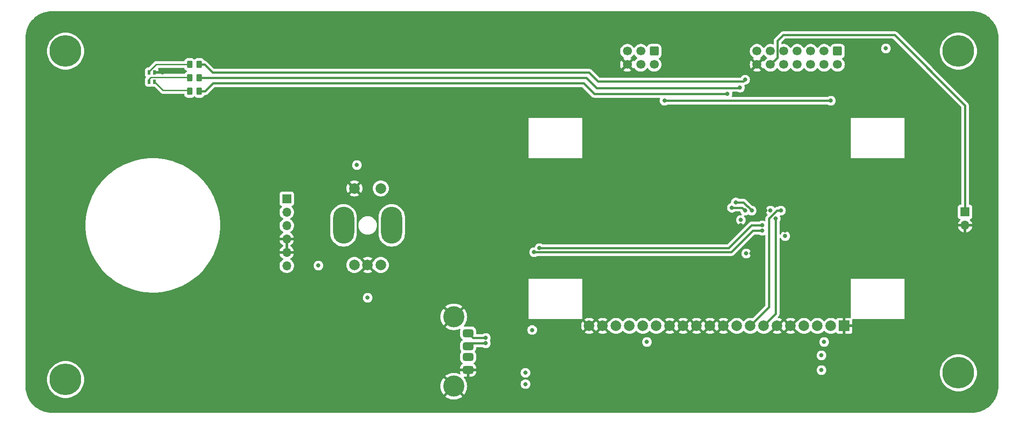
<source format=gbl>
G04 #@! TF.GenerationSoftware,KiCad,Pcbnew,8.0.8*
G04 #@! TF.CreationDate,2025-01-21T16:04:34-08:00*
G04 #@! TF.ProjectId,Control,436f6e74-726f-46c2-9e6b-696361645f70,2.1*
G04 #@! TF.SameCoordinates,Original*
G04 #@! TF.FileFunction,Copper,L4,Bot*
G04 #@! TF.FilePolarity,Positive*
%FSLAX46Y46*%
G04 Gerber Fmt 4.6, Leading zero omitted, Abs format (unit mm)*
G04 Created by KiCad (PCBNEW 8.0.8) date 2025-01-21 16:04:34*
%MOMM*%
%LPD*%
G01*
G04 APERTURE LIST*
G04 Aperture macros list*
%AMRoundRect*
0 Rectangle with rounded corners*
0 $1 Rounding radius*
0 $2 $3 $4 $5 $6 $7 $8 $9 X,Y pos of 4 corners*
0 Add a 4 corners polygon primitive as box body*
4,1,4,$2,$3,$4,$5,$6,$7,$8,$9,$2,$3,0*
0 Add four circle primitives for the rounded corners*
1,1,$1+$1,$2,$3*
1,1,$1+$1,$4,$5*
1,1,$1+$1,$6,$7*
1,1,$1+$1,$8,$9*
0 Add four rect primitives between the rounded corners*
20,1,$1+$1,$2,$3,$4,$5,0*
20,1,$1+$1,$4,$5,$6,$7,0*
20,1,$1+$1,$6,$7,$8,$9,0*
20,1,$1+$1,$8,$9,$2,$3,0*%
G04 Aperture macros list end*
G04 #@! TA.AperFunction,ComponentPad*
%ADD10RoundRect,0.250000X-0.600000X0.600000X-0.600000X-0.600000X0.600000X-0.600000X0.600000X0.600000X0*%
G04 #@! TD*
G04 #@! TA.AperFunction,ComponentPad*
%ADD11C,1.700000*%
G04 #@! TD*
G04 #@! TA.AperFunction,ComponentPad*
%ADD12R,1.700000X1.700000*%
G04 #@! TD*
G04 #@! TA.AperFunction,ComponentPad*
%ADD13O,1.700000X1.700000*%
G04 #@! TD*
G04 #@! TA.AperFunction,ComponentPad*
%ADD14RoundRect,0.375000X-0.625000X0.375000X-0.625000X-0.375000X0.625000X-0.375000X0.625000X0.375000X0*%
G04 #@! TD*
G04 #@! TA.AperFunction,ComponentPad*
%ADD15C,4.000000*%
G04 #@! TD*
G04 #@! TA.AperFunction,ComponentPad*
%ADD16C,0.800000*%
G04 #@! TD*
G04 #@! TA.AperFunction,ComponentPad*
%ADD17C,6.000000*%
G04 #@! TD*
G04 #@! TA.AperFunction,SMDPad,CuDef*
%ADD18RoundRect,0.250000X-0.262500X-0.450000X0.262500X-0.450000X0.262500X0.450000X-0.262500X0.450000X0*%
G04 #@! TD*
G04 #@! TA.AperFunction,ComponentPad*
%ADD19O,4.000000X7.000000*%
G04 #@! TD*
G04 #@! TA.AperFunction,ComponentPad*
%ADD20C,2.000000*%
G04 #@! TD*
G04 #@! TA.AperFunction,ComponentPad*
%ADD21R,2.000000X2.000000*%
G04 #@! TD*
G04 #@! TA.AperFunction,SMDPad,CuDef*
%ADD22R,0.500000X0.850000*%
G04 #@! TD*
G04 #@! TA.AperFunction,ViaPad*
%ADD23C,0.800000*%
G04 #@! TD*
G04 #@! TA.AperFunction,Conductor*
%ADD24C,0.254000*%
G04 #@! TD*
G04 #@! TA.AperFunction,Conductor*
%ADD25C,0.381000*%
G04 #@! TD*
G04 APERTURE END LIST*
D10*
G04 #@! TO.P,MCU1,1,Pin_1*
G04 #@! TO.N,+3V0*
X205740000Y-68580000D03*
D11*
G04 #@! TO.P,MCU1,2,Pin_2*
G04 #@! TO.N,MOSI*
X205740000Y-71120000D03*
G04 #@! TO.P,MCU1,3,Pin_3*
G04 #@! TO.N,MISO*
X203200000Y-68580000D03*
G04 #@! TO.P,MCU1,4,Pin_4*
G04 #@! TO.N,SCK*
X203200000Y-71120000D03*
G04 #@! TO.P,MCU1,5,Pin_5*
G04 #@! TO.N,CS_LASER*
X200660000Y-68580000D03*
G04 #@! TO.P,MCU1,6,Pin_6*
G04 #@! TO.N,RST_LASER*
X200660000Y-71120000D03*
G04 #@! TO.P,MCU1,7,Pin_7*
G04 #@! TO.N,TMP_LASER*
X198120000Y-68580000D03*
G04 #@! TO.P,MCU1,8,Pin_8*
G04 #@! TO.N,CS_TEC_SET*
X198120000Y-71120000D03*
G04 #@! TO.P,MCU1,9,Pin_9*
G04 #@! TO.N,CS_TEC_READ*
X195580000Y-68580000D03*
G04 #@! TO.P,MCU1,10,Pin_10*
G04 #@! TO.N,TEC_ENABLE*
X195580000Y-71120000D03*
G04 #@! TO.P,MCU1,11,Pin_11*
G04 #@! TO.N,CS_CHARGE*
X193040000Y-68580000D03*
G04 #@! TO.P,MCU1,12,Pin_12*
G04 #@! TO.N,INTERLOCK_SW*
X193040000Y-71120000D03*
G04 #@! TO.P,MCU1,13,Pin_13*
G04 #@! TO.N,INTERLOCK_EN*
X190500000Y-68580000D03*
G04 #@! TO.P,MCU1,14,Pin_14*
G04 #@! TO.N,GND*
X190500000Y-71120000D03*
G04 #@! TD*
D12*
G04 #@! TO.P,SW2,1,A*
G04 #@! TO.N,INTERLOCK_SW*
X229870000Y-99060000D03*
D13*
G04 #@! TO.P,SW2,2,B*
G04 #@! TO.N,GND*
X229870000Y-101600000D03*
G04 #@! TD*
D14*
G04 #@! TO.P,USB1,1,VBUS*
G04 #@! TO.N,Net-(U2-VDD)*
X135844000Y-122013000D03*
G04 #@! TO.P,USB1,2,D-*
G04 #@! TO.N,Net-(U2-IO4)*
X135844000Y-124513000D03*
G04 #@! TO.P,USB1,3,D+*
G04 #@! TO.N,Net-(U2-IO3)*
X135844000Y-126513000D03*
G04 #@! TO.P,USB1,4,GND*
G04 #@! TO.N,GND*
X135844000Y-129013000D03*
D15*
G04 #@! TO.P,USB1,5,Shield*
X133134000Y-118943000D03*
X133134000Y-132083000D03*
G04 #@! TD*
D16*
G04 #@! TO.P,H1,1,1*
G04 #@! TO.N,unconnected-(H1-Pad1)_2*
X57440000Y-68580000D03*
G04 #@! TO.N,unconnected-(H1-Pad1)_3*
X58099010Y-66989010D03*
G04 #@! TO.N,unconnected-(H1-Pad1)*
X58099010Y-70170990D03*
G04 #@! TO.N,unconnected-(H1-Pad1)_6*
X59690000Y-66330000D03*
D17*
G04 #@! TO.N,unconnected-(H1-Pad1)_1*
X59690000Y-68580000D03*
D16*
G04 #@! TO.N,unconnected-(H1-Pad1)_7*
X59690000Y-70830000D03*
G04 #@! TO.N,unconnected-(H1-Pad1)_8*
X61280990Y-66989010D03*
G04 #@! TO.N,unconnected-(H1-Pad1)_5*
X61280990Y-70170990D03*
G04 #@! TO.N,unconnected-(H1-Pad1)_4*
X61940000Y-68580000D03*
G04 #@! TD*
G04 #@! TO.P,H2,1,1*
G04 #@! TO.N,unconnected-(H2-Pad1)_1*
X226350000Y-68580000D03*
G04 #@! TO.N,unconnected-(H2-Pad1)_3*
X227009010Y-66989010D03*
G04 #@! TO.N,unconnected-(H2-Pad1)*
X227009010Y-70170990D03*
G04 #@! TO.N,unconnected-(H2-Pad1)_5*
X228600000Y-66330000D03*
D17*
G04 #@! TO.N,unconnected-(H2-Pad1)_4*
X228600000Y-68580000D03*
D16*
G04 #@! TO.N,unconnected-(H2-Pad1)_6*
X228600000Y-70830000D03*
G04 #@! TO.N,unconnected-(H2-Pad1)_7*
X230190990Y-66989010D03*
G04 #@! TO.N,unconnected-(H2-Pad1)_8*
X230190990Y-70170990D03*
G04 #@! TO.N,unconnected-(H2-Pad1)_2*
X230850000Y-68580000D03*
G04 #@! TD*
G04 #@! TO.P,H3,1,1*
G04 #@! TO.N,unconnected-(H3-Pad1)_1*
X57440000Y-130810000D03*
G04 #@! TO.N,unconnected-(H3-Pad1)_4*
X58099010Y-129219010D03*
G04 #@! TO.N,unconnected-(H3-Pad1)_2*
X58099010Y-132400990D03*
G04 #@! TO.N,unconnected-(H3-Pad1)_3*
X59690000Y-128560000D03*
D17*
G04 #@! TO.N,unconnected-(H3-Pad1)_7*
X59690000Y-130810000D03*
D16*
G04 #@! TO.N,unconnected-(H3-Pad1)_6*
X59690000Y-133060000D03*
G04 #@! TO.N,unconnected-(H3-Pad1)_5*
X61280990Y-129219010D03*
G04 #@! TO.N,unconnected-(H3-Pad1)_8*
X61280990Y-132400990D03*
G04 #@! TO.N,unconnected-(H3-Pad1)*
X61940000Y-130810000D03*
G04 #@! TD*
G04 #@! TO.P,H4,1,1*
G04 #@! TO.N,unconnected-(H4-Pad1)_7*
X226350000Y-129540000D03*
G04 #@! TO.N,unconnected-(H4-Pad1)_6*
X227009010Y-127949010D03*
G04 #@! TO.N,unconnected-(H4-Pad1)_1*
X227009010Y-131130990D03*
G04 #@! TO.N,unconnected-(H4-Pad1)_4*
X228600000Y-127290000D03*
D17*
G04 #@! TO.N,unconnected-(H4-Pad1)_8*
X228600000Y-129540000D03*
D16*
G04 #@! TO.N,unconnected-(H4-Pad1)_2*
X228600000Y-131790000D03*
G04 #@! TO.N,unconnected-(H4-Pad1)_3*
X230190990Y-127949010D03*
G04 #@! TO.N,unconnected-(H4-Pad1)_5*
X230190990Y-131130990D03*
G04 #@! TO.N,unconnected-(H4-Pad1)*
X230850000Y-129540000D03*
G04 #@! TD*
D12*
G04 #@! TO.P,SW3,1,Pin_1*
G04 #@! TO.N,Net-(SW3-Pin_1)*
X101532000Y-96554000D03*
D13*
G04 #@! TO.P,SW3,2,Pin_2*
G04 #@! TO.N,Net-(SW3-Pin_2)*
X101532000Y-99094000D03*
G04 #@! TO.P,SW3,3,Pin_3*
G04 #@! TO.N,Net-(SW3-Pin_3)*
X101532000Y-101634000D03*
G04 #@! TO.P,SW3,4,Pin_4*
G04 #@! TO.N,GND*
X101532000Y-104174000D03*
G04 #@! TO.P,SW3,5,Pin_5*
X101532000Y-106714000D03*
G04 #@! TO.P,SW3,6,Pin_6*
G04 #@! TO.N,FIRE*
X101532000Y-109254000D03*
G04 #@! TD*
D10*
G04 #@! TO.P,ISP1,1,Pin_1*
G04 #@! TO.N,UPDI*
X171045000Y-68580000D03*
D11*
G04 #@! TO.P,ISP1,2,Pin_2*
G04 #@! TO.N,+3V0*
X171045000Y-71120000D03*
G04 #@! TO.P,ISP1,3,Pin_3*
G04 #@! TO.N,unconnected-(ISP1-Pin_3-Pad3)*
X168505000Y-68580000D03*
G04 #@! TO.P,ISP1,4,Pin_4*
G04 #@! TO.N,unconnected-(ISP1-Pin_4-Pad4)*
X168505000Y-71120000D03*
G04 #@! TO.P,ISP1,5,Pin_5*
G04 #@! TO.N,unconnected-(ISP1-Pin_5-Pad5)*
X165965000Y-68580000D03*
G04 #@! TO.P,ISP1,6,Pin_6*
G04 #@! TO.N,GND*
X165965000Y-71120000D03*
G04 #@! TD*
D18*
G04 #@! TO.P,R5,1*
G04 #@! TO.N,Net-(D1-BA)*
X83161500Y-71120000D03*
G04 #@! TO.P,R5,2*
G04 #@! TO.N,LED_B*
X84986500Y-71120000D03*
G04 #@! TD*
G04 #@! TO.P,R6,1*
G04 #@! TO.N,Net-(D1-GA)*
X83161500Y-73660000D03*
G04 #@! TO.P,R6,2*
G04 #@! TO.N,LED_G*
X84986500Y-73660000D03*
G04 #@! TD*
G04 #@! TO.P,R7,1*
G04 #@! TO.N,Net-(D1-RA)*
X83161500Y-76200000D03*
G04 #@! TO.P,R7,2*
G04 #@! TO.N,LED_R*
X84986500Y-76200000D03*
G04 #@! TD*
D19*
G04 #@! TO.P,SW1,*
G04 #@! TO.N,*
X121390000Y-101600000D03*
X112290000Y-101600000D03*
D20*
G04 #@! TO.P,SW1,A,A*
G04 #@! TO.N,ENC_A*
X119340000Y-109100000D03*
G04 #@! TO.P,SW1,B,B*
G04 #@! TO.N,ENC_B*
X114340000Y-109100000D03*
G04 #@! TO.P,SW1,C,C*
G04 #@! TO.N,GND*
X116840000Y-109100000D03*
G04 #@! TO.P,SW1,S1,S1*
G04 #@! TO.N,ENC_SEL*
X119340000Y-94600000D03*
G04 #@! TO.P,SW1,S2,S2*
G04 #@! TO.N,GND*
X114340000Y-94600000D03*
G04 #@! TD*
D21*
G04 #@! TO.P,DISP1,1,VSS*
G04 #@! TO.N,GND*
X207010000Y-120650000D03*
D20*
G04 #@! TO.P,DISP1,2,VDD*
G04 #@! TO.N,+3V0*
X204470000Y-120650000D03*
G04 #@! TO.P,DISP1,3,NC*
G04 #@! TO.N,unconnected-(DISP1-NC-Pad3)*
X201930000Y-120650000D03*
G04 #@! TO.P,DISP1,4,D/C*
G04 #@! TO.N,DISP_DC*
X199390000Y-120650000D03*
G04 #@! TO.P,DISP1,5,VSS*
G04 #@! TO.N,GND*
X196850000Y-120650000D03*
G04 #@! TO.P,DISP1,6,VSS*
X194310000Y-120650000D03*
G04 #@! TO.P,DISP1,7,SCLK*
G04 #@! TO.N,SCK*
X191770000Y-120650000D03*
G04 #@! TO.P,DISP1,8,SDIN*
G04 #@! TO.N,MOSI*
X189230000Y-120650000D03*
G04 #@! TO.P,DISP1,9,NC*
G04 #@! TO.N,unconnected-(DISP1-NC-Pad9)*
X186690000Y-120650000D03*
G04 #@! TO.P,DISP1,10,VSS*
G04 #@! TO.N,GND*
X184150000Y-120650000D03*
G04 #@! TO.P,DISP1,11,VSS*
X181610000Y-120650000D03*
G04 #@! TO.P,DISP1,12,VSS*
X179070000Y-120650000D03*
G04 #@! TO.P,DISP1,13,VSS*
X176530000Y-120650000D03*
G04 #@! TO.P,DISP1,14,VSS*
X173990000Y-120650000D03*
G04 #@! TO.P,DISP1,15,NC*
G04 #@! TO.N,unconnected-(DISP1-NC-Pad15)*
X171450000Y-120650000D03*
G04 #@! TO.P,DISP1,16,~{RES}*
G04 #@! TO.N,DISP_RES*
X168910000Y-120650000D03*
G04 #@! TO.P,DISP1,17,~{CS}*
G04 #@! TO.N,DISP_CS*
X166370000Y-120650000D03*
G04 #@! TO.P,DISP1,18,NC*
G04 #@! TO.N,unconnected-(DISP1-NC-Pad18)*
X163830000Y-120650000D03*
G04 #@! TO.P,DISP1,19,BS1*
G04 #@! TO.N,GND*
X161290000Y-120650000D03*
G04 #@! TO.P,DISP1,20,BS0*
X158750000Y-120650000D03*
G04 #@! TD*
D22*
G04 #@! TO.P,D1,1,K*
G04 #@! TO.N,GND*
X76500000Y-72625000D03*
G04 #@! TO.P,D1,2,RA*
G04 #@! TO.N,Net-(D1-RA)*
X76500000Y-74375000D03*
G04 #@! TO.P,D1,3,GA*
G04 #@! TO.N,Net-(D1-GA)*
X75500000Y-74375000D03*
G04 #@! TO.P,D1,4,BA*
G04 #@! TO.N,Net-(D1-BA)*
X75500000Y-72625000D03*
G04 #@! TD*
D23*
G04 #@! TO.N,GND*
X146170546Y-121414467D03*
X139700000Y-117475000D03*
X147955000Y-124369798D03*
X144145000Y-123190000D03*
X144800000Y-129520000D03*
X139700000Y-128905000D03*
X95250000Y-120650000D03*
X222250000Y-95250000D03*
X82550000Y-133350000D03*
X116840000Y-113538000D03*
X171450000Y-133350000D03*
X69850000Y-63500000D03*
X69850000Y-133350000D03*
X209550000Y-133350000D03*
X107532000Y-107182000D03*
X207772000Y-123698000D03*
X82550000Y-82550000D03*
X171450000Y-107950000D03*
X82550000Y-63500000D03*
X158750000Y-63500000D03*
X57150000Y-107950000D03*
X209550000Y-63500000D03*
X120650000Y-82550000D03*
X158750000Y-133350000D03*
X214884000Y-73152000D03*
X188468000Y-113792000D03*
X107950000Y-120650000D03*
X133350000Y-107950000D03*
X133350000Y-63500000D03*
X57150000Y-95250000D03*
X146050000Y-107950000D03*
X95250000Y-82550000D03*
X184150000Y-133350000D03*
X202692000Y-103124000D03*
X171450000Y-82550000D03*
X196850000Y-63500000D03*
X222250000Y-120650000D03*
X192090497Y-98806000D03*
X120650000Y-63500000D03*
X171450000Y-95250000D03*
X120650000Y-133350000D03*
X209550000Y-107950000D03*
X82550000Y-120650000D03*
X184150000Y-63500000D03*
X133350000Y-95250000D03*
X95250000Y-133350000D03*
X158750000Y-107950000D03*
X95250000Y-63500000D03*
X57150000Y-120650000D03*
X146050000Y-82550000D03*
X200500000Y-75250000D03*
X209550000Y-120650000D03*
X57150000Y-82550000D03*
X209550000Y-95250000D03*
X222250000Y-133350000D03*
X222250000Y-82550000D03*
X158750000Y-82550000D03*
X195834000Y-102616000D03*
X133350000Y-82550000D03*
X120650000Y-120650000D03*
X171450000Y-63500000D03*
X208280000Y-129032000D03*
X187452000Y-101533503D03*
X158750000Y-95250000D03*
X193040000Y-92202000D03*
X69850000Y-82550000D03*
X107950000Y-82550000D03*
X146050000Y-63500000D03*
X222250000Y-107950000D03*
X107950000Y-133350000D03*
X222250000Y-63500000D03*
X195500000Y-80250000D03*
X95250000Y-95250000D03*
X107950000Y-63500000D03*
X146050000Y-95250000D03*
X116840000Y-112014000D03*
X189484000Y-106934000D03*
X196850000Y-133350000D03*
X114808000Y-92202000D03*
X208280000Y-126238000D03*
X181500000Y-99000000D03*
X69850000Y-120650000D03*
X78000000Y-72625000D03*
G04 #@! TO.N,+3V0*
X146700000Y-129525000D03*
X147967741Y-121431254D03*
X169672000Y-123698000D03*
X202692000Y-126238000D03*
X114808000Y-90170000D03*
X187452000Y-100584000D03*
X188468000Y-106934000D03*
X195834000Y-103632000D03*
X214884000Y-68072000D03*
X107532000Y-109214000D03*
X202692000Y-129032000D03*
X203200000Y-123698000D03*
X116840000Y-115316000D03*
X193040000Y-98806000D03*
X146700000Y-131684000D03*
G04 #@! TO.N,SCK*
X194020000Y-100330000D03*
G04 #@! TO.N,MOSI*
X195020000Y-98806000D03*
G04 #@! TO.N,RXD*
X149352000Y-105918000D03*
X191516000Y-101600000D03*
G04 #@! TO.N,TXD*
X148336000Y-106680000D03*
X191516000Y-102616000D03*
G04 #@! TO.N,INTERLOCK_EN*
X186500000Y-97250000D03*
X189500000Y-98800000D03*
G04 #@! TO.N,TMP_LASER*
X188250000Y-98800000D03*
X185750000Y-98250000D03*
G04 #@! TO.N,LED_R*
X184912000Y-76708000D03*
G04 #@! TO.N,LED_G*
X187283000Y-75500000D03*
G04 #@! TO.N,LED_B*
X188250000Y-74000000D03*
G04 #@! TO.N,UPDI*
X204470000Y-77978000D03*
X173000000Y-77978000D03*
G04 #@! TO.N,Net-(U2-IO4)*
X139192000Y-123952000D03*
G04 #@! TO.N,Net-(U2-VDD)*
X139192000Y-122936000D03*
G04 #@! TD*
D24*
G04 #@! TO.N,GND*
X78000000Y-72625000D02*
X76500000Y-72625000D01*
G04 #@! TO.N,Net-(D1-RA)*
X78125000Y-76000000D02*
X82961500Y-76000000D01*
X76500000Y-74375000D02*
X78125000Y-76000000D01*
X82961500Y-76000000D02*
X83161500Y-76200000D01*
G04 #@! TO.N,Net-(D1-GA)*
X75500000Y-73854000D02*
X75854000Y-73500000D01*
X75854000Y-73500000D02*
X83001500Y-73500000D01*
X75500000Y-74375000D02*
X75500000Y-73854000D01*
X83001500Y-73500000D02*
X83161500Y-73660000D01*
G04 #@! TO.N,Net-(D1-BA)*
X76830000Y-71120000D02*
X83161500Y-71120000D01*
X75500000Y-72450000D02*
X76830000Y-71120000D01*
X75500000Y-72625000D02*
X75500000Y-72450000D01*
D25*
G04 #@! TO.N,DISP_RES*
X168910000Y-120142000D02*
X168910000Y-120650000D01*
G04 #@! TO.N,SCK*
X194056000Y-118364000D02*
X191770000Y-120650000D01*
X194056000Y-100366000D02*
X194056000Y-118364000D01*
D24*
X194020000Y-100330000D02*
X194056000Y-100366000D01*
D25*
G04 #@! TO.N,MOSI*
X192786000Y-117094000D02*
X189230000Y-120650000D01*
X195020000Y-98806000D02*
X194310000Y-98806000D01*
X194310000Y-98806000D02*
X192786000Y-100330000D01*
X192786000Y-100330000D02*
X192786000Y-117094000D01*
G04 #@! TO.N,RXD*
X149352000Y-105918000D02*
X185166000Y-105918000D01*
X185166000Y-105918000D02*
X189484000Y-101600000D01*
X189484000Y-101600000D02*
X191516000Y-101600000D01*
G04 #@! TO.N,TXD*
X189738000Y-102616000D02*
X191516000Y-102616000D01*
X185674000Y-106680000D02*
X189738000Y-102616000D01*
X148336000Y-106680000D02*
X185674000Y-106680000D01*
G04 #@! TO.N,INTERLOCK_SW*
X193040000Y-71120000D02*
X194389500Y-69770500D01*
X195500000Y-65500000D02*
X216500000Y-65500000D01*
X229870000Y-78870000D02*
X229870000Y-99060000D01*
X216500000Y-65500000D02*
X229870000Y-78870000D01*
X194389500Y-66610500D02*
X195500000Y-65500000D01*
X194389500Y-69770500D02*
X194389500Y-66610500D01*
G04 #@! TO.N,INTERLOCK_EN*
X189500000Y-98800000D02*
X187950000Y-97250000D01*
X187950000Y-97250000D02*
X186500000Y-97250000D01*
G04 #@! TO.N,TMP_LASER*
X187700000Y-98250000D02*
X185750000Y-98250000D01*
X188250000Y-98800000D02*
X187700000Y-98250000D01*
G04 #@! TO.N,LED_R*
X87630000Y-74676000D02*
X157734000Y-74676000D01*
X84986500Y-76200000D02*
X86106000Y-76200000D01*
X159766000Y-76708000D02*
X184912000Y-76708000D01*
X157734000Y-74676000D02*
X159766000Y-76708000D01*
X86106000Y-76200000D02*
X87630000Y-74676000D01*
G04 #@! TO.N,LED_G*
X187218000Y-75565000D02*
X160147000Y-75565000D01*
X160147000Y-75565000D02*
X158242000Y-73660000D01*
X187283000Y-75500000D02*
X187218000Y-75565000D01*
X158242000Y-73660000D02*
X84986500Y-73660000D01*
G04 #@! TO.N,LED_B*
X85979000Y-71120000D02*
X84986500Y-71120000D01*
X158750000Y-72644000D02*
X87503000Y-72644000D01*
X160401000Y-74295000D02*
X158750000Y-72644000D01*
X187955000Y-74295000D02*
X160401000Y-74295000D01*
X87503000Y-72644000D02*
X85979000Y-71120000D01*
X188250000Y-74000000D02*
X187955000Y-74295000D01*
G04 #@! TO.N,UPDI*
X173000000Y-77978000D02*
X204470000Y-77978000D01*
G04 #@! TO.N,ENC_A*
X119900000Y-109100000D02*
X119340000Y-109100000D01*
G04 #@! TO.N,Net-(U2-IO4)*
X139192000Y-123952000D02*
X136405000Y-123952000D01*
X136405000Y-123952000D02*
X135844000Y-124513000D01*
G04 #@! TO.N,Net-(U2-VDD)*
X139192000Y-122936000D02*
X136767000Y-122936000D01*
X136767000Y-122936000D02*
X135844000Y-122013000D01*
G04 #@! TD*
G04 #@! TA.AperFunction,Conductor*
G04 #@! TO.N,GND*
G36*
X101786000Y-106283297D02*
G01*
X101724993Y-106248075D01*
X101597826Y-106214000D01*
X101466174Y-106214000D01*
X101339007Y-106248075D01*
X101278000Y-106283297D01*
X101278000Y-104604702D01*
X101339007Y-104639925D01*
X101466174Y-104674000D01*
X101597826Y-104674000D01*
X101724993Y-104639925D01*
X101786000Y-104604702D01*
X101786000Y-106283297D01*
G37*
G04 #@! TD.AperFunction*
G04 #@! TA.AperFunction,Conductor*
G36*
X191853225Y-69255669D02*
G01*
X191875480Y-69281353D01*
X191908607Y-69332058D01*
X191964275Y-69417265D01*
X191964279Y-69417270D01*
X192116762Y-69582908D01*
X192171331Y-69625381D01*
X192294424Y-69721189D01*
X192327680Y-69739186D01*
X192378071Y-69789200D01*
X192393423Y-69858516D01*
X192368862Y-69925129D01*
X192327680Y-69960813D01*
X192294426Y-69978810D01*
X192294424Y-69978811D01*
X192116762Y-70117091D01*
X191964279Y-70282729D01*
X191875183Y-70419102D01*
X191821179Y-70465190D01*
X191750831Y-70474765D01*
X191686474Y-70444788D01*
X191664218Y-70419102D01*
X191623076Y-70356132D01*
X190984157Y-70995051D01*
X190965925Y-70927007D01*
X190900099Y-70812993D01*
X190807007Y-70719901D01*
X190692993Y-70654075D01*
X190624947Y-70635841D01*
X191265689Y-69995100D01*
X191265688Y-69995099D01*
X191245306Y-69979235D01*
X191245294Y-69979227D01*
X191211792Y-69961097D01*
X191161402Y-69911084D01*
X191146050Y-69841767D01*
X191170611Y-69775154D01*
X191211790Y-69739472D01*
X191245576Y-69721189D01*
X191423240Y-69582906D01*
X191575722Y-69417268D01*
X191664518Y-69281354D01*
X191718520Y-69235268D01*
X191788868Y-69225692D01*
X191853225Y-69255669D01*
G37*
G04 #@! TD.AperFunction*
G04 #@! TA.AperFunction,Conductor*
G36*
X82138545Y-71775502D02*
G01*
X82185038Y-71829158D01*
X82190028Y-71841867D01*
X82206138Y-71890484D01*
X82206885Y-71892738D01*
X82255691Y-71971864D01*
X82299970Y-72043652D01*
X82299975Y-72043658D01*
X82425341Y-72169024D01*
X82425347Y-72169029D01*
X82425348Y-72169030D01*
X82576262Y-72262115D01*
X82601249Y-72270394D01*
X82659621Y-72310806D01*
X82686878Y-72376362D01*
X82674366Y-72446247D01*
X82626057Y-72498274D01*
X82601255Y-72509602D01*
X82576264Y-72517883D01*
X82425347Y-72610970D01*
X82425341Y-72610975D01*
X82299975Y-72736341D01*
X82299970Y-72736347D01*
X82257843Y-72804647D01*
X82205057Y-72852125D01*
X82150602Y-72864500D01*
X76626000Y-72864500D01*
X76557879Y-72844498D01*
X76511386Y-72790842D01*
X76500000Y-72738500D01*
X76500000Y-72501000D01*
X76520002Y-72432879D01*
X76573658Y-72386386D01*
X76626000Y-72375000D01*
X77258000Y-72375000D01*
X77258000Y-72151414D01*
X77257999Y-72151402D01*
X77251494Y-72090906D01*
X77200444Y-71954035D01*
X77196125Y-71946124D01*
X77198189Y-71944996D01*
X77177860Y-71890484D01*
X77192954Y-71821110D01*
X77243158Y-71770910D01*
X77303539Y-71755500D01*
X82070424Y-71755500D01*
X82138545Y-71775502D01*
G37*
G04 #@! TD.AperFunction*
G04 #@! TA.AperFunction,Conductor*
G36*
X167318225Y-69255669D02*
G01*
X167340480Y-69281353D01*
X167373607Y-69332058D01*
X167429275Y-69417265D01*
X167429279Y-69417270D01*
X167581762Y-69582908D01*
X167636331Y-69625381D01*
X167759424Y-69721189D01*
X167792680Y-69739186D01*
X167843071Y-69789200D01*
X167858423Y-69858516D01*
X167833862Y-69925129D01*
X167792680Y-69960813D01*
X167759426Y-69978810D01*
X167759424Y-69978811D01*
X167581762Y-70117091D01*
X167429279Y-70282729D01*
X167340183Y-70419102D01*
X167286179Y-70465190D01*
X167215831Y-70474765D01*
X167151474Y-70444788D01*
X167129218Y-70419102D01*
X167088076Y-70356132D01*
X166449157Y-70995051D01*
X166430925Y-70927007D01*
X166365099Y-70812993D01*
X166272007Y-70719901D01*
X166157993Y-70654075D01*
X166089947Y-70635841D01*
X166730689Y-69995100D01*
X166730688Y-69995099D01*
X166710306Y-69979235D01*
X166710294Y-69979227D01*
X166676792Y-69961097D01*
X166626402Y-69911084D01*
X166611050Y-69841767D01*
X166635611Y-69775154D01*
X166676790Y-69739472D01*
X166710576Y-69721189D01*
X166888240Y-69582906D01*
X167040722Y-69417268D01*
X167129518Y-69281354D01*
X167183520Y-69235268D01*
X167253868Y-69225692D01*
X167318225Y-69255669D01*
G37*
G04 #@! TD.AperFunction*
G04 #@! TA.AperFunction,Conductor*
G36*
X231142611Y-60985608D02*
G01*
X231552205Y-61002549D01*
X231562554Y-61003406D01*
X231966774Y-61053792D01*
X231977038Y-61055505D01*
X232375714Y-61139098D01*
X232385777Y-61141646D01*
X232776203Y-61257881D01*
X232786045Y-61261261D01*
X233165521Y-61409333D01*
X233175058Y-61413516D01*
X233540988Y-61592408D01*
X233550146Y-61597364D01*
X233900073Y-61805875D01*
X233908784Y-61811566D01*
X234154956Y-61987329D01*
X234240294Y-62048259D01*
X234248512Y-62054655D01*
X234559353Y-62317923D01*
X234567014Y-62324977D01*
X234855022Y-62612985D01*
X234862076Y-62620646D01*
X235125344Y-62931487D01*
X235131740Y-62939705D01*
X235368428Y-63271207D01*
X235374124Y-63279926D01*
X235582635Y-63629853D01*
X235587591Y-63639011D01*
X235766483Y-64004941D01*
X235770666Y-64014478D01*
X235918738Y-64393954D01*
X235922120Y-64403803D01*
X236038349Y-64794206D01*
X236040905Y-64804302D01*
X236124493Y-65202957D01*
X236126207Y-65213229D01*
X236176591Y-65617431D01*
X236177451Y-65627809D01*
X236194392Y-66037388D01*
X236194500Y-66042595D01*
X236194500Y-132077404D01*
X236194392Y-132082611D01*
X236177451Y-132492190D01*
X236176591Y-132502568D01*
X236126207Y-132906770D01*
X236124493Y-132917042D01*
X236040905Y-133315697D01*
X236038349Y-133325793D01*
X235922120Y-133716196D01*
X235918738Y-133726045D01*
X235770666Y-134105521D01*
X235766483Y-134115058D01*
X235587591Y-134480988D01*
X235582635Y-134490146D01*
X235374124Y-134840073D01*
X235368428Y-134848792D01*
X235131740Y-135180294D01*
X235125344Y-135188512D01*
X234862076Y-135499353D01*
X234855022Y-135507014D01*
X234567014Y-135795022D01*
X234559353Y-135802076D01*
X234248512Y-136065344D01*
X234240294Y-136071740D01*
X233908792Y-136308428D01*
X233900073Y-136314124D01*
X233550146Y-136522635D01*
X233540988Y-136527591D01*
X233175058Y-136706483D01*
X233165521Y-136710666D01*
X232786045Y-136858738D01*
X232776196Y-136862120D01*
X232385793Y-136978349D01*
X232375697Y-136980905D01*
X231977042Y-137064493D01*
X231966770Y-137066207D01*
X231562568Y-137116591D01*
X231552190Y-137117451D01*
X231142611Y-137134392D01*
X231137404Y-137134500D01*
X57152596Y-137134500D01*
X57147389Y-137134392D01*
X56737809Y-137117451D01*
X56727431Y-137116591D01*
X56323229Y-137066207D01*
X56312957Y-137064493D01*
X55914302Y-136980905D01*
X55904206Y-136978349D01*
X55513803Y-136862120D01*
X55503954Y-136858738D01*
X55124478Y-136710666D01*
X55114941Y-136706483D01*
X54749011Y-136527591D01*
X54739853Y-136522635D01*
X54389926Y-136314124D01*
X54381207Y-136308428D01*
X54049705Y-136071740D01*
X54041487Y-136065344D01*
X53730646Y-135802076D01*
X53722985Y-135795022D01*
X53434977Y-135507014D01*
X53427923Y-135499353D01*
X53164655Y-135188512D01*
X53158259Y-135180294D01*
X52921571Y-134848792D01*
X52915875Y-134840073D01*
X52707364Y-134490146D01*
X52702408Y-134480988D01*
X52625326Y-134323315D01*
X52523516Y-134115058D01*
X52519333Y-134105521D01*
X52371261Y-133726045D01*
X52367879Y-133716196D01*
X52353455Y-133667746D01*
X52251646Y-133325777D01*
X52249098Y-133315714D01*
X52165505Y-132917038D01*
X52163792Y-132906770D01*
X52160625Y-132881359D01*
X52113406Y-132502554D01*
X52112549Y-132492205D01*
X52095608Y-132082611D01*
X52095500Y-132077404D01*
X52095500Y-130809993D01*
X56176685Y-130809993D01*
X56176685Y-130810006D01*
X56195929Y-131177232D01*
X56253458Y-131540457D01*
X56348640Y-131895680D01*
X56480422Y-132238984D01*
X56480426Y-132238992D01*
X56647380Y-132566658D01*
X56847662Y-132875067D01*
X56847674Y-132875084D01*
X57079085Y-133160853D01*
X57079099Y-133160868D01*
X57339131Y-133420900D01*
X57339146Y-133420914D01*
X57624915Y-133652325D01*
X57624932Y-133652337D01*
X57723267Y-133716196D01*
X57933342Y-133852620D01*
X58261006Y-134019573D01*
X58261010Y-134019574D01*
X58261015Y-134019577D01*
X58604319Y-134151359D01*
X58604324Y-134151360D01*
X58604326Y-134151361D01*
X58959541Y-134246541D01*
X59322759Y-134304069D01*
X59322761Y-134304069D01*
X59322767Y-134304070D01*
X59689994Y-134323315D01*
X59690000Y-134323315D01*
X59690006Y-134323315D01*
X60057232Y-134304070D01*
X60057236Y-134304069D01*
X60057241Y-134304069D01*
X60420459Y-134246541D01*
X60775674Y-134151361D01*
X60775677Y-134151359D01*
X60775680Y-134151359D01*
X61118984Y-134019577D01*
X61118985Y-134019576D01*
X61118994Y-134019573D01*
X61446658Y-133852620D01*
X61755075Y-133652332D01*
X61869008Y-133560071D01*
X62040853Y-133420914D01*
X62040858Y-133420908D01*
X62040867Y-133420902D01*
X62300902Y-133160867D01*
X62300908Y-133160858D01*
X62300914Y-133160853D01*
X62532325Y-132875084D01*
X62532326Y-132875081D01*
X62532332Y-132875075D01*
X62732620Y-132566658D01*
X62899573Y-132238994D01*
X62959451Y-132083006D01*
X63031359Y-131895680D01*
X63031361Y-131895674D01*
X63126541Y-131540459D01*
X63184069Y-131177241D01*
X63184069Y-131177236D01*
X63184070Y-131177232D01*
X63203315Y-130810006D01*
X63203315Y-130809993D01*
X63184070Y-130442767D01*
X63182602Y-130433500D01*
X63126541Y-130079541D01*
X63031361Y-129724326D01*
X63031360Y-129724324D01*
X63031359Y-129724319D01*
X62899577Y-129381015D01*
X62899573Y-129381007D01*
X62899573Y-129381006D01*
X62732620Y-129053343D01*
X62532332Y-128744925D01*
X62532329Y-128744921D01*
X62532327Y-128744918D01*
X62300914Y-128459146D01*
X62300900Y-128459131D01*
X62040868Y-128199099D01*
X62040853Y-128199085D01*
X61755084Y-127967674D01*
X61755067Y-127967662D01*
X61446658Y-127767380D01*
X61118992Y-127600426D01*
X61118984Y-127600422D01*
X60775680Y-127468640D01*
X60420457Y-127373458D01*
X60057232Y-127315929D01*
X59690006Y-127296685D01*
X59689994Y-127296685D01*
X59322767Y-127315929D01*
X58959542Y-127373458D01*
X58604319Y-127468640D01*
X58261015Y-127600422D01*
X58261007Y-127600426D01*
X57933342Y-127767380D01*
X57624921Y-127967670D01*
X57624918Y-127967672D01*
X57339146Y-128199085D01*
X57339131Y-128199099D01*
X57079099Y-128459131D01*
X57079085Y-128459146D01*
X56847672Y-128744918D01*
X56847670Y-128744921D01*
X56647380Y-129053342D01*
X56480426Y-129381007D01*
X56480422Y-129381015D01*
X56348640Y-129724319D01*
X56253458Y-130079542D01*
X56195929Y-130442767D01*
X56176685Y-130809993D01*
X52095500Y-130809993D01*
X52095500Y-118942993D01*
X130621041Y-118942993D01*
X130621041Y-118943006D01*
X130640854Y-119257944D01*
X130640856Y-119257961D01*
X130699989Y-119567942D01*
X130699992Y-119567955D01*
X130797509Y-119868079D01*
X130797513Y-119868088D01*
X130931875Y-120153622D01*
X130931882Y-120153636D01*
X131100966Y-120420071D01*
X131100969Y-120420075D01*
X131190043Y-120527746D01*
X132087940Y-119629849D01*
X132180554Y-119757320D01*
X132319680Y-119896446D01*
X132447150Y-119989059D01*
X131546521Y-120889687D01*
X131546521Y-120889688D01*
X131787486Y-121064759D01*
X132064034Y-121216792D01*
X132357460Y-121332968D01*
X132357466Y-121332970D01*
X132663103Y-121411444D01*
X132663130Y-121411449D01*
X132976195Y-121450998D01*
X132976214Y-121451000D01*
X133291786Y-121451000D01*
X133291804Y-121450998D01*
X133604869Y-121411449D01*
X133604896Y-121411444D01*
X133910533Y-121332970D01*
X133910539Y-121332968D01*
X134207647Y-121215335D01*
X134208170Y-121216658D01*
X134272457Y-121206641D01*
X134337381Y-121235371D01*
X134376466Y-121294640D01*
X134377704Y-121364171D01*
X134341571Y-121499023D01*
X134341570Y-121499026D01*
X134341570Y-121499029D01*
X134339546Y-121524749D01*
X134335500Y-121576160D01*
X134335500Y-122449841D01*
X134341569Y-122526969D01*
X134389637Y-122706360D01*
X134473952Y-122871837D01*
X134473957Y-122871846D01*
X134590829Y-123016170D01*
X134735153Y-123133042D01*
X134735166Y-123133050D01*
X134769872Y-123150734D01*
X134821486Y-123199482D01*
X134838552Y-123268397D01*
X134815651Y-123335598D01*
X134769872Y-123375266D01*
X134735166Y-123392949D01*
X134735153Y-123392957D01*
X134590829Y-123509829D01*
X134473957Y-123654153D01*
X134473952Y-123654162D01*
X134389637Y-123819639D01*
X134354171Y-123952000D01*
X134341570Y-123999029D01*
X134336020Y-124069554D01*
X134335500Y-124076160D01*
X134335500Y-124949841D01*
X134341569Y-125026969D01*
X134341571Y-125026974D01*
X134389638Y-125206362D01*
X134473953Y-125371839D01*
X134510065Y-125416434D01*
X134524052Y-125433707D01*
X134551376Y-125499235D01*
X134538935Y-125569133D01*
X134524052Y-125592293D01*
X134473953Y-125654161D01*
X134473952Y-125654163D01*
X134389637Y-125819639D01*
X134341571Y-125999025D01*
X134341570Y-125999029D01*
X134335500Y-126076157D01*
X134335500Y-126076160D01*
X134335500Y-126949841D01*
X134341569Y-127026969D01*
X134389637Y-127206360D01*
X134473952Y-127371837D01*
X134473957Y-127371846D01*
X134590829Y-127516170D01*
X134735153Y-127633042D01*
X134735158Y-127633045D01*
X134735161Y-127633047D01*
X134766775Y-127649155D01*
X134770423Y-127651014D01*
X134822038Y-127699762D01*
X134839104Y-127768677D01*
X134816203Y-127835879D01*
X134770423Y-127875548D01*
X134735437Y-127893374D01*
X134735434Y-127893376D01*
X134591185Y-128010185D01*
X134474376Y-128154434D01*
X134474374Y-128154437D01*
X134390107Y-128319818D01*
X134342068Y-128499098D01*
X134336000Y-128576199D01*
X134336000Y-128759000D01*
X135413297Y-128759000D01*
X135378075Y-128820007D01*
X135344000Y-128947174D01*
X135344000Y-129078826D01*
X135378075Y-129205993D01*
X135413297Y-129267000D01*
X134336000Y-129267000D01*
X134336000Y-129449800D01*
X134342068Y-129526901D01*
X134378297Y-129662105D01*
X134376608Y-129733082D01*
X134336815Y-129791878D01*
X134271550Y-129819826D01*
X134208083Y-129809563D01*
X134207647Y-129810665D01*
X133910539Y-129693031D01*
X133910533Y-129693029D01*
X133604896Y-129614555D01*
X133604869Y-129614550D01*
X133291804Y-129575001D01*
X133291786Y-129575000D01*
X132976214Y-129575000D01*
X132976195Y-129575001D01*
X132663130Y-129614550D01*
X132663103Y-129614555D01*
X132357466Y-129693029D01*
X132357460Y-129693031D01*
X132064034Y-129809207D01*
X131787485Y-129961241D01*
X131546521Y-130136310D01*
X131546521Y-130136312D01*
X132447150Y-131036940D01*
X132319680Y-131129554D01*
X132180554Y-131268680D01*
X132087940Y-131396149D01*
X131190043Y-130498252D01*
X131190042Y-130498252D01*
X131100971Y-130605921D01*
X131100969Y-130605924D01*
X130931882Y-130872363D01*
X130931875Y-130872377D01*
X130797513Y-131157911D01*
X130797509Y-131157920D01*
X130699992Y-131458044D01*
X130699989Y-131458057D01*
X130640856Y-131768038D01*
X130640854Y-131768055D01*
X130621041Y-132082993D01*
X130621041Y-132083006D01*
X130640854Y-132397944D01*
X130640856Y-132397961D01*
X130699989Y-132707942D01*
X130699992Y-132707955D01*
X130797509Y-133008079D01*
X130797513Y-133008088D01*
X130931875Y-133293622D01*
X130931882Y-133293636D01*
X131100966Y-133560071D01*
X131100969Y-133560075D01*
X131190043Y-133667746D01*
X132087940Y-132769849D01*
X132180554Y-132897320D01*
X132319680Y-133036446D01*
X132447149Y-133129058D01*
X131546521Y-134029686D01*
X131546521Y-134029688D01*
X131787486Y-134204759D01*
X132064034Y-134356792D01*
X132357460Y-134472968D01*
X132357466Y-134472970D01*
X132663103Y-134551444D01*
X132663130Y-134551449D01*
X132976195Y-134590998D01*
X132976214Y-134591000D01*
X133291786Y-134591000D01*
X133291804Y-134590998D01*
X133604869Y-134551449D01*
X133604896Y-134551444D01*
X133910533Y-134472970D01*
X133910539Y-134472968D01*
X134203965Y-134356792D01*
X134480517Y-134204756D01*
X134721477Y-134029688D01*
X134721477Y-134029686D01*
X133820850Y-133129059D01*
X133948320Y-133036446D01*
X134087446Y-132897320D01*
X134180059Y-132769849D01*
X135077955Y-133667746D01*
X135077956Y-133667745D01*
X135167026Y-133560080D01*
X135167029Y-133560076D01*
X135336117Y-133293636D01*
X135336124Y-133293622D01*
X135470486Y-133008088D01*
X135470490Y-133008079D01*
X135568007Y-132707955D01*
X135568010Y-132707942D01*
X135627143Y-132397961D01*
X135627145Y-132397944D01*
X135646959Y-132083006D01*
X135646959Y-132082993D01*
X135627145Y-131768055D01*
X135627143Y-131768038D01*
X135611112Y-131684000D01*
X145786496Y-131684000D01*
X145806457Y-131873927D01*
X145816032Y-131903395D01*
X145865473Y-132055556D01*
X145865476Y-132055561D01*
X145960958Y-132220941D01*
X145960965Y-132220951D01*
X146088744Y-132362864D01*
X146137051Y-132397961D01*
X146243248Y-132475118D01*
X146417712Y-132552794D01*
X146604513Y-132592500D01*
X146795487Y-132592500D01*
X146982288Y-132552794D01*
X147156752Y-132475118D01*
X147311253Y-132362866D01*
X147439040Y-132220944D01*
X147534527Y-132055556D01*
X147593542Y-131873928D01*
X147613504Y-131684000D01*
X147593542Y-131494072D01*
X147534527Y-131312444D01*
X147439040Y-131147056D01*
X147439038Y-131147054D01*
X147439034Y-131147048D01*
X147311255Y-131005135D01*
X147156752Y-130892882D01*
X146982288Y-130815206D01*
X146795487Y-130775500D01*
X146604513Y-130775500D01*
X146417711Y-130815206D01*
X146243247Y-130892882D01*
X146088744Y-131005135D01*
X145960965Y-131147048D01*
X145960958Y-131147058D01*
X145865476Y-131312438D01*
X145865473Y-131312445D01*
X145806457Y-131494072D01*
X145786496Y-131684000D01*
X135611112Y-131684000D01*
X135568010Y-131458057D01*
X135568007Y-131458044D01*
X135470490Y-131157920D01*
X135470486Y-131157911D01*
X135336124Y-130872377D01*
X135336117Y-130872363D01*
X135167030Y-130605924D01*
X135167028Y-130605921D01*
X135060636Y-130477315D01*
X135032626Y-130412078D01*
X135044333Y-130342053D01*
X135092040Y-130289473D01*
X135157721Y-130271000D01*
X135590000Y-130271000D01*
X135590000Y-129443702D01*
X135651007Y-129478925D01*
X135778174Y-129513000D01*
X135909826Y-129513000D01*
X136036993Y-129478925D01*
X136098000Y-129443702D01*
X136098000Y-130271000D01*
X136530801Y-130271000D01*
X136607901Y-130264931D01*
X136787181Y-130216892D01*
X136952562Y-130132625D01*
X136952565Y-130132623D01*
X137096814Y-130015814D01*
X137213623Y-129871565D01*
X137213625Y-129871562D01*
X137297892Y-129706181D01*
X137345931Y-129526901D01*
X137346081Y-129525000D01*
X145786496Y-129525000D01*
X145806457Y-129714927D01*
X145831461Y-129791878D01*
X145865473Y-129896556D01*
X145865476Y-129896561D01*
X145960958Y-130061941D01*
X145960965Y-130061951D01*
X146088744Y-130203864D01*
X146088747Y-130203866D01*
X146243248Y-130316118D01*
X146417712Y-130393794D01*
X146604513Y-130433500D01*
X146795487Y-130433500D01*
X146982288Y-130393794D01*
X147156752Y-130316118D01*
X147311253Y-130203866D01*
X147375399Y-130132625D01*
X147439034Y-130061951D01*
X147439035Y-130061949D01*
X147439040Y-130061944D01*
X147534527Y-129896556D01*
X147593542Y-129714928D01*
X147613504Y-129525000D01*
X147593542Y-129335072D01*
X147534527Y-129153444D01*
X147464411Y-129032000D01*
X201778496Y-129032000D01*
X201798457Y-129221927D01*
X201813103Y-129267000D01*
X201857473Y-129403556D01*
X201857476Y-129403561D01*
X201952958Y-129568941D01*
X201952965Y-129568951D01*
X202080744Y-129710864D01*
X202141999Y-129755368D01*
X202235248Y-129823118D01*
X202409712Y-129900794D01*
X202596513Y-129940500D01*
X202787487Y-129940500D01*
X202974288Y-129900794D01*
X203148752Y-129823118D01*
X203303253Y-129710866D01*
X203303255Y-129710864D01*
X203431034Y-129568951D01*
X203431035Y-129568949D01*
X203431040Y-129568944D01*
X203447755Y-129539993D01*
X225086685Y-129539993D01*
X225086685Y-129540006D01*
X225105929Y-129907232D01*
X225163458Y-130270457D01*
X225258640Y-130625680D01*
X225390422Y-130968984D01*
X225390426Y-130968992D01*
X225557380Y-131296658D01*
X225757662Y-131605067D01*
X225757674Y-131605084D01*
X225989085Y-131890853D01*
X225989099Y-131890868D01*
X226249131Y-132150900D01*
X226249146Y-132150914D01*
X226534915Y-132382325D01*
X226534932Y-132382337D01*
X226677803Y-132475118D01*
X226843342Y-132582620D01*
X227171006Y-132749573D01*
X227171010Y-132749574D01*
X227171015Y-132749577D01*
X227514319Y-132881359D01*
X227514324Y-132881360D01*
X227514326Y-132881361D01*
X227869541Y-132976541D01*
X228232759Y-133034069D01*
X228232761Y-133034069D01*
X228232767Y-133034070D01*
X228599994Y-133053315D01*
X228600000Y-133053315D01*
X228600006Y-133053315D01*
X228967232Y-133034070D01*
X228967236Y-133034069D01*
X228967241Y-133034069D01*
X229330459Y-132976541D01*
X229685674Y-132881361D01*
X229685677Y-132881359D01*
X229685680Y-132881359D01*
X230028984Y-132749577D01*
X230028985Y-132749576D01*
X230028994Y-132749573D01*
X230356658Y-132582620D01*
X230665075Y-132382332D01*
X230673254Y-132375709D01*
X230950853Y-132150914D01*
X230950858Y-132150908D01*
X230950867Y-132150902D01*
X231210902Y-131890867D01*
X231210908Y-131890858D01*
X231210914Y-131890853D01*
X231442325Y-131605084D01*
X231442326Y-131605081D01*
X231442332Y-131605075D01*
X231642620Y-131296658D01*
X231809573Y-130968994D01*
X231870608Y-130809993D01*
X231941359Y-130625680D01*
X231946653Y-130605924D01*
X232036541Y-130270459D01*
X232094069Y-129907241D01*
X232094069Y-129907236D01*
X232094070Y-129907232D01*
X232113315Y-129540006D01*
X232113315Y-129539993D01*
X232094070Y-129172767D01*
X232064813Y-128988048D01*
X232036541Y-128809541D01*
X231941361Y-128454326D01*
X231941360Y-128454324D01*
X231941359Y-128454319D01*
X231809577Y-128111015D01*
X231809573Y-128111007D01*
X231809573Y-128111006D01*
X231642620Y-127783343D01*
X231442332Y-127474925D01*
X231442329Y-127474921D01*
X231442327Y-127474918D01*
X231210914Y-127189146D01*
X231210900Y-127189131D01*
X230950868Y-126929099D01*
X230950853Y-126929085D01*
X230665084Y-126697674D01*
X230665067Y-126697662D01*
X230356658Y-126497380D01*
X230028992Y-126330426D01*
X230028984Y-126330422D01*
X229685680Y-126198640D01*
X229330457Y-126103458D01*
X228967232Y-126045929D01*
X228600006Y-126026685D01*
X228599994Y-126026685D01*
X228232767Y-126045929D01*
X227869542Y-126103458D01*
X227514319Y-126198640D01*
X227171015Y-126330422D01*
X227171007Y-126330426D01*
X226843342Y-126497380D01*
X226534921Y-126697670D01*
X226534918Y-126697672D01*
X226249146Y-126929085D01*
X226249131Y-126929099D01*
X225989099Y-127189131D01*
X225989085Y-127189146D01*
X225757672Y-127474918D01*
X225757670Y-127474921D01*
X225557380Y-127783342D01*
X225390426Y-128111007D01*
X225390422Y-128111015D01*
X225258640Y-128454319D01*
X225163458Y-128809542D01*
X225105929Y-129172767D01*
X225086685Y-129539993D01*
X203447755Y-129539993D01*
X203526527Y-129403556D01*
X203585542Y-129221928D01*
X203605504Y-129032000D01*
X203585542Y-128842072D01*
X203526527Y-128660444D01*
X203431040Y-128495056D01*
X203431038Y-128495054D01*
X203431034Y-128495048D01*
X203303255Y-128353135D01*
X203148752Y-128240882D01*
X202974288Y-128163206D01*
X202787487Y-128123500D01*
X202596513Y-128123500D01*
X202409711Y-128163206D01*
X202235247Y-128240882D01*
X202080744Y-128353135D01*
X201952965Y-128495048D01*
X201952958Y-128495058D01*
X201857476Y-128660438D01*
X201857473Y-128660445D01*
X201798457Y-128842072D01*
X201778496Y-129032000D01*
X147464411Y-129032000D01*
X147439040Y-128988056D01*
X147439038Y-128988054D01*
X147439034Y-128988048D01*
X147311255Y-128846135D01*
X147156752Y-128733882D01*
X146982288Y-128656206D01*
X146795487Y-128616500D01*
X146604513Y-128616500D01*
X146417711Y-128656206D01*
X146243247Y-128733882D01*
X146088744Y-128846135D01*
X145960965Y-128988048D01*
X145960958Y-128988058D01*
X145865476Y-129153438D01*
X145865473Y-129153445D01*
X145806457Y-129335072D01*
X145786496Y-129525000D01*
X137346081Y-129525000D01*
X137352000Y-129449800D01*
X137352000Y-129267000D01*
X136274703Y-129267000D01*
X136309925Y-129205993D01*
X136344000Y-129078826D01*
X136344000Y-128947174D01*
X136309925Y-128820007D01*
X136274703Y-128759000D01*
X137352000Y-128759000D01*
X137352000Y-128576199D01*
X137345931Y-128499098D01*
X137297892Y-128319818D01*
X137213625Y-128154437D01*
X137213623Y-128154434D01*
X137096814Y-128010185D01*
X136952565Y-127893376D01*
X136952559Y-127893372D01*
X136917577Y-127875548D01*
X136865961Y-127826800D01*
X136848895Y-127757886D01*
X136871795Y-127690684D01*
X136917577Y-127651014D01*
X136920995Y-127649272D01*
X136952839Y-127633047D01*
X136952843Y-127633043D01*
X136952846Y-127633042D01*
X137097170Y-127516170D01*
X137214042Y-127371846D01*
X137214043Y-127371843D01*
X137214047Y-127371839D01*
X137298362Y-127206362D01*
X137346430Y-127026971D01*
X137352500Y-126949843D01*
X137352499Y-126238000D01*
X201778496Y-126238000D01*
X201798457Y-126427927D01*
X201828526Y-126520470D01*
X201857473Y-126609556D01*
X201857476Y-126609561D01*
X201952958Y-126774941D01*
X201952965Y-126774951D01*
X202080744Y-126916864D01*
X202080747Y-126916866D01*
X202235248Y-127029118D01*
X202409712Y-127106794D01*
X202596513Y-127146500D01*
X202787487Y-127146500D01*
X202974288Y-127106794D01*
X203148752Y-127029118D01*
X203303253Y-126916866D01*
X203431040Y-126774944D01*
X203526527Y-126609556D01*
X203585542Y-126427928D01*
X203605504Y-126238000D01*
X203585542Y-126048072D01*
X203526527Y-125866444D01*
X203431040Y-125701056D01*
X203431038Y-125701054D01*
X203431034Y-125701048D01*
X203303255Y-125559135D01*
X203148752Y-125446882D01*
X202974288Y-125369206D01*
X202787487Y-125329500D01*
X202596513Y-125329500D01*
X202409711Y-125369206D01*
X202235247Y-125446882D01*
X202080744Y-125559135D01*
X201952965Y-125701048D01*
X201952958Y-125701058D01*
X201857476Y-125866438D01*
X201857473Y-125866445D01*
X201798457Y-126048072D01*
X201778496Y-126238000D01*
X137352499Y-126238000D01*
X137352499Y-126076158D01*
X137346430Y-125999029D01*
X137298362Y-125819638D01*
X137214047Y-125654161D01*
X137163947Y-125592292D01*
X137136622Y-125526768D01*
X137149061Y-125456870D01*
X137163947Y-125433707D01*
X137214047Y-125371839D01*
X137298362Y-125206362D01*
X137346430Y-125026971D01*
X137352500Y-124949843D01*
X137352500Y-124777000D01*
X137372502Y-124708879D01*
X137426158Y-124662386D01*
X137478500Y-124651000D01*
X138567519Y-124651000D01*
X138635640Y-124671002D01*
X138641580Y-124675064D01*
X138735248Y-124743118D01*
X138909712Y-124820794D01*
X139096513Y-124860500D01*
X139287487Y-124860500D01*
X139474288Y-124820794D01*
X139648752Y-124743118D01*
X139803253Y-124630866D01*
X139860945Y-124566793D01*
X139931034Y-124488951D01*
X139931035Y-124488949D01*
X139931040Y-124488944D01*
X140026527Y-124323556D01*
X140085542Y-124141928D01*
X140105504Y-123952000D01*
X140085542Y-123762072D01*
X140064724Y-123698000D01*
X168758496Y-123698000D01*
X168778457Y-123887927D01*
X168799276Y-123952000D01*
X168837473Y-124069556D01*
X168837476Y-124069561D01*
X168932958Y-124234941D01*
X168932965Y-124234951D01*
X169060744Y-124376864D01*
X169060747Y-124376866D01*
X169215248Y-124489118D01*
X169389712Y-124566794D01*
X169576513Y-124606500D01*
X169767487Y-124606500D01*
X169954288Y-124566794D01*
X170128752Y-124489118D01*
X170283253Y-124376866D01*
X170331249Y-124323561D01*
X170411034Y-124234951D01*
X170411035Y-124234949D01*
X170411040Y-124234944D01*
X170506527Y-124069556D01*
X170565542Y-123887928D01*
X170585504Y-123698000D01*
X202286496Y-123698000D01*
X202306457Y-123887927D01*
X202327276Y-123952000D01*
X202365473Y-124069556D01*
X202365476Y-124069561D01*
X202460958Y-124234941D01*
X202460965Y-124234951D01*
X202588744Y-124376864D01*
X202588747Y-124376866D01*
X202743248Y-124489118D01*
X202917712Y-124566794D01*
X203104513Y-124606500D01*
X203295487Y-124606500D01*
X203482288Y-124566794D01*
X203656752Y-124489118D01*
X203811253Y-124376866D01*
X203859249Y-124323561D01*
X203939034Y-124234951D01*
X203939035Y-124234949D01*
X203939040Y-124234944D01*
X204034527Y-124069556D01*
X204093542Y-123887928D01*
X204113504Y-123698000D01*
X204093542Y-123508072D01*
X204034527Y-123326444D01*
X203939040Y-123161056D01*
X203939038Y-123161054D01*
X203939034Y-123161048D01*
X203811255Y-123019135D01*
X203656752Y-122906882D01*
X203482288Y-122829206D01*
X203295487Y-122789500D01*
X203104513Y-122789500D01*
X202917711Y-122829206D01*
X202743247Y-122906882D01*
X202588744Y-123019135D01*
X202460965Y-123161048D01*
X202460958Y-123161058D01*
X202365476Y-123326438D01*
X202365473Y-123326445D01*
X202306457Y-123508072D01*
X202286496Y-123698000D01*
X170585504Y-123698000D01*
X170565542Y-123508072D01*
X170506527Y-123326444D01*
X170411040Y-123161056D01*
X170411038Y-123161054D01*
X170411034Y-123161048D01*
X170283255Y-123019135D01*
X170128752Y-122906882D01*
X169954288Y-122829206D01*
X169767487Y-122789500D01*
X169576513Y-122789500D01*
X169389711Y-122829206D01*
X169215247Y-122906882D01*
X169060744Y-123019135D01*
X168932965Y-123161048D01*
X168932958Y-123161058D01*
X168837476Y-123326438D01*
X168837473Y-123326445D01*
X168778457Y-123508072D01*
X168758496Y-123698000D01*
X140064724Y-123698000D01*
X140026527Y-123580444D01*
X139984123Y-123507000D01*
X139967386Y-123438006D01*
X139984124Y-123380999D01*
X139987434Y-123375266D01*
X140026527Y-123307556D01*
X140085542Y-123125928D01*
X140105504Y-122936000D01*
X140085542Y-122746072D01*
X140026527Y-122564444D01*
X139931040Y-122399056D01*
X139931038Y-122399054D01*
X139931034Y-122399048D01*
X139803255Y-122257135D01*
X139648752Y-122144882D01*
X139474288Y-122067206D01*
X139287487Y-122027500D01*
X139096513Y-122027500D01*
X138909711Y-122067206D01*
X138735247Y-122144882D01*
X138641580Y-122212936D01*
X138574712Y-122236795D01*
X138567519Y-122237000D01*
X137478500Y-122237000D01*
X137410379Y-122216998D01*
X137363886Y-122163342D01*
X137352500Y-122111000D01*
X137352499Y-121576158D01*
X137349608Y-121539416D01*
X137346430Y-121499029D01*
X137328270Y-121431254D01*
X147054237Y-121431254D01*
X147074198Y-121621181D01*
X147099349Y-121698585D01*
X147133214Y-121802810D01*
X147133217Y-121802815D01*
X147228699Y-121968195D01*
X147228706Y-121968205D01*
X147356485Y-122110118D01*
X147356488Y-122110120D01*
X147510989Y-122222372D01*
X147685453Y-122300048D01*
X147872254Y-122339754D01*
X148063228Y-122339754D01*
X148250029Y-122300048D01*
X148424493Y-122222372D01*
X148578994Y-122110120D01*
X148578996Y-122110118D01*
X148706775Y-121968205D01*
X148706776Y-121968203D01*
X148706781Y-121968198D01*
X148802268Y-121802810D01*
X148861283Y-121621182D01*
X148881245Y-121431254D01*
X148861283Y-121241326D01*
X148802268Y-121059698D01*
X148706781Y-120894310D01*
X148706779Y-120894308D01*
X148706775Y-120894302D01*
X148578996Y-120752389D01*
X148424493Y-120640136D01*
X148250029Y-120562460D01*
X148063228Y-120522754D01*
X147872254Y-120522754D01*
X147685452Y-120562460D01*
X147510988Y-120640136D01*
X147356485Y-120752389D01*
X147228706Y-120894302D01*
X147228699Y-120894312D01*
X147133217Y-121059692D01*
X147133214Y-121059699D01*
X147074198Y-121241326D01*
X147054237Y-121431254D01*
X137328270Y-121431254D01*
X137298362Y-121319638D01*
X137214047Y-121154161D01*
X137214045Y-121154158D01*
X137214042Y-121154153D01*
X137097170Y-121009829D01*
X136952846Y-120892957D01*
X136952837Y-120892952D01*
X136787360Y-120808637D01*
X136661266Y-120774850D01*
X136607971Y-120760570D01*
X136530843Y-120754500D01*
X136530840Y-120754500D01*
X135158133Y-120754500D01*
X135090012Y-120734498D01*
X135043519Y-120680842D01*
X135033415Y-120610568D01*
X135061049Y-120548184D01*
X135167027Y-120420079D01*
X135167030Y-120420075D01*
X135336117Y-120153636D01*
X135336124Y-120153622D01*
X135470486Y-119868088D01*
X135470490Y-119868079D01*
X135568007Y-119567955D01*
X135568010Y-119567942D01*
X135603862Y-119380000D01*
X147320000Y-119380000D01*
X157480000Y-119380000D01*
X157480000Y-111760000D01*
X147320000Y-111760000D01*
X147320000Y-119380000D01*
X135603862Y-119380000D01*
X135627143Y-119257961D01*
X135627145Y-119257944D01*
X135646959Y-118943006D01*
X135646959Y-118942993D01*
X135627145Y-118628055D01*
X135627143Y-118628038D01*
X135568010Y-118318057D01*
X135568007Y-118318044D01*
X135470490Y-118017920D01*
X135470486Y-118017911D01*
X135336124Y-117732377D01*
X135336117Y-117732363D01*
X135167033Y-117465928D01*
X135167030Y-117465924D01*
X135077955Y-117358253D01*
X134180059Y-118256150D01*
X134087446Y-118128680D01*
X133948320Y-117989554D01*
X133820849Y-117896940D01*
X134721477Y-116996312D01*
X134721477Y-116996310D01*
X134480513Y-116821240D01*
X134203965Y-116669207D01*
X133910539Y-116553031D01*
X133910533Y-116553029D01*
X133604896Y-116474555D01*
X133604869Y-116474550D01*
X133291804Y-116435001D01*
X133291786Y-116435000D01*
X132976214Y-116435000D01*
X132976195Y-116435001D01*
X132663130Y-116474550D01*
X132663103Y-116474555D01*
X132357466Y-116553029D01*
X132357460Y-116553031D01*
X132064034Y-116669207D01*
X131787485Y-116821241D01*
X131546521Y-116996310D01*
X131546521Y-116996312D01*
X132447149Y-117896940D01*
X132319680Y-117989554D01*
X132180554Y-118128680D01*
X132087940Y-118256149D01*
X131190043Y-117358252D01*
X131190042Y-117358252D01*
X131100971Y-117465921D01*
X131100969Y-117465924D01*
X130931882Y-117732363D01*
X130931875Y-117732377D01*
X130797513Y-118017911D01*
X130797509Y-118017920D01*
X130699992Y-118318044D01*
X130699989Y-118318057D01*
X130640856Y-118628038D01*
X130640854Y-118628055D01*
X130621041Y-118942993D01*
X52095500Y-118942993D01*
X52095500Y-115316000D01*
X115926496Y-115316000D01*
X115946457Y-115505927D01*
X115976526Y-115598470D01*
X116005473Y-115687556D01*
X116005476Y-115687561D01*
X116100958Y-115852941D01*
X116100965Y-115852951D01*
X116228744Y-115994864D01*
X116228747Y-115994866D01*
X116383248Y-116107118D01*
X116557712Y-116184794D01*
X116744513Y-116224500D01*
X116935487Y-116224500D01*
X117122288Y-116184794D01*
X117296752Y-116107118D01*
X117451253Y-115994866D01*
X117579040Y-115852944D01*
X117674527Y-115687556D01*
X117733542Y-115505928D01*
X117753504Y-115316000D01*
X117733542Y-115126072D01*
X117674527Y-114944444D01*
X117579040Y-114779056D01*
X117579038Y-114779054D01*
X117579034Y-114779048D01*
X117451255Y-114637135D01*
X117296752Y-114524882D01*
X117122288Y-114447206D01*
X116935487Y-114407500D01*
X116744513Y-114407500D01*
X116557711Y-114447206D01*
X116383247Y-114524882D01*
X116228744Y-114637135D01*
X116100965Y-114779048D01*
X116100958Y-114779058D01*
X116005476Y-114944438D01*
X116005473Y-114944445D01*
X115946457Y-115126072D01*
X115926496Y-115316000D01*
X52095500Y-115316000D01*
X52095500Y-101599984D01*
X63469492Y-101599984D01*
X63469492Y-101600015D01*
X63489518Y-102313798D01*
X63489518Y-102313808D01*
X63549537Y-103025354D01*
X63649361Y-103732445D01*
X63788673Y-104432811D01*
X63788675Y-104432822D01*
X63967030Y-105124244D01*
X64183888Y-105804628D01*
X64183894Y-105804644D01*
X64434057Y-106460000D01*
X64438544Y-106471754D01*
X64479123Y-106562438D01*
X64730203Y-107123547D01*
X64730217Y-107123576D01*
X65057951Y-107757969D01*
X65057972Y-107758007D01*
X65420764Y-108373028D01*
X65420767Y-108373033D01*
X65420771Y-108373039D01*
X65817496Y-108966780D01*
X65817500Y-108966785D01*
X65817505Y-108966793D01*
X66246875Y-109537326D01*
X66246883Y-109537336D01*
X66246888Y-109537342D01*
X66628633Y-109989419D01*
X66707597Y-110082931D01*
X67198170Y-110601829D01*
X67210161Y-110613165D01*
X67717070Y-111092404D01*
X68262658Y-111553112D01*
X68262665Y-111553117D01*
X68262673Y-111553124D01*
X68833206Y-111982494D01*
X68833210Y-111982496D01*
X68833220Y-111982504D01*
X69426961Y-112379229D01*
X69426965Y-112379231D01*
X69426966Y-112379232D01*
X69426971Y-112379235D01*
X70041992Y-112742027D01*
X70042002Y-112742032D01*
X70042013Y-112742039D01*
X70676440Y-113069791D01*
X71328246Y-113361456D01*
X71328283Y-113361470D01*
X71995355Y-113616105D01*
X71995371Y-113616111D01*
X71995377Y-113616113D01*
X71995380Y-113616114D01*
X72675743Y-113832966D01*
X72675755Y-113832969D01*
X73367177Y-114011324D01*
X73367185Y-114011325D01*
X73367195Y-114011328D01*
X73792743Y-114095974D01*
X74067554Y-114150638D01*
X74067560Y-114150638D01*
X74067561Y-114150639D01*
X74774635Y-114250461D01*
X74774644Y-114250461D01*
X74774646Y-114250462D01*
X74774644Y-114250462D01*
X75301635Y-114294913D01*
X75486195Y-114310481D01*
X75530807Y-114311732D01*
X76199985Y-114330508D01*
X76200000Y-114330508D01*
X76200015Y-114330508D01*
X76686685Y-114316853D01*
X76913805Y-114310481D01*
X76913808Y-114310481D01*
X77625354Y-114250462D01*
X77625355Y-114250461D01*
X77625365Y-114250461D01*
X78332439Y-114150639D01*
X78332441Y-114150638D01*
X78332445Y-114150638D01*
X78467945Y-114123685D01*
X79032805Y-114011328D01*
X79032816Y-114011324D01*
X79032822Y-114011324D01*
X79393422Y-113918305D01*
X79724257Y-113832966D01*
X80404620Y-113616114D01*
X81071754Y-113361456D01*
X81723560Y-113069791D01*
X82357987Y-112742039D01*
X82973039Y-112379229D01*
X83566780Y-111982504D01*
X84137342Y-111553112D01*
X84682930Y-111092404D01*
X85201829Y-110601829D01*
X85692404Y-110082930D01*
X86153112Y-109537342D01*
X86582504Y-108966780D01*
X86979229Y-108373039D01*
X87342039Y-107757987D01*
X87669791Y-107123560D01*
X87961456Y-106471754D01*
X88183950Y-105888882D01*
X88216105Y-105804644D01*
X88216111Y-105804628D01*
X88216114Y-105804620D01*
X88432966Y-105124257D01*
X88518305Y-104793422D01*
X88611324Y-104432822D01*
X88611326Y-104432811D01*
X88611328Y-104432805D01*
X88750639Y-103732439D01*
X88850461Y-103025365D01*
X88866022Y-102840882D01*
X88910481Y-102313808D01*
X88910481Y-102313798D01*
X88930508Y-101600015D01*
X88930508Y-101599984D01*
X88915275Y-101057052D01*
X88910481Y-100886195D01*
X88908857Y-100866944D01*
X88850462Y-100174645D01*
X88847858Y-100156202D01*
X88750639Y-99467561D01*
X88750167Y-99465190D01*
X88676333Y-99094000D01*
X100168844Y-99094000D01*
X100175270Y-99171554D01*
X100187437Y-99318375D01*
X100242702Y-99536612D01*
X100242703Y-99536613D01*
X100242704Y-99536616D01*
X100305222Y-99679144D01*
X100333141Y-99742793D01*
X100456275Y-99931265D01*
X100456279Y-99931270D01*
X100608762Y-100096908D01*
X100663331Y-100139381D01*
X100786424Y-100235189D01*
X100819680Y-100253186D01*
X100870071Y-100303200D01*
X100885423Y-100372516D01*
X100860862Y-100439129D01*
X100819680Y-100474813D01*
X100786426Y-100492810D01*
X100786424Y-100492811D01*
X100608762Y-100631091D01*
X100456279Y-100796729D01*
X100456275Y-100796734D01*
X100333141Y-100985206D01*
X100242703Y-101191386D01*
X100242702Y-101191387D01*
X100187437Y-101409624D01*
X100187436Y-101409630D01*
X100187436Y-101409632D01*
X100168844Y-101634000D01*
X100175533Y-101714727D01*
X100187437Y-101858375D01*
X100242702Y-102076612D01*
X100242703Y-102076613D01*
X100242704Y-102076616D01*
X100318120Y-102248548D01*
X100333141Y-102282793D01*
X100456275Y-102471265D01*
X100456279Y-102471270D01*
X100608762Y-102636908D01*
X100663331Y-102679381D01*
X100786424Y-102775189D01*
X100820205Y-102793470D01*
X100870596Y-102843482D01*
X100885949Y-102912799D01*
X100861389Y-102979412D01*
X100820209Y-103015096D01*
X100786704Y-103033228D01*
X100786698Y-103033232D01*
X100609097Y-103171465D01*
X100456674Y-103337041D01*
X100333580Y-103525451D01*
X100243179Y-103731543D01*
X100243176Y-103731550D01*
X100195455Y-103919999D01*
X100195456Y-103920000D01*
X101101297Y-103920000D01*
X101066075Y-103981007D01*
X101032000Y-104108174D01*
X101032000Y-104239826D01*
X101066075Y-104366993D01*
X101101297Y-104428000D01*
X100195455Y-104428000D01*
X100243176Y-104616449D01*
X100243179Y-104616456D01*
X100333580Y-104822548D01*
X100456674Y-105010958D01*
X100609097Y-105176534D01*
X100786698Y-105314767D01*
X100786699Y-105314768D01*
X100820734Y-105333187D01*
X100871123Y-105383201D01*
X100886475Y-105452518D01*
X100861913Y-105519130D01*
X100820734Y-105554813D01*
X100786699Y-105573231D01*
X100786698Y-105573232D01*
X100609097Y-105711465D01*
X100456674Y-105877041D01*
X100333580Y-106065451D01*
X100243179Y-106271543D01*
X100243176Y-106271550D01*
X100195455Y-106459999D01*
X100195456Y-106460000D01*
X101101297Y-106460000D01*
X101066075Y-106521007D01*
X101032000Y-106648174D01*
X101032000Y-106779826D01*
X101066075Y-106906993D01*
X101101297Y-106968000D01*
X100195455Y-106968000D01*
X100243176Y-107156449D01*
X100243179Y-107156456D01*
X100333580Y-107362548D01*
X100456674Y-107550958D01*
X100609097Y-107716534D01*
X100786698Y-107854767D01*
X100786704Y-107854771D01*
X100820207Y-107872902D01*
X100870597Y-107922915D01*
X100885949Y-107992232D01*
X100861388Y-108058845D01*
X100820207Y-108094528D01*
X100786430Y-108112807D01*
X100786424Y-108112811D01*
X100608762Y-108251091D01*
X100456279Y-108416729D01*
X100456275Y-108416734D01*
X100333141Y-108605206D01*
X100242703Y-108811386D01*
X100242702Y-108811387D01*
X100187437Y-109029624D01*
X100187436Y-109029630D01*
X100187436Y-109029632D01*
X100168844Y-109254000D01*
X100185848Y-109459210D01*
X100187437Y-109478375D01*
X100242702Y-109696612D01*
X100242703Y-109696613D01*
X100242704Y-109696616D01*
X100282333Y-109786961D01*
X100333141Y-109902793D01*
X100456275Y-110091265D01*
X100456279Y-110091270D01*
X100608762Y-110256908D01*
X100663331Y-110299381D01*
X100786424Y-110395189D01*
X100984426Y-110502342D01*
X100984427Y-110502342D01*
X100984428Y-110502343D01*
X101090124Y-110538628D01*
X101197365Y-110575444D01*
X101419431Y-110612500D01*
X101419435Y-110612500D01*
X101644565Y-110612500D01*
X101644569Y-110612500D01*
X101866635Y-110575444D01*
X102079574Y-110502342D01*
X102277576Y-110395189D01*
X102455240Y-110256906D01*
X102607722Y-110091268D01*
X102730860Y-109902791D01*
X102821296Y-109696616D01*
X102876564Y-109478368D01*
X102895156Y-109254000D01*
X102891841Y-109214000D01*
X106618496Y-109214000D01*
X106638457Y-109403927D01*
X106639458Y-109407007D01*
X106697473Y-109585556D01*
X106697476Y-109585561D01*
X106792958Y-109750941D01*
X106792965Y-109750951D01*
X106920744Y-109892864D01*
X106934410Y-109902793D01*
X107075248Y-110005118D01*
X107249712Y-110082794D01*
X107436513Y-110122500D01*
X107627487Y-110122500D01*
X107814288Y-110082794D01*
X107988752Y-110005118D01*
X108143253Y-109892866D01*
X108143255Y-109892864D01*
X108271034Y-109750951D01*
X108271035Y-109750949D01*
X108271040Y-109750944D01*
X108366527Y-109585556D01*
X108425542Y-109403928D01*
X108445504Y-109214000D01*
X108433522Y-109100000D01*
X112826835Y-109100000D01*
X112845465Y-109336710D01*
X112900894Y-109567592D01*
X112976841Y-109750944D01*
X112991760Y-109786963D01*
X113111863Y-109982953D01*
X113115825Y-109989417D01*
X113115826Y-109989419D01*
X113270030Y-110169969D01*
X113371823Y-110256908D01*
X113450584Y-110324176D01*
X113653037Y-110448240D01*
X113872406Y-110539105D01*
X114103289Y-110594535D01*
X114340000Y-110613165D01*
X114576711Y-110594535D01*
X114807594Y-110539105D01*
X115026963Y-110448240D01*
X115229416Y-110324176D01*
X115409969Y-110169969D01*
X115536400Y-110021936D01*
X115595850Y-109983128D01*
X115597835Y-109982953D01*
X116355841Y-109224947D01*
X116374075Y-109292993D01*
X116439901Y-109407007D01*
X116532993Y-109500099D01*
X116647007Y-109565925D01*
X116715051Y-109584157D01*
X115966107Y-110333101D01*
X115966107Y-110333102D01*
X116153261Y-110447791D01*
X116372562Y-110538628D01*
X116603367Y-110594039D01*
X116840000Y-110612662D01*
X117076632Y-110594039D01*
X117307437Y-110538628D01*
X117526738Y-110447791D01*
X117713891Y-110333102D01*
X117713892Y-110333101D01*
X116964948Y-109584157D01*
X117032993Y-109565925D01*
X117147007Y-109500099D01*
X117240099Y-109407007D01*
X117305925Y-109292993D01*
X117324157Y-109224948D01*
X118086998Y-109987789D01*
X118102974Y-109990495D01*
X118143599Y-110021937D01*
X118270030Y-110169969D01*
X118371823Y-110256908D01*
X118450584Y-110324176D01*
X118653037Y-110448240D01*
X118872406Y-110539105D01*
X119103289Y-110594535D01*
X119340000Y-110613165D01*
X119576711Y-110594535D01*
X119807594Y-110539105D01*
X120026963Y-110448240D01*
X120229416Y-110324176D01*
X120409969Y-110169969D01*
X120564176Y-109989416D01*
X120688240Y-109786963D01*
X120779105Y-109567594D01*
X120834535Y-109336711D01*
X120853165Y-109100000D01*
X120834535Y-108863289D01*
X120779105Y-108632406D01*
X120688240Y-108413037D01*
X120564176Y-108210584D01*
X120564173Y-108210580D01*
X120409969Y-108030030D01*
X120229419Y-107875826D01*
X120229417Y-107875825D01*
X120229416Y-107875824D01*
X120026963Y-107751760D01*
X119976591Y-107730895D01*
X119807592Y-107660894D01*
X119607530Y-107612864D01*
X119576711Y-107605465D01*
X119340000Y-107586835D01*
X119103289Y-107605465D01*
X118872407Y-107660894D01*
X118653038Y-107751759D01*
X118450582Y-107875825D01*
X118450580Y-107875826D01*
X118270033Y-108030028D01*
X118143600Y-108178062D01*
X118084149Y-108216871D01*
X118082163Y-108217045D01*
X117324157Y-108975051D01*
X117305925Y-108907007D01*
X117240099Y-108792993D01*
X117147007Y-108699901D01*
X117032993Y-108634075D01*
X116964947Y-108615841D01*
X117713891Y-107866897D01*
X117526733Y-107752206D01*
X117307437Y-107661371D01*
X117076632Y-107605960D01*
X116840000Y-107587337D01*
X116603367Y-107605960D01*
X116372562Y-107661371D01*
X116153262Y-107752208D01*
X115966107Y-107866896D01*
X115966107Y-107866898D01*
X116715051Y-108615842D01*
X116647007Y-108634075D01*
X116532993Y-108699901D01*
X116439901Y-108792993D01*
X116374075Y-108907007D01*
X116355842Y-108975051D01*
X115592998Y-108212207D01*
X115577018Y-108209500D01*
X115536399Y-108178061D01*
X115409969Y-108030030D01*
X115229419Y-107875826D01*
X115229417Y-107875825D01*
X115229416Y-107875824D01*
X115026963Y-107751760D01*
X114976591Y-107730895D01*
X114807592Y-107660894D01*
X114607530Y-107612864D01*
X114576711Y-107605465D01*
X114340000Y-107586835D01*
X114103289Y-107605465D01*
X113872407Y-107660894D01*
X113653038Y-107751759D01*
X113450582Y-107875825D01*
X113450580Y-107875826D01*
X113270030Y-108030030D01*
X113115826Y-108210580D01*
X113115825Y-108210582D01*
X112991759Y-108413038D01*
X112900894Y-108632407D01*
X112845465Y-108863289D01*
X112826835Y-109100000D01*
X108433522Y-109100000D01*
X108425542Y-109024072D01*
X108366527Y-108842444D01*
X108271040Y-108677056D01*
X108271038Y-108677054D01*
X108271034Y-108677048D01*
X108143255Y-108535135D01*
X107988752Y-108422882D01*
X107814288Y-108345206D01*
X107627487Y-108305500D01*
X107436513Y-108305500D01*
X107249711Y-108345206D01*
X107075247Y-108422882D01*
X106920744Y-108535135D01*
X106792965Y-108677048D01*
X106792958Y-108677058D01*
X106697476Y-108842438D01*
X106697473Y-108842445D01*
X106638457Y-109024072D01*
X106618496Y-109214000D01*
X102891841Y-109214000D01*
X102876564Y-109029632D01*
X102829162Y-108842445D01*
X102821297Y-108811387D01*
X102821296Y-108811386D01*
X102821296Y-108811384D01*
X102730860Y-108605209D01*
X102724140Y-108594924D01*
X102607724Y-108416734D01*
X102607720Y-108416729D01*
X102455237Y-108251091D01*
X102373382Y-108187381D01*
X102277576Y-108112811D01*
X102243792Y-108094528D01*
X102193402Y-108044516D01*
X102178050Y-107975199D01*
X102202610Y-107908586D01*
X102243793Y-107872901D01*
X102277300Y-107854767D01*
X102277301Y-107854767D01*
X102454902Y-107716534D01*
X102607325Y-107550958D01*
X102730419Y-107362548D01*
X102820820Y-107156456D01*
X102820823Y-107156449D01*
X102868544Y-106968000D01*
X101962703Y-106968000D01*
X101997925Y-106906993D01*
X102032000Y-106779826D01*
X102032000Y-106680000D01*
X147422496Y-106680000D01*
X147442457Y-106869927D01*
X147454501Y-106906993D01*
X147501473Y-107051556D01*
X147501476Y-107051561D01*
X147596958Y-107216941D01*
X147596965Y-107216951D01*
X147724744Y-107358864D01*
X147752459Y-107379000D01*
X147879248Y-107471118D01*
X148053712Y-107548794D01*
X148240513Y-107588500D01*
X148431487Y-107588500D01*
X148618288Y-107548794D01*
X148792752Y-107471118D01*
X148886420Y-107403064D01*
X148953288Y-107379205D01*
X148960481Y-107379000D01*
X185742845Y-107379000D01*
X185742846Y-107379000D01*
X185877891Y-107352138D01*
X186005101Y-107299446D01*
X186119587Y-107222948D01*
X186408535Y-106934000D01*
X187554496Y-106934000D01*
X187574457Y-107123927D01*
X187603724Y-107214000D01*
X187633473Y-107305556D01*
X187633476Y-107305561D01*
X187728958Y-107470941D01*
X187728965Y-107470951D01*
X187856744Y-107612864D01*
X187856747Y-107612866D01*
X188011248Y-107725118D01*
X188185712Y-107802794D01*
X188372513Y-107842500D01*
X188563487Y-107842500D01*
X188750288Y-107802794D01*
X188924752Y-107725118D01*
X189079253Y-107612866D01*
X189101192Y-107588500D01*
X189207034Y-107470951D01*
X189207035Y-107470949D01*
X189207040Y-107470944D01*
X189302527Y-107305556D01*
X189361542Y-107123928D01*
X189381504Y-106934000D01*
X189361542Y-106744072D01*
X189302527Y-106562444D01*
X189207040Y-106397056D01*
X189207038Y-106397054D01*
X189207034Y-106397048D01*
X189079255Y-106255135D01*
X188924752Y-106142882D01*
X188750288Y-106065206D01*
X188563487Y-106025500D01*
X188372513Y-106025500D01*
X188185711Y-106065206D01*
X188011247Y-106142882D01*
X187856744Y-106255135D01*
X187728965Y-106397048D01*
X187728958Y-106397058D01*
X187633476Y-106562438D01*
X187633473Y-106562445D01*
X187574457Y-106744072D01*
X187554496Y-106934000D01*
X186408535Y-106934000D01*
X189990630Y-103351905D01*
X190052942Y-103317879D01*
X190079725Y-103315000D01*
X190891519Y-103315000D01*
X190959640Y-103335002D01*
X190965580Y-103339064D01*
X191059248Y-103407118D01*
X191233712Y-103484794D01*
X191420513Y-103524500D01*
X191611487Y-103524500D01*
X191798288Y-103484794D01*
X191909753Y-103435166D01*
X191980118Y-103425733D01*
X192044415Y-103455839D01*
X192082228Y-103515928D01*
X192087000Y-103550274D01*
X192087000Y-116752274D01*
X192066998Y-116820395D01*
X192050095Y-116841369D01*
X189733761Y-119157702D01*
X189671449Y-119191728D01*
X189615253Y-119191126D01*
X189466711Y-119155465D01*
X189230000Y-119136835D01*
X188993289Y-119155465D01*
X188762407Y-119210894D01*
X188543038Y-119301759D01*
X188340582Y-119425825D01*
X188340580Y-119425826D01*
X188160033Y-119580028D01*
X188055811Y-119702057D01*
X187996360Y-119740866D01*
X187925366Y-119741372D01*
X187865367Y-119703416D01*
X187864189Y-119702057D01*
X187759969Y-119580031D01*
X187759967Y-119580029D01*
X187759966Y-119580028D01*
X187579419Y-119425826D01*
X187579417Y-119425825D01*
X187579416Y-119425824D01*
X187376963Y-119301760D01*
X187341559Y-119287095D01*
X187157592Y-119210894D01*
X186999651Y-119172976D01*
X186926711Y-119155465D01*
X186690000Y-119136835D01*
X186453289Y-119155465D01*
X186222407Y-119210894D01*
X186003038Y-119301759D01*
X185800582Y-119425825D01*
X185800580Y-119425826D01*
X185620033Y-119580028D01*
X185489928Y-119732362D01*
X185430477Y-119771171D01*
X185383958Y-119775250D01*
X184634157Y-120525051D01*
X184615925Y-120457007D01*
X184550099Y-120342993D01*
X184457007Y-120249901D01*
X184342993Y-120184075D01*
X184274947Y-120165841D01*
X185023891Y-119416897D01*
X184836733Y-119302206D01*
X184617437Y-119211371D01*
X184386632Y-119155960D01*
X184150000Y-119137337D01*
X183913367Y-119155960D01*
X183682562Y-119211371D01*
X183463262Y-119302208D01*
X183276107Y-119416896D01*
X183276107Y-119416898D01*
X184025051Y-120165842D01*
X183957007Y-120184075D01*
X183842993Y-120249901D01*
X183749901Y-120342993D01*
X183684075Y-120457007D01*
X183665842Y-120525051D01*
X182916897Y-119776106D01*
X182894807Y-119778721D01*
X182865189Y-119778721D01*
X182843102Y-119776106D01*
X182094157Y-120525051D01*
X182075925Y-120457007D01*
X182010099Y-120342993D01*
X181917007Y-120249901D01*
X181802993Y-120184075D01*
X181734947Y-120165841D01*
X182483891Y-119416897D01*
X182296733Y-119302206D01*
X182077437Y-119211371D01*
X181846632Y-119155960D01*
X181610000Y-119137337D01*
X181373367Y-119155960D01*
X181142562Y-119211371D01*
X180923262Y-119302208D01*
X180736107Y-119416896D01*
X180736107Y-119416898D01*
X181485051Y-120165842D01*
X181417007Y-120184075D01*
X181302993Y-120249901D01*
X181209901Y-120342993D01*
X181144075Y-120457007D01*
X181125842Y-120525051D01*
X180376897Y-119776106D01*
X180354807Y-119778721D01*
X180325189Y-119778721D01*
X180303102Y-119776106D01*
X179554157Y-120525051D01*
X179535925Y-120457007D01*
X179470099Y-120342993D01*
X179377007Y-120249901D01*
X179262993Y-120184075D01*
X179194947Y-120165841D01*
X179943891Y-119416897D01*
X179756733Y-119302206D01*
X179537437Y-119211371D01*
X179306632Y-119155960D01*
X179070000Y-119137337D01*
X178833367Y-119155960D01*
X178602562Y-119211371D01*
X178383262Y-119302208D01*
X178196107Y-119416896D01*
X178196107Y-119416898D01*
X178945051Y-120165842D01*
X178877007Y-120184075D01*
X178762993Y-120249901D01*
X178669901Y-120342993D01*
X178604075Y-120457007D01*
X178585842Y-120525051D01*
X177836897Y-119776106D01*
X177814807Y-119778721D01*
X177785189Y-119778721D01*
X177763102Y-119776106D01*
X177014157Y-120525051D01*
X176995925Y-120457007D01*
X176930099Y-120342993D01*
X176837007Y-120249901D01*
X176722993Y-120184075D01*
X176654947Y-120165841D01*
X177403891Y-119416897D01*
X177216733Y-119302206D01*
X176997437Y-119211371D01*
X176766632Y-119155960D01*
X176530000Y-119137337D01*
X176293367Y-119155960D01*
X176062562Y-119211371D01*
X175843262Y-119302208D01*
X175656107Y-119416896D01*
X175656107Y-119416898D01*
X176405051Y-120165842D01*
X176337007Y-120184075D01*
X176222993Y-120249901D01*
X176129901Y-120342993D01*
X176064075Y-120457007D01*
X176045842Y-120525051D01*
X175296897Y-119776106D01*
X175274807Y-119778721D01*
X175245189Y-119778721D01*
X175223102Y-119776106D01*
X174474157Y-120525051D01*
X174455925Y-120457007D01*
X174390099Y-120342993D01*
X174297007Y-120249901D01*
X174182993Y-120184075D01*
X174114947Y-120165841D01*
X174863891Y-119416897D01*
X174676733Y-119302206D01*
X174457437Y-119211371D01*
X174226632Y-119155960D01*
X173990000Y-119137337D01*
X173753367Y-119155960D01*
X173522562Y-119211371D01*
X173303262Y-119302208D01*
X173116107Y-119416896D01*
X173116107Y-119416898D01*
X173865051Y-120165842D01*
X173797007Y-120184075D01*
X173682993Y-120249901D01*
X173589901Y-120342993D01*
X173524075Y-120457007D01*
X173505842Y-120525051D01*
X172755583Y-119774792D01*
X172690692Y-119763801D01*
X172650071Y-119732361D01*
X172519969Y-119580030D01*
X172339419Y-119425826D01*
X172339417Y-119425825D01*
X172339416Y-119425824D01*
X172136963Y-119301760D01*
X172101559Y-119287095D01*
X171917592Y-119210894D01*
X171759651Y-119172976D01*
X171686711Y-119155465D01*
X171450000Y-119136835D01*
X171213289Y-119155465D01*
X170982407Y-119210894D01*
X170763038Y-119301759D01*
X170560582Y-119425825D01*
X170560580Y-119425826D01*
X170380033Y-119580028D01*
X170275811Y-119702057D01*
X170216360Y-119740866D01*
X170145366Y-119741372D01*
X170085367Y-119703416D01*
X170084189Y-119702057D01*
X169979969Y-119580031D01*
X169979967Y-119580029D01*
X169979966Y-119580028D01*
X169799419Y-119425826D01*
X169799417Y-119425825D01*
X169799416Y-119425824D01*
X169596963Y-119301760D01*
X169561559Y-119287095D01*
X169377592Y-119210894D01*
X169219651Y-119172976D01*
X169146711Y-119155465D01*
X168910000Y-119136835D01*
X168673289Y-119155465D01*
X168442407Y-119210894D01*
X168223038Y-119301759D01*
X168020582Y-119425825D01*
X168020580Y-119425826D01*
X167840033Y-119580028D01*
X167735811Y-119702057D01*
X167676360Y-119740866D01*
X167605366Y-119741372D01*
X167545367Y-119703416D01*
X167544189Y-119702057D01*
X167439969Y-119580031D01*
X167439967Y-119580029D01*
X167439966Y-119580028D01*
X167259419Y-119425826D01*
X167259417Y-119425825D01*
X167259416Y-119425824D01*
X167056963Y-119301760D01*
X167021559Y-119287095D01*
X166837592Y-119210894D01*
X166679651Y-119172976D01*
X166606711Y-119155465D01*
X166370000Y-119136835D01*
X166133289Y-119155465D01*
X165902407Y-119210894D01*
X165683038Y-119301759D01*
X165480582Y-119425825D01*
X165480580Y-119425826D01*
X165300033Y-119580028D01*
X165195811Y-119702057D01*
X165136360Y-119740866D01*
X165065366Y-119741372D01*
X165005367Y-119703416D01*
X165004189Y-119702057D01*
X164899969Y-119580031D01*
X164899967Y-119580029D01*
X164899966Y-119580028D01*
X164719419Y-119425826D01*
X164719417Y-119425825D01*
X164719416Y-119425824D01*
X164516963Y-119301760D01*
X164481559Y-119287095D01*
X164297592Y-119210894D01*
X164139651Y-119172976D01*
X164066711Y-119155465D01*
X163830000Y-119136835D01*
X163593289Y-119155465D01*
X163362407Y-119210894D01*
X163143038Y-119301759D01*
X162940582Y-119425825D01*
X162940580Y-119425826D01*
X162760033Y-119580028D01*
X162629928Y-119732362D01*
X162570477Y-119771171D01*
X162523958Y-119775250D01*
X161774157Y-120525051D01*
X161755925Y-120457007D01*
X161690099Y-120342993D01*
X161597007Y-120249901D01*
X161482993Y-120184075D01*
X161414947Y-120165841D01*
X162163891Y-119416897D01*
X161976733Y-119302206D01*
X161757437Y-119211371D01*
X161526632Y-119155960D01*
X161290000Y-119137337D01*
X161053367Y-119155960D01*
X160822562Y-119211371D01*
X160603262Y-119302208D01*
X160416107Y-119416896D01*
X160416107Y-119416898D01*
X161165051Y-120165842D01*
X161097007Y-120184075D01*
X160982993Y-120249901D01*
X160889901Y-120342993D01*
X160824075Y-120457007D01*
X160805842Y-120525051D01*
X160056897Y-119776106D01*
X160034807Y-119778721D01*
X160005189Y-119778721D01*
X159983102Y-119776106D01*
X159234157Y-120525051D01*
X159215925Y-120457007D01*
X159150099Y-120342993D01*
X159057007Y-120249901D01*
X158942993Y-120184075D01*
X158874947Y-120165841D01*
X159623891Y-119416897D01*
X159436733Y-119302206D01*
X159217437Y-119211371D01*
X158986632Y-119155960D01*
X158750000Y-119137337D01*
X158513367Y-119155960D01*
X158282562Y-119211371D01*
X158063262Y-119302208D01*
X157876107Y-119416896D01*
X157876107Y-119416898D01*
X158625051Y-120165842D01*
X158557007Y-120184075D01*
X158442993Y-120249901D01*
X158349901Y-120342993D01*
X158284075Y-120457007D01*
X158265842Y-120525051D01*
X157516898Y-119776107D01*
X157516896Y-119776107D01*
X157402208Y-119963262D01*
X157311371Y-120182562D01*
X157255960Y-120413367D01*
X157237337Y-120650000D01*
X157255960Y-120886632D01*
X157311371Y-121117437D01*
X157402206Y-121336733D01*
X157516897Y-121523891D01*
X158265841Y-120774947D01*
X158284075Y-120842993D01*
X158349901Y-120957007D01*
X158442993Y-121050099D01*
X158557007Y-121115925D01*
X158625051Y-121134157D01*
X157876107Y-121883101D01*
X157876107Y-121883102D01*
X158063261Y-121997791D01*
X158282562Y-122088628D01*
X158513367Y-122144039D01*
X158750000Y-122162662D01*
X158986632Y-122144039D01*
X159217437Y-122088628D01*
X159436738Y-121997791D01*
X159623891Y-121883102D01*
X159623892Y-121883101D01*
X158874948Y-121134157D01*
X158942993Y-121115925D01*
X159057007Y-121050099D01*
X159150099Y-120957007D01*
X159215925Y-120842993D01*
X159234157Y-120774948D01*
X159983100Y-121523891D01*
X160005187Y-121521277D01*
X160034808Y-121521277D01*
X160056897Y-121523891D01*
X160805841Y-120774947D01*
X160824075Y-120842993D01*
X160889901Y-120957007D01*
X160982993Y-121050099D01*
X161097007Y-121115925D01*
X161165051Y-121134157D01*
X160416107Y-121883101D01*
X160416107Y-121883102D01*
X160603261Y-121997791D01*
X160822562Y-122088628D01*
X161053367Y-122144039D01*
X161290000Y-122162662D01*
X161526632Y-122144039D01*
X161757437Y-122088628D01*
X161976738Y-121997791D01*
X162163891Y-121883102D01*
X162163892Y-121883101D01*
X161414948Y-121134157D01*
X161482993Y-121115925D01*
X161597007Y-121050099D01*
X161690099Y-120957007D01*
X161755925Y-120842993D01*
X161774157Y-120774948D01*
X162524415Y-121525206D01*
X162589304Y-121536196D01*
X162629927Y-121567637D01*
X162760030Y-121719969D01*
X162940580Y-121874173D01*
X162940584Y-121874176D01*
X163143037Y-121998240D01*
X163362406Y-122089105D01*
X163593289Y-122144535D01*
X163830000Y-122163165D01*
X164066711Y-122144535D01*
X164297594Y-122089105D01*
X164516963Y-121998240D01*
X164719416Y-121874176D01*
X164899969Y-121719969D01*
X165004189Y-121597942D01*
X165063639Y-121559134D01*
X165134634Y-121558626D01*
X165194633Y-121596582D01*
X165195811Y-121597943D01*
X165300030Y-121719969D01*
X165480580Y-121874173D01*
X165480584Y-121874176D01*
X165683037Y-121998240D01*
X165902406Y-122089105D01*
X166133289Y-122144535D01*
X166370000Y-122163165D01*
X166606711Y-122144535D01*
X166837594Y-122089105D01*
X167056963Y-121998240D01*
X167259416Y-121874176D01*
X167439969Y-121719969D01*
X167544189Y-121597942D01*
X167603639Y-121559134D01*
X167674634Y-121558626D01*
X167734633Y-121596582D01*
X167735811Y-121597943D01*
X167840030Y-121719969D01*
X168020580Y-121874173D01*
X168020584Y-121874176D01*
X168223037Y-121998240D01*
X168442406Y-122089105D01*
X168673289Y-122144535D01*
X168910000Y-122163165D01*
X169146711Y-122144535D01*
X169377594Y-122089105D01*
X169596963Y-121998240D01*
X169799416Y-121874176D01*
X169979969Y-121719969D01*
X170084189Y-121597942D01*
X170143639Y-121559134D01*
X170214634Y-121558626D01*
X170274633Y-121596582D01*
X170275811Y-121597943D01*
X170380030Y-121719969D01*
X170560580Y-121874173D01*
X170560584Y-121874176D01*
X170763037Y-121998240D01*
X170982406Y-122089105D01*
X171213289Y-122144535D01*
X171450000Y-122163165D01*
X171686711Y-122144535D01*
X171917594Y-122089105D01*
X172136963Y-121998240D01*
X172339416Y-121874176D01*
X172519969Y-121719969D01*
X172650075Y-121567634D01*
X172709522Y-121528828D01*
X172756039Y-121524749D01*
X173505841Y-120774947D01*
X173524075Y-120842993D01*
X173589901Y-120957007D01*
X173682993Y-121050099D01*
X173797007Y-121115925D01*
X173865051Y-121134157D01*
X173116107Y-121883101D01*
X173116107Y-121883102D01*
X173303261Y-121997791D01*
X173522562Y-122088628D01*
X173753367Y-122144039D01*
X173990000Y-122162662D01*
X174226632Y-122144039D01*
X174457437Y-122088628D01*
X174676738Y-121997791D01*
X174863891Y-121883102D01*
X174863892Y-121883101D01*
X174114948Y-121134157D01*
X174182993Y-121115925D01*
X174297007Y-121050099D01*
X174390099Y-120957007D01*
X174455925Y-120842993D01*
X174474157Y-120774948D01*
X175223100Y-121523891D01*
X175245187Y-121521277D01*
X175274808Y-121521277D01*
X175296897Y-121523891D01*
X176045841Y-120774947D01*
X176064075Y-120842993D01*
X176129901Y-120957007D01*
X176222993Y-121050099D01*
X176337007Y-121115925D01*
X176405051Y-121134157D01*
X175656107Y-121883101D01*
X175656107Y-121883102D01*
X175843261Y-121997791D01*
X176062562Y-122088628D01*
X176293367Y-122144039D01*
X176530000Y-122162662D01*
X176766632Y-122144039D01*
X176997437Y-122088628D01*
X177216738Y-121997791D01*
X177403891Y-121883102D01*
X177403892Y-121883101D01*
X176654948Y-121134157D01*
X176722993Y-121115925D01*
X176837007Y-121050099D01*
X176930099Y-120957007D01*
X176995925Y-120842993D01*
X177014157Y-120774948D01*
X177763100Y-121523891D01*
X177785187Y-121521277D01*
X177814808Y-121521277D01*
X177836897Y-121523891D01*
X178585841Y-120774947D01*
X178604075Y-120842993D01*
X178669901Y-120957007D01*
X178762993Y-121050099D01*
X178877007Y-121115925D01*
X178945051Y-121134157D01*
X178196107Y-121883101D01*
X178196107Y-121883102D01*
X178383261Y-121997791D01*
X178602562Y-122088628D01*
X178833367Y-122144039D01*
X179070000Y-122162662D01*
X179306632Y-122144039D01*
X179537437Y-122088628D01*
X179756738Y-121997791D01*
X179943891Y-121883102D01*
X179943892Y-121883101D01*
X179194948Y-121134157D01*
X179262993Y-121115925D01*
X179377007Y-121050099D01*
X179470099Y-120957007D01*
X179535925Y-120842993D01*
X179554157Y-120774948D01*
X180303100Y-121523891D01*
X180325187Y-121521277D01*
X180354808Y-121521277D01*
X180376897Y-121523891D01*
X181125841Y-120774947D01*
X181144075Y-120842993D01*
X181209901Y-120957007D01*
X181302993Y-121050099D01*
X181417007Y-121115925D01*
X181485051Y-121134157D01*
X180736107Y-121883101D01*
X180736107Y-121883102D01*
X180923261Y-121997791D01*
X181142562Y-122088628D01*
X181373367Y-122144039D01*
X181610000Y-122162662D01*
X181846632Y-122144039D01*
X182077437Y-122088628D01*
X182296738Y-121997791D01*
X182483891Y-121883102D01*
X182483892Y-121883101D01*
X181734948Y-121134157D01*
X181802993Y-121115925D01*
X181917007Y-121050099D01*
X182010099Y-120957007D01*
X182075925Y-120842993D01*
X182094157Y-120774948D01*
X182843100Y-121523891D01*
X182865187Y-121521277D01*
X182894808Y-121521277D01*
X182916897Y-121523891D01*
X183665841Y-120774947D01*
X183684075Y-120842993D01*
X183749901Y-120957007D01*
X183842993Y-121050099D01*
X183957007Y-121115925D01*
X184025051Y-121134157D01*
X183276107Y-121883101D01*
X183276107Y-121883102D01*
X183463261Y-121997791D01*
X183682562Y-122088628D01*
X183913367Y-122144039D01*
X184150000Y-122162662D01*
X184386632Y-122144039D01*
X184617437Y-122088628D01*
X184836738Y-121997791D01*
X185023891Y-121883102D01*
X185023892Y-121883101D01*
X184274948Y-121134157D01*
X184342993Y-121115925D01*
X184457007Y-121050099D01*
X184550099Y-120957007D01*
X184615925Y-120842993D01*
X184634157Y-120774948D01*
X185384415Y-121525206D01*
X185449304Y-121536196D01*
X185489927Y-121567637D01*
X185620030Y-121719969D01*
X185800580Y-121874173D01*
X185800584Y-121874176D01*
X186003037Y-121998240D01*
X186222406Y-122089105D01*
X186453289Y-122144535D01*
X186690000Y-122163165D01*
X186926711Y-122144535D01*
X187157594Y-122089105D01*
X187376963Y-121998240D01*
X187579416Y-121874176D01*
X187759969Y-121719969D01*
X187864189Y-121597942D01*
X187923639Y-121559134D01*
X187994634Y-121558626D01*
X188054633Y-121596582D01*
X188055811Y-121597943D01*
X188160030Y-121719969D01*
X188340580Y-121874173D01*
X188340584Y-121874176D01*
X188543037Y-121998240D01*
X188762406Y-122089105D01*
X188993289Y-122144535D01*
X189230000Y-122163165D01*
X189466711Y-122144535D01*
X189697594Y-122089105D01*
X189916963Y-121998240D01*
X190119416Y-121874176D01*
X190299969Y-121719969D01*
X190404189Y-121597942D01*
X190463639Y-121559134D01*
X190534634Y-121558626D01*
X190594633Y-121596582D01*
X190595811Y-121597943D01*
X190700030Y-121719969D01*
X190880580Y-121874173D01*
X190880584Y-121874176D01*
X191083037Y-121998240D01*
X191302406Y-122089105D01*
X191533289Y-122144535D01*
X191770000Y-122163165D01*
X192006711Y-122144535D01*
X192237594Y-122089105D01*
X192456963Y-121998240D01*
X192659416Y-121874176D01*
X192839969Y-121719969D01*
X192970075Y-121567634D01*
X193029522Y-121528828D01*
X193076040Y-121524749D01*
X193825841Y-120774947D01*
X193844075Y-120842993D01*
X193909901Y-120957007D01*
X194002993Y-121050099D01*
X194117007Y-121115925D01*
X194185051Y-121134157D01*
X193436107Y-121883101D01*
X193436107Y-121883102D01*
X193623261Y-121997791D01*
X193842562Y-122088628D01*
X194073367Y-122144039D01*
X194310000Y-122162662D01*
X194546632Y-122144039D01*
X194777437Y-122088628D01*
X194996738Y-121997791D01*
X195183891Y-121883102D01*
X195183892Y-121883101D01*
X194434948Y-121134157D01*
X194502993Y-121115925D01*
X194617007Y-121050099D01*
X194710099Y-120957007D01*
X194775925Y-120842993D01*
X194794157Y-120774948D01*
X195543100Y-121523891D01*
X195565187Y-121521277D01*
X195594808Y-121521277D01*
X195616897Y-121523891D01*
X196365841Y-120774947D01*
X196384075Y-120842993D01*
X196449901Y-120957007D01*
X196542993Y-121050099D01*
X196657007Y-121115925D01*
X196725051Y-121134157D01*
X195976107Y-121883101D01*
X195976107Y-121883102D01*
X196163261Y-121997791D01*
X196382562Y-122088628D01*
X196613367Y-122144039D01*
X196850000Y-122162662D01*
X197086632Y-122144039D01*
X197317437Y-122088628D01*
X197536738Y-121997791D01*
X197723891Y-121883102D01*
X197723892Y-121883101D01*
X196974948Y-121134157D01*
X197042993Y-121115925D01*
X197157007Y-121050099D01*
X197250099Y-120957007D01*
X197315925Y-120842993D01*
X197334157Y-120774948D01*
X198084415Y-121525206D01*
X198149304Y-121536196D01*
X198189927Y-121567637D01*
X198320030Y-121719969D01*
X198500580Y-121874173D01*
X198500584Y-121874176D01*
X198703037Y-121998240D01*
X198922406Y-122089105D01*
X199153289Y-122144535D01*
X199390000Y-122163165D01*
X199626711Y-122144535D01*
X199857594Y-122089105D01*
X200076963Y-121998240D01*
X200279416Y-121874176D01*
X200459969Y-121719969D01*
X200564189Y-121597942D01*
X200623639Y-121559134D01*
X200694634Y-121558626D01*
X200754633Y-121596582D01*
X200755811Y-121597943D01*
X200860030Y-121719969D01*
X201040580Y-121874173D01*
X201040584Y-121874176D01*
X201243037Y-121998240D01*
X201462406Y-122089105D01*
X201693289Y-122144535D01*
X201930000Y-122163165D01*
X202166711Y-122144535D01*
X202397594Y-122089105D01*
X202616963Y-121998240D01*
X202819416Y-121874176D01*
X202999969Y-121719969D01*
X203104189Y-121597942D01*
X203163639Y-121559134D01*
X203234634Y-121558626D01*
X203294633Y-121596582D01*
X203295811Y-121597943D01*
X203400030Y-121719969D01*
X203580580Y-121874173D01*
X203580584Y-121874176D01*
X203783037Y-121998240D01*
X204002406Y-122089105D01*
X204233289Y-122144535D01*
X204470000Y-122163165D01*
X204706711Y-122144535D01*
X204937594Y-122089105D01*
X205156963Y-121998240D01*
X205359416Y-121874176D01*
X205369759Y-121865341D01*
X205434546Y-121836310D01*
X205504746Y-121846914D01*
X205553172Y-121889481D01*
X205554153Y-121888748D01*
X205557646Y-121893414D01*
X205558070Y-121893787D01*
X205558601Y-121894690D01*
X205647095Y-122012904D01*
X205764034Y-122100444D01*
X205900906Y-122151494D01*
X205961402Y-122157999D01*
X205961415Y-122158000D01*
X206756000Y-122158000D01*
X206756000Y-121080702D01*
X206817007Y-121115925D01*
X206944174Y-121150000D01*
X207075826Y-121150000D01*
X207202993Y-121115925D01*
X207264000Y-121080702D01*
X207264000Y-122158000D01*
X208058585Y-122158000D01*
X208058597Y-122157999D01*
X208119093Y-122151494D01*
X208255964Y-122100444D01*
X208255965Y-122100444D01*
X208372904Y-122012904D01*
X208460444Y-121895965D01*
X208460444Y-121895964D01*
X208511494Y-121759093D01*
X208517999Y-121698597D01*
X208518000Y-121698585D01*
X208518000Y-120904000D01*
X207440703Y-120904000D01*
X207475925Y-120842993D01*
X207510000Y-120715826D01*
X207510000Y-120584174D01*
X207475925Y-120457007D01*
X207440703Y-120396000D01*
X208518000Y-120396000D01*
X208518000Y-119601414D01*
X208517999Y-119601402D01*
X208511494Y-119540904D01*
X208510094Y-119534979D01*
X208513893Y-119464084D01*
X208555417Y-119406497D01*
X208621483Y-119380502D01*
X208632716Y-119380000D01*
X218440000Y-119380000D01*
X218440000Y-111760000D01*
X208280000Y-111760000D01*
X208280000Y-119027283D01*
X208259998Y-119095404D01*
X208206342Y-119141897D01*
X208136068Y-119152001D01*
X208125030Y-119149907D01*
X208119100Y-119148506D01*
X208058597Y-119142000D01*
X207264000Y-119142000D01*
X207264000Y-120219297D01*
X207202993Y-120184075D01*
X207075826Y-120150000D01*
X206944174Y-120150000D01*
X206817007Y-120184075D01*
X206756000Y-120219297D01*
X206756000Y-119142000D01*
X205961402Y-119142000D01*
X205900906Y-119148505D01*
X205764035Y-119199555D01*
X205764034Y-119199555D01*
X205647095Y-119287095D01*
X205554153Y-119411252D01*
X205551868Y-119409541D01*
X205511973Y-119449436D01*
X205442599Y-119464526D01*
X205376079Y-119439714D01*
X205369761Y-119434659D01*
X205359418Y-119425826D01*
X205359417Y-119425825D01*
X205359416Y-119425824D01*
X205156963Y-119301760D01*
X205121559Y-119287095D01*
X204937592Y-119210894D01*
X204779651Y-119172976D01*
X204706711Y-119155465D01*
X204470000Y-119136835D01*
X204233289Y-119155465D01*
X204002407Y-119210894D01*
X203783038Y-119301759D01*
X203580582Y-119425825D01*
X203580580Y-119425826D01*
X203400033Y-119580028D01*
X203295811Y-119702057D01*
X203236360Y-119740866D01*
X203165366Y-119741372D01*
X203105367Y-119703416D01*
X203104189Y-119702057D01*
X202999969Y-119580031D01*
X202999967Y-119580029D01*
X202999966Y-119580028D01*
X202819419Y-119425826D01*
X202819417Y-119425825D01*
X202819416Y-119425824D01*
X202616963Y-119301760D01*
X202581559Y-119287095D01*
X202397592Y-119210894D01*
X202239651Y-119172976D01*
X202166711Y-119155465D01*
X201930000Y-119136835D01*
X201693289Y-119155465D01*
X201462407Y-119210894D01*
X201243038Y-119301759D01*
X201040582Y-119425825D01*
X201040580Y-119425826D01*
X200860033Y-119580028D01*
X200755811Y-119702057D01*
X200696360Y-119740866D01*
X200625366Y-119741372D01*
X200565367Y-119703416D01*
X200564189Y-119702057D01*
X200459969Y-119580031D01*
X200459967Y-119580029D01*
X200459966Y-119580028D01*
X200279419Y-119425826D01*
X200279417Y-119425825D01*
X200279416Y-119425824D01*
X200076963Y-119301760D01*
X200041559Y-119287095D01*
X199857592Y-119210894D01*
X199699651Y-119172976D01*
X199626711Y-119155465D01*
X199390000Y-119136835D01*
X199153289Y-119155465D01*
X198922407Y-119210894D01*
X198703038Y-119301759D01*
X198500582Y-119425825D01*
X198500580Y-119425826D01*
X198320033Y-119580028D01*
X198189928Y-119732362D01*
X198130477Y-119771171D01*
X198083958Y-119775250D01*
X197334157Y-120525051D01*
X197315925Y-120457007D01*
X197250099Y-120342993D01*
X197157007Y-120249901D01*
X197042993Y-120184075D01*
X196974947Y-120165841D01*
X197723891Y-119416897D01*
X197536733Y-119302206D01*
X197317437Y-119211371D01*
X197086632Y-119155960D01*
X196850000Y-119137337D01*
X196613367Y-119155960D01*
X196382562Y-119211371D01*
X196163262Y-119302208D01*
X195976107Y-119416896D01*
X195976107Y-119416898D01*
X196725051Y-120165842D01*
X196657007Y-120184075D01*
X196542993Y-120249901D01*
X196449901Y-120342993D01*
X196384075Y-120457007D01*
X196365842Y-120525051D01*
X195616897Y-119776106D01*
X195594807Y-119778721D01*
X195565189Y-119778721D01*
X195543102Y-119776106D01*
X194794157Y-120525051D01*
X194775925Y-120457007D01*
X194710099Y-120342993D01*
X194617007Y-120249901D01*
X194502993Y-120184075D01*
X194434947Y-120165841D01*
X195183891Y-119416898D01*
X195183891Y-119416897D01*
X194996733Y-119302206D01*
X194777437Y-119211371D01*
X194546627Y-119155959D01*
X194546496Y-119155949D01*
X194546447Y-119155930D01*
X194541741Y-119155185D01*
X194541897Y-119154196D01*
X194480155Y-119130661D01*
X194438018Y-119073521D01*
X194433462Y-119002671D01*
X194467290Y-118941244D01*
X194598948Y-118809587D01*
X194675446Y-118695101D01*
X194728138Y-118567891D01*
X194755000Y-118432846D01*
X194755000Y-118295154D01*
X194755000Y-104046677D01*
X194775002Y-103978556D01*
X194828658Y-103932063D01*
X194898932Y-103921959D01*
X194963512Y-103951453D01*
X194994682Y-103998463D01*
X194996789Y-103997526D01*
X194999470Y-104003549D01*
X194999473Y-104003556D01*
X194999476Y-104003561D01*
X195094958Y-104168941D01*
X195094965Y-104168951D01*
X195222744Y-104310864D01*
X195222747Y-104310866D01*
X195377248Y-104423118D01*
X195551712Y-104500794D01*
X195738513Y-104540500D01*
X195929487Y-104540500D01*
X196116288Y-104500794D01*
X196290752Y-104423118D01*
X196445253Y-104310866D01*
X196573040Y-104168944D01*
X196668527Y-104003556D01*
X196727542Y-103821928D01*
X196747504Y-103632000D01*
X196727542Y-103442072D01*
X196668527Y-103260444D01*
X196573040Y-103095056D01*
X196573038Y-103095054D01*
X196573034Y-103095048D01*
X196445255Y-102953135D01*
X196290752Y-102840882D01*
X196116288Y-102763206D01*
X195929487Y-102723500D01*
X195738513Y-102723500D01*
X195551711Y-102763206D01*
X195377247Y-102840882D01*
X195222744Y-102953135D01*
X195094965Y-103095048D01*
X195094958Y-103095058D01*
X194999476Y-103260438D01*
X194996789Y-103266474D01*
X194994536Y-103265471D01*
X194960747Y-103314874D01*
X194895347Y-103342503D01*
X194825392Y-103330387D01*
X194773092Y-103282374D01*
X194755000Y-103217322D01*
X194755000Y-100907702D01*
X194771881Y-100844702D01*
X194783770Y-100824110D01*
X194854527Y-100701556D01*
X194913542Y-100519928D01*
X194933504Y-100330000D01*
X194913542Y-100140072D01*
X194854527Y-99958444D01*
X194822804Y-99903499D01*
X194806067Y-99834505D01*
X194829287Y-99767413D01*
X194885094Y-99723526D01*
X194931924Y-99714500D01*
X195115487Y-99714500D01*
X195302288Y-99674794D01*
X195476752Y-99597118D01*
X195631253Y-99484866D01*
X195631256Y-99484863D01*
X195759034Y-99342951D01*
X195759035Y-99342949D01*
X195759040Y-99342944D01*
X195854527Y-99177556D01*
X195913542Y-98995928D01*
X195933504Y-98806000D01*
X195913542Y-98616072D01*
X195854527Y-98434444D01*
X195759040Y-98269056D01*
X195759038Y-98269054D01*
X195759034Y-98269048D01*
X195631255Y-98127135D01*
X195476752Y-98014882D01*
X195302288Y-97937206D01*
X195115487Y-97897500D01*
X194924513Y-97897500D01*
X194737711Y-97937206D01*
X194563247Y-98014882D01*
X194469580Y-98082936D01*
X194402712Y-98106795D01*
X194395519Y-98107000D01*
X194241151Y-98107000D01*
X194139939Y-98127133D01*
X194112077Y-98132675D01*
X194112072Y-98132676D01*
X194106110Y-98133861D01*
X194106108Y-98133862D01*
X193978898Y-98186554D01*
X193898404Y-98240339D01*
X193830651Y-98261554D01*
X193762184Y-98242771D01*
X193734765Y-98219884D01*
X193651252Y-98127133D01*
X193496752Y-98014882D01*
X193322288Y-97937206D01*
X193135487Y-97897500D01*
X192944513Y-97897500D01*
X192757711Y-97937206D01*
X192583247Y-98014882D01*
X192428744Y-98127135D01*
X192300965Y-98269048D01*
X192300958Y-98269058D01*
X192205476Y-98434438D01*
X192205473Y-98434444D01*
X192203691Y-98439928D01*
X192146457Y-98616072D01*
X192126496Y-98806000D01*
X192146457Y-98995927D01*
X192161141Y-99041117D01*
X192205473Y-99177556D01*
X192205476Y-99177561D01*
X192300958Y-99342941D01*
X192300965Y-99342951D01*
X192428743Y-99484863D01*
X192433255Y-99488141D01*
X192476609Y-99544363D01*
X192482686Y-99615099D01*
X192449555Y-99677891D01*
X192448291Y-99679173D01*
X192340414Y-99787051D01*
X192340413Y-99787051D01*
X192243055Y-99884408D01*
X192243050Y-99884414D01*
X192166554Y-99998899D01*
X192113864Y-100126103D01*
X192113862Y-100126108D01*
X192087000Y-100261152D01*
X192087000Y-100665725D01*
X192066998Y-100733846D01*
X192013342Y-100780339D01*
X191943068Y-100790443D01*
X191909752Y-100780832D01*
X191798290Y-100731206D01*
X191611487Y-100691500D01*
X191420513Y-100691500D01*
X191233711Y-100731206D01*
X191059247Y-100808882D01*
X190965580Y-100876936D01*
X190898712Y-100900795D01*
X190891519Y-100901000D01*
X189415151Y-100901000D01*
X189313934Y-100921133D01*
X189313933Y-100921134D01*
X189280109Y-100927862D01*
X189280107Y-100927862D01*
X189280106Y-100927863D01*
X189280103Y-100927864D01*
X189152896Y-100980555D01*
X189066177Y-101038500D01*
X189038419Y-101057046D01*
X189038410Y-101057054D01*
X184913370Y-105182095D01*
X184851058Y-105216121D01*
X184824275Y-105219000D01*
X149976481Y-105219000D01*
X149908360Y-105198998D01*
X149902420Y-105194936D01*
X149808752Y-105126882D01*
X149634288Y-105049206D01*
X149447487Y-105009500D01*
X149256513Y-105009500D01*
X149069711Y-105049206D01*
X148895247Y-105126882D01*
X148740744Y-105239135D01*
X148612965Y-105381048D01*
X148612958Y-105381058D01*
X148517476Y-105546438D01*
X148517473Y-105546444D01*
X148497310Y-105608500D01*
X148472636Y-105684437D01*
X148432562Y-105743042D01*
X148367165Y-105770679D01*
X148352803Y-105771500D01*
X148240513Y-105771500D01*
X148053711Y-105811206D01*
X147879247Y-105888882D01*
X147724744Y-106001135D01*
X147596965Y-106143048D01*
X147596958Y-106143058D01*
X147501476Y-106308438D01*
X147501473Y-106308445D01*
X147442457Y-106490072D01*
X147422496Y-106680000D01*
X102032000Y-106680000D01*
X102032000Y-106648174D01*
X101997925Y-106521007D01*
X101962703Y-106460000D01*
X102868544Y-106460000D01*
X102868544Y-106459999D01*
X102820823Y-106271550D01*
X102820820Y-106271543D01*
X102730419Y-106065451D01*
X102607325Y-105877041D01*
X102454902Y-105711465D01*
X102277301Y-105573232D01*
X102277300Y-105573231D01*
X102243267Y-105554814D01*
X102192876Y-105504801D01*
X102177524Y-105435484D01*
X102202085Y-105368871D01*
X102243267Y-105333186D01*
X102277300Y-105314768D01*
X102277301Y-105314767D01*
X102454902Y-105176534D01*
X102607325Y-105010958D01*
X102730419Y-104822548D01*
X102820820Y-104616456D01*
X102820823Y-104616449D01*
X102868544Y-104428000D01*
X101962703Y-104428000D01*
X101997925Y-104366993D01*
X102032000Y-104239826D01*
X102032000Y-104108174D01*
X101997925Y-103981007D01*
X101962703Y-103920000D01*
X102868544Y-103920000D01*
X102868544Y-103919999D01*
X102820823Y-103731550D01*
X102820820Y-103731543D01*
X102730419Y-103525451D01*
X102607325Y-103337041D01*
X102454902Y-103171465D01*
X102277301Y-103033232D01*
X102277300Y-103033231D01*
X102243791Y-103015097D01*
X102193401Y-102965083D01*
X102178050Y-102895766D01*
X102202612Y-102829153D01*
X102243790Y-102793472D01*
X102277576Y-102775189D01*
X102455240Y-102636906D01*
X102607722Y-102471268D01*
X102730860Y-102282791D01*
X102821296Y-102076616D01*
X102876564Y-101858368D01*
X102895156Y-101634000D01*
X102876564Y-101409632D01*
X102821296Y-101191384D01*
X102730860Y-100985209D01*
X102711487Y-100955556D01*
X102607724Y-100796734D01*
X102607720Y-100796729D01*
X102455237Y-100631091D01*
X102342960Y-100543702D01*
X102277576Y-100492811D01*
X102244319Y-100474813D01*
X102193929Y-100424802D01*
X102178576Y-100355485D01*
X102203136Y-100288872D01*
X102244320Y-100253186D01*
X102277576Y-100235189D01*
X102455240Y-100096906D01*
X102582078Y-99959124D01*
X109781500Y-99959124D01*
X109781500Y-103240875D01*
X109813045Y-103520855D01*
X109875741Y-103795542D01*
X109968789Y-104061456D01*
X109968800Y-104061483D01*
X110091043Y-104315324D01*
X110240942Y-104553885D01*
X110416604Y-104774160D01*
X110615839Y-104973395D01*
X110836114Y-105149057D01*
X111074675Y-105298956D01*
X111074678Y-105298957D01*
X111074679Y-105298958D01*
X111328526Y-105421204D01*
X111328542Y-105421209D01*
X111328543Y-105421210D01*
X111594457Y-105514258D01*
X111594460Y-105514258D01*
X111594464Y-105514260D01*
X111869144Y-105576954D01*
X111869145Y-105576954D01*
X111869148Y-105576955D01*
X112034271Y-105595559D01*
X112149124Y-105608500D01*
X112149126Y-105608500D01*
X112430876Y-105608500D01*
X112501977Y-105600488D01*
X112710852Y-105576955D01*
X112985536Y-105514260D01*
X113251474Y-105421204D01*
X113505321Y-105298958D01*
X113743884Y-105149058D01*
X113869095Y-105049206D01*
X113964160Y-104973395D01*
X114163395Y-104774160D01*
X114339057Y-104553885D01*
X114347468Y-104540500D01*
X114488958Y-104315321D01*
X114611204Y-104061474D01*
X114704260Y-103795536D01*
X114766955Y-103520852D01*
X114798500Y-103240874D01*
X114798500Y-101485263D01*
X115089500Y-101485263D01*
X115089500Y-101714736D01*
X115119450Y-101942231D01*
X115119452Y-101942238D01*
X115178842Y-102163887D01*
X115266656Y-102375888D01*
X115266657Y-102375889D01*
X115266662Y-102375900D01*
X115381386Y-102574608D01*
X115381391Y-102574615D01*
X115521073Y-102756652D01*
X115521092Y-102756673D01*
X115683326Y-102918907D01*
X115683347Y-102918926D01*
X115865384Y-103058608D01*
X115865391Y-103058613D01*
X116064099Y-103173337D01*
X116064103Y-103173338D01*
X116064112Y-103173344D01*
X116276113Y-103261158D01*
X116497762Y-103320548D01*
X116497766Y-103320548D01*
X116497768Y-103320549D01*
X116556398Y-103328267D01*
X116725266Y-103350500D01*
X116725273Y-103350500D01*
X116954727Y-103350500D01*
X116954734Y-103350500D01*
X117160345Y-103323430D01*
X117182231Y-103320549D01*
X117182231Y-103320548D01*
X117182238Y-103320548D01*
X117403887Y-103261158D01*
X117615888Y-103173344D01*
X117814612Y-103058611D01*
X117996661Y-102918919D01*
X118158919Y-102756661D01*
X118298611Y-102574612D01*
X118413344Y-102375888D01*
X118501158Y-102163887D01*
X118560548Y-101942238D01*
X118590500Y-101714734D01*
X118590500Y-101485266D01*
X118560548Y-101257762D01*
X118501158Y-101036113D01*
X118413344Y-100824112D01*
X118413338Y-100824103D01*
X118413337Y-100824099D01*
X118298613Y-100625391D01*
X118298608Y-100625384D01*
X118158926Y-100443347D01*
X118158907Y-100443326D01*
X117996673Y-100281092D01*
X117996652Y-100281073D01*
X117814615Y-100141391D01*
X117814608Y-100141386D01*
X117615900Y-100026662D01*
X117615892Y-100026658D01*
X117615888Y-100026656D01*
X117452852Y-99959124D01*
X118881500Y-99959124D01*
X118881500Y-103240875D01*
X118913045Y-103520855D01*
X118975741Y-103795542D01*
X119068789Y-104061456D01*
X119068800Y-104061483D01*
X119191043Y-104315324D01*
X119340942Y-104553885D01*
X119516604Y-104774160D01*
X119715839Y-104973395D01*
X119936114Y-105149057D01*
X120174675Y-105298956D01*
X120174678Y-105298957D01*
X120174679Y-105298958D01*
X120428526Y-105421204D01*
X120428542Y-105421209D01*
X120428543Y-105421210D01*
X120694457Y-105514258D01*
X120694460Y-105514258D01*
X120694464Y-105514260D01*
X120969144Y-105576954D01*
X120969145Y-105576954D01*
X120969148Y-105576955D01*
X121134271Y-105595559D01*
X121249124Y-105608500D01*
X121249126Y-105608500D01*
X121530876Y-105608500D01*
X121601977Y-105600488D01*
X121810852Y-105576955D01*
X122085536Y-105514260D01*
X122351474Y-105421204D01*
X122605321Y-105298958D01*
X122843884Y-105149058D01*
X122969095Y-105049206D01*
X123064160Y-104973395D01*
X123263395Y-104774160D01*
X123439057Y-104553885D01*
X123447468Y-104540500D01*
X123588958Y-104315321D01*
X123711204Y-104061474D01*
X123804260Y-103795536D01*
X123866955Y-103520852D01*
X123898500Y-103240874D01*
X123898500Y-99959126D01*
X123898444Y-99958632D01*
X123878808Y-99784349D01*
X123866955Y-99679148D01*
X123804260Y-99404464D01*
X123782733Y-99342944D01*
X123711210Y-99138543D01*
X123711209Y-99138542D01*
X123711204Y-99138526D01*
X123588958Y-98884679D01*
X123588957Y-98884678D01*
X123588956Y-98884675D01*
X123439057Y-98646114D01*
X123263395Y-98425839D01*
X123087556Y-98250000D01*
X184836496Y-98250000D01*
X184856457Y-98439927D01*
X184886526Y-98532470D01*
X184915473Y-98621556D01*
X184915476Y-98621561D01*
X185010958Y-98786941D01*
X185010965Y-98786951D01*
X185138744Y-98928864D01*
X185138747Y-98928866D01*
X185293248Y-99041118D01*
X185467712Y-99118794D01*
X185654513Y-99158500D01*
X185845487Y-99158500D01*
X186032288Y-99118794D01*
X186206752Y-99041118D01*
X186300420Y-98973064D01*
X186367288Y-98949205D01*
X186374481Y-98949000D01*
X187251615Y-98949000D01*
X187319736Y-98969002D01*
X187366229Y-99022658D01*
X187371448Y-99036063D01*
X187415473Y-99171556D01*
X187415476Y-99171561D01*
X187510958Y-99336941D01*
X187510965Y-99336951D01*
X187626432Y-99465190D01*
X187657150Y-99529197D01*
X187648385Y-99599651D01*
X187602922Y-99654182D01*
X187535195Y-99675477D01*
X187532796Y-99675500D01*
X187356513Y-99675500D01*
X187169711Y-99715206D01*
X186995247Y-99792882D01*
X186840744Y-99905135D01*
X186712965Y-100047048D01*
X186712958Y-100047058D01*
X186617476Y-100212438D01*
X186617473Y-100212445D01*
X186558457Y-100394072D01*
X186538496Y-100584000D01*
X186558457Y-100773927D01*
X186574763Y-100824110D01*
X186617473Y-100955556D01*
X186634593Y-100985209D01*
X186712958Y-101120941D01*
X186712965Y-101120951D01*
X186840744Y-101262864D01*
X186840747Y-101262866D01*
X186995248Y-101375118D01*
X187169712Y-101452794D01*
X187356513Y-101492500D01*
X187547487Y-101492500D01*
X187734288Y-101452794D01*
X187908752Y-101375118D01*
X188063253Y-101262866D01*
X188191040Y-101120944D01*
X188286527Y-100955556D01*
X188345542Y-100773928D01*
X188365504Y-100584000D01*
X188345542Y-100394072D01*
X188286527Y-100212444D01*
X188191040Y-100047056D01*
X188191038Y-100047054D01*
X188191034Y-100047048D01*
X188075568Y-99918810D01*
X188044850Y-99854803D01*
X188053615Y-99784349D01*
X188099078Y-99729818D01*
X188166805Y-99708523D01*
X188169204Y-99708500D01*
X188345487Y-99708500D01*
X188532288Y-99668794D01*
X188706752Y-99591118D01*
X188800942Y-99522684D01*
X188867806Y-99498828D01*
X188936958Y-99514908D01*
X188949043Y-99522673D01*
X189043248Y-99591118D01*
X189217712Y-99668794D01*
X189404513Y-99708500D01*
X189595487Y-99708500D01*
X189782288Y-99668794D01*
X189956752Y-99591118D01*
X190111253Y-99478866D01*
X190111255Y-99478864D01*
X190239034Y-99336951D01*
X190239035Y-99336949D01*
X190239040Y-99336944D01*
X190334527Y-99171556D01*
X190393542Y-98989928D01*
X190413504Y-98800000D01*
X190393542Y-98610072D01*
X190334527Y-98428444D01*
X190239040Y-98263056D01*
X190239038Y-98263054D01*
X190239034Y-98263048D01*
X190111255Y-98121135D01*
X189956752Y-98008882D01*
X189855489Y-97963797D01*
X189782288Y-97931206D01*
X189782287Y-97931205D01*
X189782283Y-97931204D01*
X189612369Y-97895087D01*
X189549895Y-97861359D01*
X189549471Y-97860936D01*
X188395592Y-96707056D01*
X188395586Y-96707051D01*
X188357598Y-96681668D01*
X188281101Y-96630554D01*
X188153891Y-96577862D01*
X188120067Y-96571134D01*
X188018848Y-96551000D01*
X188018846Y-96551000D01*
X188018845Y-96551000D01*
X187124481Y-96551000D01*
X187056360Y-96530998D01*
X187050420Y-96526936D01*
X186956752Y-96458882D01*
X186782288Y-96381206D01*
X186595487Y-96341500D01*
X186404513Y-96341500D01*
X186217711Y-96381206D01*
X186043247Y-96458882D01*
X185888744Y-96571135D01*
X185760965Y-96713048D01*
X185760958Y-96713058D01*
X185665476Y-96878438D01*
X185665473Y-96878445D01*
X185606457Y-97060072D01*
X185586496Y-97250001D01*
X185586496Y-97253924D01*
X185585853Y-97256110D01*
X185585806Y-97256567D01*
X185585722Y-97256558D01*
X185566494Y-97322045D01*
X185512838Y-97368538D01*
X185486695Y-97377170D01*
X185467714Y-97381204D01*
X185293247Y-97458882D01*
X185138744Y-97571135D01*
X185010965Y-97713048D01*
X185010958Y-97713058D01*
X184925581Y-97860936D01*
X184915473Y-97878444D01*
X184900999Y-97922986D01*
X184856457Y-98060072D01*
X184836496Y-98250000D01*
X123087556Y-98250000D01*
X123064160Y-98226604D01*
X122843885Y-98050942D01*
X122605324Y-97901043D01*
X122351483Y-97778800D01*
X122351478Y-97778798D01*
X122351474Y-97778796D01*
X122351468Y-97778793D01*
X122351456Y-97778789D01*
X122085542Y-97685741D01*
X121810854Y-97623045D01*
X121810857Y-97623045D01*
X121530876Y-97591500D01*
X121530874Y-97591500D01*
X121249126Y-97591500D01*
X121249124Y-97591500D01*
X120969144Y-97623045D01*
X120694457Y-97685741D01*
X120428543Y-97778789D01*
X120428516Y-97778800D01*
X120174675Y-97901043D01*
X119936114Y-98050942D01*
X119715839Y-98226604D01*
X119516604Y-98425839D01*
X119340942Y-98646114D01*
X119191043Y-98884675D01*
X119068800Y-99138516D01*
X119068789Y-99138543D01*
X118975741Y-99404457D01*
X118913045Y-99679144D01*
X118881500Y-99959124D01*
X117452852Y-99959124D01*
X117403887Y-99938842D01*
X117200757Y-99884414D01*
X117182231Y-99879450D01*
X116954736Y-99849500D01*
X116954734Y-99849500D01*
X116725266Y-99849500D01*
X116725263Y-99849500D01*
X116497768Y-99879450D01*
X116276113Y-99938842D01*
X116064110Y-100026657D01*
X116064099Y-100026662D01*
X115865391Y-100141386D01*
X115865384Y-100141391D01*
X115683347Y-100281073D01*
X115683326Y-100281092D01*
X115521092Y-100443326D01*
X115521073Y-100443347D01*
X115381391Y-100625384D01*
X115381386Y-100625391D01*
X115266662Y-100824099D01*
X115266657Y-100824110D01*
X115266656Y-100824112D01*
X115226468Y-100921134D01*
X115178842Y-101036113D01*
X115119450Y-101257768D01*
X115089500Y-101485263D01*
X114798500Y-101485263D01*
X114798500Y-99959126D01*
X114798444Y-99958632D01*
X114778808Y-99784349D01*
X114766955Y-99679148D01*
X114704260Y-99404464D01*
X114682733Y-99342944D01*
X114611210Y-99138543D01*
X114611209Y-99138542D01*
X114611204Y-99138526D01*
X114488958Y-98884679D01*
X114488957Y-98884678D01*
X114488956Y-98884675D01*
X114339057Y-98646114D01*
X114163395Y-98425839D01*
X113964160Y-98226604D01*
X113743885Y-98050942D01*
X113505324Y-97901043D01*
X113251483Y-97778800D01*
X113251478Y-97778798D01*
X113251474Y-97778796D01*
X113251468Y-97778793D01*
X113251456Y-97778789D01*
X112985542Y-97685741D01*
X112710854Y-97623045D01*
X112710857Y-97623045D01*
X112430876Y-97591500D01*
X112430874Y-97591500D01*
X112149126Y-97591500D01*
X112149124Y-97591500D01*
X111869144Y-97623045D01*
X111594457Y-97685741D01*
X111328543Y-97778789D01*
X111328516Y-97778800D01*
X111074675Y-97901043D01*
X110836114Y-98050942D01*
X110615839Y-98226604D01*
X110416604Y-98425839D01*
X110240942Y-98646114D01*
X110091043Y-98884675D01*
X109968800Y-99138516D01*
X109968789Y-99138543D01*
X109875741Y-99404457D01*
X109813045Y-99679144D01*
X109781500Y-99959124D01*
X102582078Y-99959124D01*
X102607722Y-99931268D01*
X102730860Y-99742791D01*
X102821296Y-99536616D01*
X102876564Y-99318368D01*
X102895156Y-99094000D01*
X102876564Y-98869632D01*
X102855624Y-98786941D01*
X102821297Y-98651387D01*
X102821296Y-98651386D01*
X102821296Y-98651384D01*
X102730860Y-98445209D01*
X102718203Y-98425836D01*
X102607724Y-98256734D01*
X102607719Y-98256729D01*
X102601524Y-98250000D01*
X102464524Y-98101179D01*
X102433103Y-98037514D01*
X102441090Y-97966968D01*
X102485948Y-97911939D01*
X102513183Y-97897789D01*
X102628204Y-97854889D01*
X102639093Y-97846738D01*
X102745261Y-97767261D01*
X102832887Y-97650207D01*
X102832887Y-97650206D01*
X102832889Y-97650204D01*
X102883989Y-97513201D01*
X102890500Y-97452638D01*
X102890500Y-95655362D01*
X102890499Y-95655350D01*
X102883990Y-95594803D01*
X102883988Y-95594795D01*
X102844683Y-95489416D01*
X102832889Y-95457796D01*
X102832888Y-95457794D01*
X102832887Y-95457792D01*
X102745261Y-95340738D01*
X102628207Y-95253112D01*
X102628202Y-95253110D01*
X102491204Y-95202011D01*
X102491196Y-95202009D01*
X102430649Y-95195500D01*
X102430638Y-95195500D01*
X100633362Y-95195500D01*
X100633350Y-95195500D01*
X100572803Y-95202009D01*
X100572795Y-95202011D01*
X100435797Y-95253110D01*
X100435792Y-95253112D01*
X100318738Y-95340738D01*
X100231112Y-95457792D01*
X100231110Y-95457797D01*
X100180011Y-95594795D01*
X100180009Y-95594803D01*
X100173500Y-95655350D01*
X100173500Y-97452649D01*
X100180009Y-97513196D01*
X100180011Y-97513204D01*
X100231110Y-97650202D01*
X100231112Y-97650207D01*
X100318738Y-97767261D01*
X100435791Y-97854886D01*
X100435792Y-97854886D01*
X100435796Y-97854889D01*
X100550810Y-97897787D01*
X100607642Y-97940332D01*
X100632453Y-98006852D01*
X100617362Y-98076226D01*
X100599475Y-98101179D01*
X100456280Y-98256729D01*
X100456275Y-98256734D01*
X100333141Y-98445206D01*
X100242703Y-98651386D01*
X100242702Y-98651387D01*
X100187437Y-98869624D01*
X100187436Y-98869630D01*
X100187436Y-98869632D01*
X100168844Y-99094000D01*
X88676333Y-99094000D01*
X88664809Y-99036063D01*
X88611328Y-98767195D01*
X88611325Y-98767185D01*
X88611324Y-98767177D01*
X88439428Y-98100795D01*
X88432966Y-98075743D01*
X88216114Y-97395380D01*
X88216111Y-97395371D01*
X88216105Y-97395355D01*
X87961470Y-96728283D01*
X87961456Y-96728246D01*
X87669791Y-96076440D01*
X87452260Y-95655367D01*
X87342048Y-95442030D01*
X87342027Y-95441992D01*
X86979235Y-94826971D01*
X86979232Y-94826966D01*
X86827579Y-94600001D01*
X86827578Y-94600000D01*
X112827337Y-94600000D01*
X112845960Y-94836632D01*
X112901371Y-95067437D01*
X112992206Y-95286733D01*
X113106897Y-95473891D01*
X113855841Y-94724947D01*
X113874075Y-94792993D01*
X113939901Y-94907007D01*
X114032993Y-95000099D01*
X114147007Y-95065925D01*
X114215051Y-95084157D01*
X113466107Y-95833101D01*
X113466107Y-95833102D01*
X113653261Y-95947791D01*
X113872562Y-96038628D01*
X114103367Y-96094039D01*
X114340000Y-96112662D01*
X114576632Y-96094039D01*
X114807437Y-96038628D01*
X115026738Y-95947791D01*
X115213891Y-95833102D01*
X115213892Y-95833101D01*
X114464948Y-95084157D01*
X114532993Y-95065925D01*
X114647007Y-95000099D01*
X114740099Y-94907007D01*
X114805925Y-94792993D01*
X114824157Y-94724948D01*
X115573101Y-95473892D01*
X115573102Y-95473891D01*
X115687791Y-95286738D01*
X115778628Y-95067437D01*
X115834039Y-94836632D01*
X115852662Y-94600000D01*
X117826835Y-94600000D01*
X117844698Y-94826971D01*
X117845465Y-94836710D01*
X117900894Y-95067592D01*
X117977739Y-95253112D01*
X117991760Y-95286963D01*
X118106310Y-95473891D01*
X118115825Y-95489417D01*
X118115826Y-95489419D01*
X118270030Y-95669969D01*
X118450580Y-95824173D01*
X118450584Y-95824176D01*
X118653037Y-95948240D01*
X118872406Y-96039105D01*
X119103289Y-96094535D01*
X119340000Y-96113165D01*
X119576711Y-96094535D01*
X119807594Y-96039105D01*
X120026963Y-95948240D01*
X120229416Y-95824176D01*
X120409969Y-95669969D01*
X120564176Y-95489416D01*
X120688240Y-95286963D01*
X120779105Y-95067594D01*
X120834535Y-94836711D01*
X120853165Y-94600000D01*
X120834535Y-94363289D01*
X120779105Y-94132406D01*
X120688240Y-93913037D01*
X120564176Y-93710584D01*
X120553069Y-93697579D01*
X120409969Y-93530030D01*
X120229419Y-93375826D01*
X120229417Y-93375825D01*
X120229416Y-93375824D01*
X120026963Y-93251760D01*
X119808744Y-93161371D01*
X119807592Y-93160894D01*
X119625041Y-93117068D01*
X119576711Y-93105465D01*
X119340000Y-93086835D01*
X119103289Y-93105465D01*
X118872407Y-93160894D01*
X118653038Y-93251759D01*
X118450582Y-93375825D01*
X118450580Y-93375826D01*
X118270030Y-93530030D01*
X118115826Y-93710580D01*
X118115825Y-93710582D01*
X117991759Y-93913038D01*
X117900894Y-94132407D01*
X117845465Y-94363289D01*
X117826835Y-94600000D01*
X115852662Y-94600000D01*
X115834039Y-94363367D01*
X115778628Y-94132562D01*
X115687791Y-93913261D01*
X115573102Y-93726107D01*
X115573101Y-93726107D01*
X114824157Y-94475051D01*
X114805925Y-94407007D01*
X114740099Y-94292993D01*
X114647007Y-94199901D01*
X114532993Y-94134075D01*
X114464947Y-94115841D01*
X115213891Y-93366897D01*
X115026733Y-93252206D01*
X114807437Y-93161371D01*
X114576632Y-93105960D01*
X114340000Y-93087337D01*
X114103367Y-93105960D01*
X113872562Y-93161371D01*
X113653262Y-93252208D01*
X113466107Y-93366896D01*
X113466107Y-93366898D01*
X114215051Y-94115842D01*
X114147007Y-94134075D01*
X114032993Y-94199901D01*
X113939901Y-94292993D01*
X113874075Y-94407007D01*
X113855842Y-94475051D01*
X113106898Y-93726107D01*
X113106896Y-93726107D01*
X112992208Y-93913262D01*
X112901371Y-94132562D01*
X112845960Y-94363367D01*
X112827337Y-94600000D01*
X86827578Y-94600000D01*
X86582504Y-94233220D01*
X86582496Y-94233210D01*
X86582494Y-94233206D01*
X86153124Y-93662673D01*
X86153117Y-93662665D01*
X86153112Y-93662658D01*
X85692404Y-93117070D01*
X85641618Y-93063352D01*
X85201829Y-92598170D01*
X84682931Y-92107597D01*
X84682930Y-92107596D01*
X84137342Y-91646888D01*
X84137336Y-91646883D01*
X84137326Y-91646875D01*
X83566793Y-91217505D01*
X83566785Y-91217500D01*
X83566780Y-91217496D01*
X82973039Y-90820771D01*
X82973038Y-90820770D01*
X82973033Y-90820767D01*
X82973028Y-90820764D01*
X82358007Y-90457972D01*
X82357969Y-90457951D01*
X81800584Y-90170000D01*
X113894496Y-90170000D01*
X113914457Y-90359927D01*
X113944526Y-90452470D01*
X113973473Y-90541556D01*
X113973476Y-90541561D01*
X114068958Y-90706941D01*
X114068965Y-90706951D01*
X114196744Y-90848864D01*
X114257999Y-90893368D01*
X114351248Y-90961118D01*
X114525712Y-91038794D01*
X114712513Y-91078500D01*
X114903487Y-91078500D01*
X115090288Y-91038794D01*
X115264752Y-90961118D01*
X115419253Y-90848866D01*
X115444550Y-90820771D01*
X115547034Y-90706951D01*
X115547035Y-90706949D01*
X115547040Y-90706944D01*
X115642527Y-90541556D01*
X115701542Y-90359928D01*
X115721504Y-90170000D01*
X115701542Y-89980072D01*
X115642527Y-89798444D01*
X115547040Y-89633056D01*
X115547038Y-89633054D01*
X115547034Y-89633048D01*
X115419255Y-89491135D01*
X115264752Y-89378882D01*
X115090288Y-89301206D01*
X114903487Y-89261500D01*
X114712513Y-89261500D01*
X114525711Y-89301206D01*
X114351247Y-89378882D01*
X114196744Y-89491135D01*
X114068965Y-89633048D01*
X114068958Y-89633058D01*
X113973476Y-89798438D01*
X113973473Y-89798444D01*
X113960444Y-89838544D01*
X113914457Y-89980072D01*
X113894496Y-90170000D01*
X81800584Y-90170000D01*
X81723576Y-90130217D01*
X81723568Y-90130213D01*
X81723560Y-90130209D01*
X81071754Y-89838544D01*
X81071734Y-89838536D01*
X81071716Y-89838529D01*
X80404644Y-89583894D01*
X80404628Y-89583888D01*
X79865053Y-89411910D01*
X79724257Y-89367034D01*
X79724254Y-89367033D01*
X79724244Y-89367030D01*
X79032822Y-89188675D01*
X79032811Y-89188673D01*
X78332445Y-89049361D01*
X77625353Y-88949537D01*
X77625355Y-88949537D01*
X77038072Y-88900000D01*
X147320000Y-88900000D01*
X157480000Y-88900000D01*
X208280000Y-88900000D01*
X218440000Y-88900000D01*
X218440000Y-81280000D01*
X208280000Y-81280000D01*
X208280000Y-88900000D01*
X157480000Y-88900000D01*
X157480000Y-81280000D01*
X147320000Y-81280000D01*
X147320000Y-88900000D01*
X77038072Y-88900000D01*
X76913803Y-88889518D01*
X76200015Y-88869492D01*
X76199985Y-88869492D01*
X75486201Y-88889518D01*
X75486191Y-88889518D01*
X74774645Y-88949537D01*
X74067554Y-89049361D01*
X73367188Y-89188673D01*
X73367177Y-89188675D01*
X72675755Y-89367030D01*
X71995371Y-89583888D01*
X71995355Y-89583894D01*
X71328283Y-89838529D01*
X71328239Y-89838547D01*
X70676452Y-90130203D01*
X70676423Y-90130217D01*
X70042030Y-90457951D01*
X70041992Y-90457972D01*
X69426971Y-90820764D01*
X69426966Y-90820767D01*
X68833214Y-91217500D01*
X68833206Y-91217505D01*
X68262673Y-91646875D01*
X67717068Y-92107597D01*
X67198170Y-92598170D01*
X66707597Y-93117068D01*
X66246875Y-93662673D01*
X65817505Y-94233206D01*
X65817500Y-94233214D01*
X65420767Y-94826966D01*
X65420764Y-94826971D01*
X65057972Y-95441992D01*
X65057951Y-95442030D01*
X64730217Y-96076423D01*
X64730203Y-96076452D01*
X64438547Y-96728239D01*
X64438529Y-96728283D01*
X64183894Y-97395355D01*
X64183888Y-97395371D01*
X63967030Y-98075755D01*
X63788675Y-98767177D01*
X63788673Y-98767188D01*
X63649361Y-99467554D01*
X63549537Y-100174645D01*
X63489518Y-100886191D01*
X63489518Y-100886201D01*
X63469492Y-101599984D01*
X52095500Y-101599984D01*
X52095500Y-72151350D01*
X74741500Y-72151350D01*
X74741500Y-73098649D01*
X74748009Y-73159196D01*
X74748011Y-73159204D01*
X74799110Y-73296202D01*
X74799112Y-73296207D01*
X74892139Y-73420475D01*
X74890342Y-73421820D01*
X74918408Y-73473217D01*
X74913343Y-73544032D01*
X74891054Y-73578712D01*
X74892139Y-73579525D01*
X74799112Y-73703792D01*
X74799110Y-73703797D01*
X74748011Y-73840795D01*
X74748009Y-73840803D01*
X74741500Y-73901350D01*
X74741500Y-74848649D01*
X74748009Y-74909196D01*
X74748011Y-74909204D01*
X74799110Y-75046202D01*
X74799112Y-75046207D01*
X74886738Y-75163261D01*
X75003792Y-75250887D01*
X75003794Y-75250888D01*
X75003796Y-75250889D01*
X75061061Y-75272248D01*
X75140795Y-75301988D01*
X75140803Y-75301990D01*
X75201350Y-75308499D01*
X75201355Y-75308499D01*
X75201362Y-75308500D01*
X75201368Y-75308500D01*
X75798632Y-75308500D01*
X75798638Y-75308500D01*
X75798645Y-75308499D01*
X75798649Y-75308499D01*
X75859196Y-75301990D01*
X75859199Y-75301989D01*
X75859201Y-75301989D01*
X75907270Y-75284060D01*
X75955967Y-75265897D01*
X76026783Y-75260831D01*
X76044033Y-75265897D01*
X76140795Y-75301988D01*
X76140803Y-75301990D01*
X76201350Y-75308499D01*
X76201355Y-75308499D01*
X76201362Y-75308500D01*
X76482577Y-75308500D01*
X76550698Y-75328502D01*
X76571672Y-75345405D01*
X77719892Y-76493625D01*
X77823978Y-76563173D01*
X77939631Y-76611078D01*
X78062409Y-76635500D01*
X78187591Y-76635500D01*
X82020072Y-76635500D01*
X82088193Y-76655502D01*
X82134686Y-76709158D01*
X82145420Y-76748696D01*
X82151112Y-76804424D01*
X82206885Y-76972738D01*
X82299970Y-77123652D01*
X82299975Y-77123658D01*
X82425341Y-77249024D01*
X82425347Y-77249029D01*
X82425348Y-77249030D01*
X82576262Y-77342115D01*
X82744574Y-77397887D01*
X82848455Y-77408500D01*
X83474544Y-77408499D01*
X83578426Y-77397887D01*
X83746738Y-77342115D01*
X83897652Y-77249030D01*
X83901738Y-77244944D01*
X83984905Y-77161778D01*
X84047217Y-77127752D01*
X84118032Y-77132817D01*
X84163095Y-77161778D01*
X84250341Y-77249024D01*
X84250347Y-77249029D01*
X84250348Y-77249030D01*
X84401262Y-77342115D01*
X84569574Y-77397887D01*
X84673455Y-77408500D01*
X85299544Y-77408499D01*
X85403426Y-77397887D01*
X85571738Y-77342115D01*
X85722652Y-77249030D01*
X85848030Y-77123652D01*
X85941115Y-76972738D01*
X85941117Y-76972732D01*
X85941575Y-76971752D01*
X85942067Y-76971192D01*
X85944967Y-76966492D01*
X85945770Y-76966987D01*
X85988491Y-76918466D01*
X86055770Y-76899000D01*
X86174845Y-76899000D01*
X86174846Y-76899000D01*
X86309891Y-76872138D01*
X86437101Y-76819446D01*
X86551586Y-76742949D01*
X86648949Y-76645586D01*
X87882630Y-75411905D01*
X87944942Y-75377879D01*
X87971725Y-75375000D01*
X157392275Y-75375000D01*
X157460396Y-75395002D01*
X157481370Y-75411905D01*
X159223051Y-77153586D01*
X159320414Y-77250949D01*
X159402597Y-77305862D01*
X159434899Y-77327446D01*
X159562109Y-77380138D01*
X159697154Y-77407000D01*
X159697155Y-77407000D01*
X172062384Y-77407000D01*
X172130505Y-77427002D01*
X172176998Y-77480658D01*
X172187102Y-77550932D01*
X172171502Y-77596001D01*
X172165477Y-77606435D01*
X172165473Y-77606445D01*
X172106457Y-77788072D01*
X172086496Y-77978000D01*
X172106457Y-78167927D01*
X172136526Y-78260470D01*
X172165473Y-78349556D01*
X172165476Y-78349561D01*
X172260958Y-78514941D01*
X172260965Y-78514951D01*
X172388744Y-78656864D01*
X172401467Y-78666108D01*
X172543248Y-78769118D01*
X172717712Y-78846794D01*
X172904513Y-78886500D01*
X173095487Y-78886500D01*
X173282288Y-78846794D01*
X173456752Y-78769118D01*
X173550420Y-78701064D01*
X173617288Y-78677205D01*
X173624481Y-78677000D01*
X203845519Y-78677000D01*
X203913640Y-78697002D01*
X203919580Y-78701064D01*
X204013248Y-78769118D01*
X204187712Y-78846794D01*
X204374513Y-78886500D01*
X204565487Y-78886500D01*
X204752288Y-78846794D01*
X204926752Y-78769118D01*
X205081253Y-78656866D01*
X205209040Y-78514944D01*
X205304527Y-78349556D01*
X205363542Y-78167928D01*
X205383504Y-77978000D01*
X205363542Y-77788072D01*
X205304527Y-77606444D01*
X205209040Y-77441056D01*
X205209038Y-77441054D01*
X205209034Y-77441048D01*
X205081255Y-77299135D01*
X204926752Y-77186882D01*
X204752288Y-77109206D01*
X204565487Y-77069500D01*
X204374513Y-77069500D01*
X204187711Y-77109206D01*
X204013247Y-77186882D01*
X203919580Y-77254936D01*
X203852712Y-77278795D01*
X203845519Y-77279000D01*
X185849616Y-77279000D01*
X185781495Y-77258998D01*
X185735002Y-77205342D01*
X185724898Y-77135068D01*
X185740498Y-77089999D01*
X185746522Y-77079564D01*
X185746527Y-77079556D01*
X185805542Y-76897928D01*
X185825504Y-76708000D01*
X185805542Y-76518072D01*
X185776579Y-76428936D01*
X185774552Y-76357969D01*
X185811215Y-76297171D01*
X185874927Y-76265846D01*
X185896413Y-76264000D01*
X186747983Y-76264000D01*
X186816104Y-76284002D01*
X186822037Y-76288059D01*
X186826248Y-76291118D01*
X187000712Y-76368794D01*
X187187513Y-76408500D01*
X187378487Y-76408500D01*
X187565288Y-76368794D01*
X187739752Y-76291118D01*
X187894253Y-76178866D01*
X188022040Y-76036944D01*
X188117527Y-75871556D01*
X188176542Y-75689928D01*
X188196504Y-75500000D01*
X188176542Y-75310072D01*
X188117527Y-75128444D01*
X188117522Y-75128436D01*
X188115938Y-75124876D01*
X188115636Y-75122627D01*
X188115486Y-75122164D01*
X188115570Y-75122136D01*
X188106507Y-75054508D01*
X188136615Y-74990212D01*
X188182830Y-74957222D01*
X188277302Y-74918091D01*
X188325519Y-74908500D01*
X188345487Y-74908500D01*
X188532288Y-74868794D01*
X188706752Y-74791118D01*
X188861253Y-74678866D01*
X188938732Y-74592817D01*
X188989034Y-74536951D01*
X188989035Y-74536949D01*
X188989040Y-74536944D01*
X189084527Y-74371556D01*
X189143542Y-74189928D01*
X189163504Y-74000000D01*
X189143542Y-73810072D01*
X189084527Y-73628444D01*
X188989040Y-73463056D01*
X188989038Y-73463054D01*
X188989034Y-73463048D01*
X188861255Y-73321135D01*
X188706752Y-73208882D01*
X188532288Y-73131206D01*
X188345487Y-73091500D01*
X188154513Y-73091500D01*
X187967711Y-73131206D01*
X187793247Y-73208882D01*
X187638744Y-73321135D01*
X187510960Y-73463054D01*
X187470579Y-73532999D01*
X187419197Y-73581993D01*
X187361459Y-73596000D01*
X160742726Y-73596000D01*
X160674605Y-73575998D01*
X160653631Y-73559095D01*
X159195590Y-72101054D01*
X159195486Y-72100985D01*
X159180242Y-72090799D01*
X159081101Y-72024554D01*
X158953891Y-71971862D01*
X158818848Y-71945000D01*
X158818846Y-71945000D01*
X158818845Y-71945000D01*
X87844725Y-71945000D01*
X87776604Y-71924998D01*
X87755630Y-71908095D01*
X86424592Y-70577056D01*
X86424586Y-70577051D01*
X86390288Y-70554134D01*
X86390286Y-70554132D01*
X86310103Y-70500555D01*
X86269556Y-70483760D01*
X86182891Y-70447862D01*
X86156628Y-70442638D01*
X86156626Y-70442637D01*
X86047844Y-70420999D01*
X86043496Y-70420571D01*
X85977666Y-70393985D01*
X85945442Y-70353214D01*
X85944967Y-70353508D01*
X85942452Y-70349430D01*
X85941658Y-70348426D01*
X85941117Y-70347267D01*
X85941116Y-70347265D01*
X85941115Y-70347262D01*
X85848030Y-70196348D01*
X85848029Y-70196347D01*
X85848024Y-70196341D01*
X85722658Y-70070975D01*
X85722652Y-70070970D01*
X85599649Y-69995101D01*
X85571738Y-69977885D01*
X85452880Y-69938500D01*
X85403427Y-69922113D01*
X85403420Y-69922112D01*
X85299553Y-69911500D01*
X84673455Y-69911500D01*
X84569574Y-69922112D01*
X84401261Y-69977885D01*
X84250347Y-70070970D01*
X84250341Y-70070975D01*
X84163095Y-70158222D01*
X84100783Y-70192248D01*
X84029968Y-70187183D01*
X83984905Y-70158222D01*
X83897658Y-70070975D01*
X83897652Y-70070970D01*
X83774649Y-69995101D01*
X83746738Y-69977885D01*
X83627880Y-69938500D01*
X83578427Y-69922113D01*
X83578420Y-69922112D01*
X83474553Y-69911500D01*
X82848455Y-69911500D01*
X82744574Y-69922112D01*
X82576261Y-69977885D01*
X82425347Y-70070970D01*
X82425341Y-70070975D01*
X82299975Y-70196341D01*
X82299970Y-70196347D01*
X82206886Y-70347260D01*
X82206883Y-70347267D01*
X82190028Y-70398133D01*
X82149614Y-70456505D01*
X82084058Y-70483760D01*
X82070424Y-70484500D01*
X76767406Y-70484500D01*
X76644630Y-70508922D01*
X76644625Y-70508924D01*
X76528977Y-70556827D01*
X76424896Y-70626372D01*
X76424889Y-70626377D01*
X75396672Y-71654595D01*
X75334360Y-71688621D01*
X75307577Y-71691500D01*
X75201350Y-71691500D01*
X75140803Y-71698009D01*
X75140795Y-71698011D01*
X75003797Y-71749110D01*
X75003792Y-71749112D01*
X74886738Y-71836738D01*
X74799112Y-71953792D01*
X74799110Y-71953797D01*
X74748011Y-72090795D01*
X74748010Y-72090801D01*
X74741500Y-72151350D01*
X52095500Y-72151350D01*
X52095500Y-68579993D01*
X56176685Y-68579993D01*
X56176685Y-68580006D01*
X56195929Y-68947232D01*
X56253458Y-69310457D01*
X56348640Y-69665680D01*
X56480422Y-70008984D01*
X56480426Y-70008992D01*
X56480427Y-70008994D01*
X56575885Y-70196341D01*
X56647380Y-70336658D01*
X56847662Y-70645067D01*
X56847674Y-70645084D01*
X57079085Y-70930853D01*
X57079099Y-70930868D01*
X57339131Y-71190900D01*
X57339146Y-71190914D01*
X57624915Y-71422325D01*
X57624932Y-71422337D01*
X57775473Y-71520099D01*
X57933342Y-71622620D01*
X58261006Y-71789573D01*
X58261010Y-71789574D01*
X58261015Y-71789577D01*
X58604319Y-71921359D01*
X58604324Y-71921360D01*
X58604326Y-71921361D01*
X58959541Y-72016541D01*
X59322759Y-72074069D01*
X59322761Y-72074069D01*
X59322767Y-72074070D01*
X59689994Y-72093315D01*
X59690000Y-72093315D01*
X59690006Y-72093315D01*
X60057232Y-72074070D01*
X60057236Y-72074069D01*
X60057241Y-72074069D01*
X60420459Y-72016541D01*
X60775674Y-71921361D01*
X60775677Y-71921359D01*
X60775680Y-71921359D01*
X61118984Y-71789577D01*
X61118985Y-71789576D01*
X61118994Y-71789573D01*
X61446658Y-71622620D01*
X61755075Y-71422332D01*
X61851344Y-71344375D01*
X62040853Y-71190914D01*
X62040858Y-71190908D01*
X62040867Y-71190902D01*
X62300902Y-70930867D01*
X62300908Y-70930858D01*
X62300914Y-70930853D01*
X62532325Y-70645084D01*
X62532326Y-70645081D01*
X62532332Y-70645075D01*
X62732620Y-70336658D01*
X62899573Y-70008994D01*
X62904906Y-69995101D01*
X63031359Y-69665680D01*
X63031361Y-69665674D01*
X63126541Y-69310459D01*
X63184069Y-68947241D01*
X63184069Y-68947236D01*
X63184070Y-68947232D01*
X63203315Y-68580006D01*
X63203315Y-68580000D01*
X164601844Y-68580000D01*
X164616002Y-68750864D01*
X164620437Y-68804375D01*
X164675702Y-69022612D01*
X164675703Y-69022613D01*
X164766141Y-69228793D01*
X164889275Y-69417265D01*
X164889279Y-69417270D01*
X165041762Y-69582908D01*
X165096331Y-69625381D01*
X165219424Y-69721189D01*
X165253205Y-69739470D01*
X165303596Y-69789482D01*
X165318949Y-69858799D01*
X165294389Y-69925412D01*
X165253208Y-69961097D01*
X165219700Y-69979230D01*
X165199310Y-69995099D01*
X165199310Y-69995101D01*
X165840051Y-70635842D01*
X165772007Y-70654075D01*
X165657993Y-70719901D01*
X165564901Y-70812993D01*
X165499075Y-70927007D01*
X165480841Y-70995052D01*
X164841921Y-70356132D01*
X164766580Y-70471451D01*
X164676179Y-70677543D01*
X164676176Y-70677550D01*
X164620932Y-70895707D01*
X164602346Y-71120000D01*
X164620932Y-71344292D01*
X164676176Y-71562449D01*
X164676179Y-71562456D01*
X164766580Y-71768548D01*
X164841922Y-71883866D01*
X165480841Y-71244946D01*
X165499075Y-71312993D01*
X165564901Y-71427007D01*
X165657993Y-71520099D01*
X165772007Y-71585925D01*
X165840051Y-71604157D01*
X165199310Y-72244898D01*
X165219694Y-72260763D01*
X165219696Y-72260765D01*
X165417632Y-72367883D01*
X165630483Y-72440955D01*
X165630490Y-72440957D01*
X165852477Y-72478000D01*
X166077523Y-72478000D01*
X166299509Y-72440957D01*
X166299516Y-72440955D01*
X166512369Y-72367883D01*
X166512371Y-72367882D01*
X166710298Y-72260768D01*
X166710302Y-72260766D01*
X166730689Y-72244898D01*
X166089948Y-71604157D01*
X166157993Y-71585925D01*
X166272007Y-71520099D01*
X166365099Y-71427007D01*
X166430925Y-71312993D01*
X166449157Y-71244948D01*
X167088076Y-71883867D01*
X167088077Y-71883866D01*
X167129218Y-71820898D01*
X167183222Y-71774810D01*
X167253570Y-71765235D01*
X167317927Y-71795213D01*
X167340183Y-71820898D01*
X167429279Y-71957270D01*
X167581762Y-72122908D01*
X167636331Y-72165381D01*
X167759424Y-72261189D01*
X167957426Y-72368342D01*
X167957427Y-72368342D01*
X167957428Y-72368343D01*
X167980787Y-72376362D01*
X168170365Y-72441444D01*
X168392431Y-72478500D01*
X168392435Y-72478500D01*
X168617565Y-72478500D01*
X168617569Y-72478500D01*
X168839635Y-72441444D01*
X169052574Y-72368342D01*
X169250576Y-72261189D01*
X169428240Y-72122906D01*
X169580722Y-71957268D01*
X169669518Y-71821354D01*
X169723520Y-71775268D01*
X169793868Y-71765692D01*
X169858225Y-71795669D01*
X169880480Y-71821353D01*
X169885580Y-71829158D01*
X169969275Y-71957265D01*
X169969279Y-71957270D01*
X170121762Y-72122908D01*
X170176331Y-72165381D01*
X170299424Y-72261189D01*
X170497426Y-72368342D01*
X170497427Y-72368342D01*
X170497428Y-72368343D01*
X170520787Y-72376362D01*
X170710365Y-72441444D01*
X170932431Y-72478500D01*
X170932435Y-72478500D01*
X171157565Y-72478500D01*
X171157569Y-72478500D01*
X171379635Y-72441444D01*
X171592574Y-72368342D01*
X171790576Y-72261189D01*
X171968240Y-72122906D01*
X172120722Y-71957268D01*
X172243860Y-71768791D01*
X172334296Y-71562616D01*
X172389564Y-71344368D01*
X172408156Y-71120000D01*
X172389564Y-70895632D01*
X172334338Y-70677550D01*
X172334297Y-70677387D01*
X172334296Y-70677386D01*
X172334296Y-70677384D01*
X172243860Y-70471209D01*
X172226598Y-70444788D01*
X172120724Y-70282734D01*
X172120720Y-70282729D01*
X171968236Y-70117090D01*
X171933436Y-70090004D01*
X171891966Y-70032379D01*
X171888233Y-69961480D01*
X171923423Y-69899819D01*
X171961763Y-69876669D01*
X171961086Y-69875217D01*
X171967728Y-69872118D01*
X171967738Y-69872115D01*
X172118652Y-69779030D01*
X172244030Y-69653652D01*
X172337115Y-69502738D01*
X172392887Y-69334426D01*
X172403500Y-69230545D01*
X172403499Y-68580000D01*
X189136844Y-68580000D01*
X189151002Y-68750864D01*
X189155437Y-68804375D01*
X189210702Y-69022612D01*
X189210703Y-69022613D01*
X189301141Y-69228793D01*
X189424275Y-69417265D01*
X189424279Y-69417270D01*
X189576762Y-69582908D01*
X189631331Y-69625381D01*
X189754424Y-69721189D01*
X189788205Y-69739470D01*
X189838596Y-69789482D01*
X189853949Y-69858799D01*
X189829389Y-69925412D01*
X189788208Y-69961097D01*
X189754700Y-69979230D01*
X189734310Y-69995099D01*
X189734310Y-69995101D01*
X190375051Y-70635842D01*
X190307007Y-70654075D01*
X190192993Y-70719901D01*
X190099901Y-70812993D01*
X190034075Y-70927007D01*
X190015841Y-70995052D01*
X189376921Y-70356132D01*
X189301580Y-70471451D01*
X189211179Y-70677543D01*
X189211176Y-70677550D01*
X189155932Y-70895707D01*
X189137346Y-71120000D01*
X189155932Y-71344292D01*
X189211176Y-71562449D01*
X189211179Y-71562456D01*
X189301580Y-71768548D01*
X189376922Y-71883866D01*
X190015841Y-71244946D01*
X190034075Y-71312993D01*
X190099901Y-71427007D01*
X190192993Y-71520099D01*
X190307007Y-71585925D01*
X190375051Y-71604157D01*
X189734310Y-72244898D01*
X189754694Y-72260763D01*
X189754696Y-72260765D01*
X189952632Y-72367883D01*
X190165483Y-72440955D01*
X190165490Y-72440957D01*
X190387477Y-72478000D01*
X190612523Y-72478000D01*
X190834509Y-72440957D01*
X190834516Y-72440955D01*
X191047369Y-72367883D01*
X191047371Y-72367882D01*
X191245298Y-72260768D01*
X191245302Y-72260766D01*
X191265689Y-72244898D01*
X190624948Y-71604157D01*
X190692993Y-71585925D01*
X190807007Y-71520099D01*
X190900099Y-71427007D01*
X190965925Y-71312993D01*
X190984157Y-71244948D01*
X191623076Y-71883867D01*
X191623077Y-71883866D01*
X191664218Y-71820898D01*
X191718222Y-71774810D01*
X191788570Y-71765235D01*
X191852927Y-71795213D01*
X191875183Y-71820898D01*
X191964279Y-71957270D01*
X192116762Y-72122908D01*
X192171331Y-72165381D01*
X192294424Y-72261189D01*
X192492426Y-72368342D01*
X192492427Y-72368342D01*
X192492428Y-72368343D01*
X192515787Y-72376362D01*
X192705365Y-72441444D01*
X192927431Y-72478500D01*
X192927435Y-72478500D01*
X193152565Y-72478500D01*
X193152569Y-72478500D01*
X193374635Y-72441444D01*
X193587574Y-72368342D01*
X193785576Y-72261189D01*
X193963240Y-72122906D01*
X194115722Y-71957268D01*
X194204518Y-71821354D01*
X194258520Y-71775268D01*
X194328868Y-71765692D01*
X194393225Y-71795669D01*
X194415480Y-71821353D01*
X194420580Y-71829158D01*
X194504275Y-71957265D01*
X194504279Y-71957270D01*
X194656762Y-72122908D01*
X194711331Y-72165381D01*
X194834424Y-72261189D01*
X195032426Y-72368342D01*
X195032427Y-72368342D01*
X195032428Y-72368343D01*
X195055787Y-72376362D01*
X195245365Y-72441444D01*
X195467431Y-72478500D01*
X195467435Y-72478500D01*
X195692565Y-72478500D01*
X195692569Y-72478500D01*
X195914635Y-72441444D01*
X196127574Y-72368342D01*
X196325576Y-72261189D01*
X196503240Y-72122906D01*
X196655722Y-71957268D01*
X196744518Y-71821354D01*
X196798520Y-71775268D01*
X196868868Y-71765692D01*
X196933225Y-71795669D01*
X196955480Y-71821353D01*
X196960580Y-71829158D01*
X197044275Y-71957265D01*
X197044279Y-71957270D01*
X197196762Y-72122908D01*
X197251331Y-72165381D01*
X197374424Y-72261189D01*
X197572426Y-72368342D01*
X197572427Y-72368342D01*
X197572428Y-72368343D01*
X197595787Y-72376362D01*
X197785365Y-72441444D01*
X198007431Y-72478500D01*
X198007435Y-72478500D01*
X198232565Y-72478500D01*
X198232569Y-72478500D01*
X198454635Y-72441444D01*
X198667574Y-72368342D01*
X198865576Y-72261189D01*
X199043240Y-72122906D01*
X199195722Y-71957268D01*
X199284518Y-71821354D01*
X199338520Y-71775268D01*
X199408868Y-71765692D01*
X199473225Y-71795669D01*
X199495480Y-71821353D01*
X199500580Y-71829158D01*
X199584275Y-71957265D01*
X199584279Y-71957270D01*
X199736762Y-72122908D01*
X199791331Y-72165381D01*
X199914424Y-72261189D01*
X200112426Y-72368342D01*
X200112427Y-72368342D01*
X200112428Y-72368343D01*
X200135787Y-72376362D01*
X200325365Y-72441444D01*
X200547431Y-72478500D01*
X200547435Y-72478500D01*
X200772565Y-72478500D01*
X200772569Y-72478500D01*
X200994635Y-72441444D01*
X201207574Y-72368342D01*
X201405576Y-72261189D01*
X201583240Y-72122906D01*
X201735722Y-71957268D01*
X201824518Y-71821354D01*
X201878520Y-71775268D01*
X201948868Y-71765692D01*
X202013225Y-71795669D01*
X202035480Y-71821353D01*
X202040580Y-71829158D01*
X202124275Y-71957265D01*
X202124279Y-71957270D01*
X202276762Y-72122908D01*
X202331331Y-72165381D01*
X202454424Y-72261189D01*
X202652426Y-72368342D01*
X202652427Y-72368342D01*
X202652428Y-72368343D01*
X202675787Y-72376362D01*
X202865365Y-72441444D01*
X203087431Y-72478500D01*
X203087435Y-72478500D01*
X203312565Y-72478500D01*
X203312569Y-72478500D01*
X203534635Y-72441444D01*
X203747574Y-72368342D01*
X203945576Y-72261189D01*
X204123240Y-72122906D01*
X204275722Y-71957268D01*
X204364518Y-71821354D01*
X204418520Y-71775268D01*
X204488868Y-71765692D01*
X204553225Y-71795669D01*
X204575480Y-71821353D01*
X204580580Y-71829158D01*
X204664275Y-71957265D01*
X204664279Y-71957270D01*
X204816762Y-72122908D01*
X204871331Y-72165381D01*
X204994424Y-72261189D01*
X205192426Y-72368342D01*
X205192427Y-72368342D01*
X205192428Y-72368343D01*
X205215787Y-72376362D01*
X205405365Y-72441444D01*
X205627431Y-72478500D01*
X205627435Y-72478500D01*
X205852565Y-72478500D01*
X205852569Y-72478500D01*
X206074635Y-72441444D01*
X206287574Y-72368342D01*
X206485576Y-72261189D01*
X206663240Y-72122906D01*
X206815722Y-71957268D01*
X206938860Y-71768791D01*
X207029296Y-71562616D01*
X207084564Y-71344368D01*
X207103156Y-71120000D01*
X207084564Y-70895632D01*
X207029338Y-70677550D01*
X207029297Y-70677387D01*
X207029296Y-70677386D01*
X207029296Y-70677384D01*
X206938860Y-70471209D01*
X206921598Y-70444788D01*
X206815724Y-70282734D01*
X206815720Y-70282729D01*
X206663236Y-70117090D01*
X206628436Y-70090004D01*
X206586966Y-70032379D01*
X206583233Y-69961480D01*
X206618423Y-69899819D01*
X206656763Y-69876669D01*
X206656086Y-69875217D01*
X206662728Y-69872118D01*
X206662738Y-69872115D01*
X206813652Y-69779030D01*
X206939030Y-69653652D01*
X207032115Y-69502738D01*
X207087887Y-69334426D01*
X207098500Y-69230545D01*
X207098499Y-68072000D01*
X213970496Y-68072000D01*
X213990457Y-68261927D01*
X214020526Y-68354470D01*
X214049473Y-68443556D01*
X214049476Y-68443561D01*
X214144958Y-68608941D01*
X214144965Y-68608951D01*
X214272744Y-68750864D01*
X214272747Y-68750866D01*
X214427248Y-68863118D01*
X214601712Y-68940794D01*
X214788513Y-68980500D01*
X214979487Y-68980500D01*
X215166288Y-68940794D01*
X215340752Y-68863118D01*
X215495253Y-68750866D01*
X215623040Y-68608944D01*
X215718527Y-68443556D01*
X215777542Y-68261928D01*
X215797504Y-68072000D01*
X215777542Y-67882072D01*
X215718527Y-67700444D01*
X215623040Y-67535056D01*
X215623038Y-67535054D01*
X215623034Y-67535048D01*
X215495255Y-67393135D01*
X215340752Y-67280882D01*
X215166288Y-67203206D01*
X214979487Y-67163500D01*
X214788513Y-67163500D01*
X214601711Y-67203206D01*
X214427247Y-67280882D01*
X214272744Y-67393135D01*
X214144965Y-67535048D01*
X214144958Y-67535058D01*
X214049476Y-67700438D01*
X214049473Y-67700445D01*
X213990457Y-67882072D01*
X213970496Y-68072000D01*
X207098499Y-68072000D01*
X207098499Y-67929456D01*
X207096306Y-67907993D01*
X207087887Y-67825574D01*
X207059553Y-67740067D01*
X207032115Y-67657262D01*
X206939030Y-67506348D01*
X206939029Y-67506347D01*
X206939024Y-67506341D01*
X206813658Y-67380975D01*
X206813652Y-67380970D01*
X206662738Y-67287885D01*
X206566109Y-67255866D01*
X206494427Y-67232113D01*
X206494420Y-67232112D01*
X206390553Y-67221500D01*
X205089455Y-67221500D01*
X204985574Y-67232112D01*
X204817261Y-67287885D01*
X204666347Y-67380970D01*
X204666341Y-67380975D01*
X204540975Y-67506341D01*
X204540970Y-67506347D01*
X204447883Y-67657266D01*
X204444783Y-67663914D01*
X204442878Y-67663025D01*
X204408389Y-67712822D01*
X204342828Y-67740067D01*
X204272945Y-67727541D01*
X204236515Y-67700142D01*
X204123237Y-67577091D01*
X204041382Y-67513381D01*
X203945576Y-67438811D01*
X203747574Y-67331658D01*
X203747572Y-67331657D01*
X203747571Y-67331656D01*
X203534639Y-67258557D01*
X203534630Y-67258555D01*
X203490476Y-67251187D01*
X203312569Y-67221500D01*
X203087431Y-67221500D01*
X202939211Y-67246233D01*
X202865369Y-67258555D01*
X202865360Y-67258557D01*
X202652428Y-67331656D01*
X202652426Y-67331658D01*
X202454426Y-67438810D01*
X202454424Y-67438811D01*
X202276762Y-67577091D01*
X202124279Y-67742729D01*
X202035483Y-67878643D01*
X201981479Y-67924731D01*
X201911131Y-67934306D01*
X201846774Y-67904329D01*
X201824517Y-67878643D01*
X201735720Y-67742729D01*
X201583237Y-67577091D01*
X201501382Y-67513381D01*
X201405576Y-67438811D01*
X201207574Y-67331658D01*
X201207572Y-67331657D01*
X201207571Y-67331656D01*
X200994639Y-67258557D01*
X200994630Y-67258555D01*
X200950476Y-67251187D01*
X200772569Y-67221500D01*
X200547431Y-67221500D01*
X200399211Y-67246233D01*
X200325369Y-67258555D01*
X200325360Y-67258557D01*
X200112428Y-67331656D01*
X200112426Y-67331658D01*
X199914426Y-67438810D01*
X199914424Y-67438811D01*
X199736762Y-67577091D01*
X199584279Y-67742729D01*
X199495483Y-67878643D01*
X199441479Y-67924731D01*
X199371131Y-67934306D01*
X199306774Y-67904329D01*
X199284517Y-67878643D01*
X199195720Y-67742729D01*
X199043237Y-67577091D01*
X198961382Y-67513381D01*
X198865576Y-67438811D01*
X198667574Y-67331658D01*
X198667572Y-67331657D01*
X198667571Y-67331656D01*
X198454639Y-67258557D01*
X198454630Y-67258555D01*
X198410476Y-67251187D01*
X198232569Y-67221500D01*
X198007431Y-67221500D01*
X197859211Y-67246233D01*
X197785369Y-67258555D01*
X197785360Y-67258557D01*
X197572428Y-67331656D01*
X197572426Y-67331658D01*
X197374426Y-67438810D01*
X197374424Y-67438811D01*
X197196762Y-67577091D01*
X197044279Y-67742729D01*
X196955483Y-67878643D01*
X196901479Y-67924731D01*
X196831131Y-67934306D01*
X196766774Y-67904329D01*
X196744517Y-67878643D01*
X196655720Y-67742729D01*
X196503237Y-67577091D01*
X196421382Y-67513381D01*
X196325576Y-67438811D01*
X196127574Y-67331658D01*
X196127572Y-67331657D01*
X196127571Y-67331656D01*
X195914639Y-67258557D01*
X195914630Y-67258555D01*
X195870476Y-67251187D01*
X195692569Y-67221500D01*
X195467431Y-67221500D01*
X195245365Y-67258556D01*
X195245364Y-67258556D01*
X195240224Y-67259414D01*
X195240044Y-67258339D01*
X195174471Y-67255866D01*
X195116233Y-67215259D01*
X195089195Y-67149613D01*
X195088500Y-67136394D01*
X195088500Y-66952225D01*
X195108502Y-66884104D01*
X195125405Y-66863130D01*
X195752630Y-66235905D01*
X195814942Y-66201879D01*
X195841725Y-66199000D01*
X216158275Y-66199000D01*
X216226396Y-66219002D01*
X216247370Y-66235905D01*
X229134095Y-79122630D01*
X229168121Y-79184942D01*
X229171000Y-79211725D01*
X229171000Y-97575500D01*
X229150998Y-97643621D01*
X229097342Y-97690114D01*
X229045000Y-97701500D01*
X228971350Y-97701500D01*
X228910803Y-97708009D01*
X228910795Y-97708011D01*
X228773797Y-97759110D01*
X228773792Y-97759112D01*
X228656738Y-97846738D01*
X228569112Y-97963792D01*
X228569110Y-97963797D01*
X228518011Y-98100795D01*
X228518009Y-98100803D01*
X228511500Y-98161350D01*
X228511500Y-99958649D01*
X228518009Y-100019196D01*
X228518011Y-100019204D01*
X228569110Y-100156202D01*
X228569112Y-100156207D01*
X228656738Y-100273261D01*
X228773792Y-100360887D01*
X228773796Y-100360889D01*
X228889312Y-100403975D01*
X228946148Y-100446522D01*
X228970958Y-100513042D01*
X228955866Y-100582416D01*
X228937981Y-100607367D01*
X228794674Y-100763041D01*
X228671580Y-100951451D01*
X228581179Y-101157543D01*
X228581176Y-101157550D01*
X228533455Y-101345999D01*
X228533456Y-101346000D01*
X229439297Y-101346000D01*
X229404075Y-101407007D01*
X229370000Y-101534174D01*
X229370000Y-101665826D01*
X229404075Y-101792993D01*
X229439297Y-101854000D01*
X228533455Y-101854000D01*
X228581176Y-102042449D01*
X228581179Y-102042456D01*
X228671580Y-102248548D01*
X228794674Y-102436958D01*
X228947097Y-102602534D01*
X229124698Y-102740767D01*
X229124699Y-102740768D01*
X229322628Y-102847882D01*
X229322630Y-102847883D01*
X229535483Y-102920955D01*
X229535492Y-102920957D01*
X229616000Y-102934391D01*
X229616000Y-102030702D01*
X229677007Y-102065925D01*
X229804174Y-102100000D01*
X229935826Y-102100000D01*
X230062993Y-102065925D01*
X230124000Y-102030702D01*
X230124000Y-102934390D01*
X230204507Y-102920957D01*
X230204516Y-102920955D01*
X230417369Y-102847883D01*
X230417371Y-102847882D01*
X230615300Y-102740768D01*
X230615301Y-102740767D01*
X230792902Y-102602534D01*
X230945325Y-102436958D01*
X231068419Y-102248548D01*
X231158820Y-102042456D01*
X231158823Y-102042449D01*
X231206544Y-101854000D01*
X230300703Y-101854000D01*
X230335925Y-101792993D01*
X230370000Y-101665826D01*
X230370000Y-101534174D01*
X230335925Y-101407007D01*
X230300703Y-101346000D01*
X231206544Y-101346000D01*
X231206544Y-101345999D01*
X231158823Y-101157550D01*
X231158820Y-101157543D01*
X231068419Y-100951451D01*
X230945325Y-100763041D01*
X230802018Y-100607367D01*
X230770598Y-100543702D01*
X230778585Y-100473156D01*
X230823444Y-100418127D01*
X230850679Y-100403977D01*
X230966204Y-100360889D01*
X231083261Y-100273261D01*
X231111762Y-100235188D01*
X231170887Y-100156207D01*
X231170887Y-100156206D01*
X231170889Y-100156204D01*
X231221989Y-100019201D01*
X231228500Y-99958638D01*
X231228500Y-98161362D01*
X231225544Y-98133862D01*
X231221990Y-98100803D01*
X231221988Y-98100795D01*
X231170889Y-97963797D01*
X231170887Y-97963792D01*
X231083261Y-97846738D01*
X230966207Y-97759112D01*
X230966202Y-97759110D01*
X230829204Y-97708011D01*
X230829196Y-97708009D01*
X230768649Y-97701500D01*
X230768638Y-97701500D01*
X230695000Y-97701500D01*
X230626879Y-97681498D01*
X230580386Y-97627842D01*
X230569000Y-97575500D01*
X230569000Y-78801156D01*
X230568999Y-78801152D01*
X230542138Y-78666109D01*
X230489446Y-78538899D01*
X230412949Y-78424414D01*
X230315586Y-78327051D01*
X223643130Y-71654595D01*
X220568528Y-68579993D01*
X225086685Y-68579993D01*
X225086685Y-68580006D01*
X225105929Y-68947232D01*
X225163458Y-69310457D01*
X225258640Y-69665680D01*
X225390422Y-70008984D01*
X225390426Y-70008992D01*
X225390427Y-70008994D01*
X225485885Y-70196341D01*
X225557380Y-70336658D01*
X225757662Y-70645067D01*
X225757674Y-70645084D01*
X225989085Y-70930853D01*
X225989099Y-70930868D01*
X226249131Y-71190900D01*
X226249146Y-71190914D01*
X226534915Y-71422325D01*
X226534932Y-71422337D01*
X226685473Y-71520099D01*
X226843342Y-71622620D01*
X227171006Y-71789573D01*
X227171010Y-71789574D01*
X227171015Y-71789577D01*
X227514319Y-71921359D01*
X227514324Y-71921360D01*
X227514326Y-71921361D01*
X227869541Y-72016541D01*
X228232759Y-72074069D01*
X228232761Y-72074069D01*
X228232767Y-72074070D01*
X228599994Y-72093315D01*
X228600000Y-72093315D01*
X228600006Y-72093315D01*
X228967232Y-72074070D01*
X228967236Y-72074069D01*
X228967241Y-72074069D01*
X229330459Y-72016541D01*
X229685674Y-71921361D01*
X229685677Y-71921359D01*
X229685680Y-71921359D01*
X230028984Y-71789577D01*
X230028985Y-71789576D01*
X230028994Y-71789573D01*
X230356658Y-71622620D01*
X230665075Y-71422332D01*
X230761344Y-71344375D01*
X230950853Y-71190914D01*
X230950858Y-71190908D01*
X230950867Y-71190902D01*
X231210902Y-70930867D01*
X231210908Y-70930858D01*
X231210914Y-70930853D01*
X231442325Y-70645084D01*
X231442326Y-70645081D01*
X231442332Y-70645075D01*
X231642620Y-70336658D01*
X231809573Y-70008994D01*
X231814906Y-69995101D01*
X231941359Y-69665680D01*
X231941361Y-69665674D01*
X232036541Y-69310459D01*
X232094069Y-68947241D01*
X232094069Y-68947236D01*
X232094070Y-68947232D01*
X232113315Y-68580006D01*
X232113315Y-68579993D01*
X232094070Y-68212767D01*
X232045218Y-67904329D01*
X232036541Y-67849541D01*
X231941361Y-67494326D01*
X231941360Y-67494324D01*
X231941359Y-67494319D01*
X231809577Y-67151015D01*
X231809573Y-67151007D01*
X231809573Y-67151006D01*
X231642620Y-66823343D01*
X231442332Y-66514925D01*
X231442329Y-66514921D01*
X231442327Y-66514918D01*
X231210914Y-66229146D01*
X231210900Y-66229131D01*
X230950868Y-65969099D01*
X230950853Y-65969085D01*
X230665084Y-65737674D01*
X230665067Y-65737662D01*
X230356658Y-65537380D01*
X230028992Y-65370426D01*
X230028984Y-65370422D01*
X229685680Y-65238640D01*
X229330457Y-65143458D01*
X228967232Y-65085929D01*
X228600006Y-65066685D01*
X228599994Y-65066685D01*
X228232767Y-65085929D01*
X227869542Y-65143458D01*
X227514319Y-65238640D01*
X227171015Y-65370422D01*
X227171007Y-65370426D01*
X226843342Y-65537380D01*
X226534921Y-65737670D01*
X226534918Y-65737672D01*
X226249146Y-65969085D01*
X226249131Y-65969099D01*
X225989099Y-66229131D01*
X225989085Y-66229146D01*
X225757672Y-66514918D01*
X225757670Y-66514921D01*
X225557380Y-66823342D01*
X225390426Y-67151007D01*
X225390422Y-67151015D01*
X225258640Y-67494319D01*
X225163458Y-67849542D01*
X225105929Y-68212767D01*
X225086685Y-68579993D01*
X220568528Y-68579993D01*
X216945592Y-64957056D01*
X216945586Y-64957051D01*
X216907598Y-64931668D01*
X216831101Y-64880554D01*
X216703891Y-64827862D01*
X216568848Y-64801000D01*
X216568846Y-64801000D01*
X216568845Y-64801000D01*
X195568846Y-64801000D01*
X195431154Y-64801000D01*
X195431151Y-64801000D01*
X195296108Y-64827862D01*
X195296103Y-64827864D01*
X195168899Y-64880554D01*
X195054413Y-64957051D01*
X195054407Y-64957056D01*
X194182630Y-65828835D01*
X193943914Y-66067551D01*
X193895232Y-66116233D01*
X193846550Y-66164914D01*
X193770054Y-66279399D01*
X193717364Y-66406603D01*
X193717362Y-66406608D01*
X193690500Y-66541652D01*
X193690500Y-67190518D01*
X193670498Y-67258639D01*
X193616842Y-67305132D01*
X193546568Y-67315236D01*
X193523588Y-67309691D01*
X193374639Y-67258557D01*
X193374630Y-67258555D01*
X193330476Y-67251187D01*
X193152569Y-67221500D01*
X192927431Y-67221500D01*
X192779211Y-67246233D01*
X192705369Y-67258555D01*
X192705360Y-67258557D01*
X192492428Y-67331656D01*
X192492426Y-67331658D01*
X192294426Y-67438810D01*
X192294424Y-67438811D01*
X192116762Y-67577091D01*
X191964279Y-67742729D01*
X191875483Y-67878643D01*
X191821479Y-67924731D01*
X191751131Y-67934306D01*
X191686774Y-67904329D01*
X191664517Y-67878643D01*
X191575720Y-67742729D01*
X191423237Y-67577091D01*
X191341382Y-67513381D01*
X191245576Y-67438811D01*
X191047574Y-67331658D01*
X191047572Y-67331657D01*
X191047571Y-67331656D01*
X190834639Y-67258557D01*
X190834630Y-67258555D01*
X190790476Y-67251187D01*
X190612569Y-67221500D01*
X190387431Y-67221500D01*
X190239211Y-67246233D01*
X190165369Y-67258555D01*
X190165360Y-67258557D01*
X189952428Y-67331656D01*
X189952426Y-67331658D01*
X189754426Y-67438810D01*
X189754424Y-67438811D01*
X189576762Y-67577091D01*
X189424279Y-67742729D01*
X189424275Y-67742734D01*
X189301141Y-67931206D01*
X189210703Y-68137386D01*
X189210702Y-68137387D01*
X189155437Y-68355624D01*
X189155436Y-68355630D01*
X189155436Y-68355632D01*
X189136844Y-68580000D01*
X172403499Y-68580000D01*
X172403499Y-67929456D01*
X172401306Y-67907993D01*
X172392887Y-67825574D01*
X172364553Y-67740067D01*
X172337115Y-67657262D01*
X172244030Y-67506348D01*
X172244029Y-67506347D01*
X172244024Y-67506341D01*
X172118658Y-67380975D01*
X172118652Y-67380970D01*
X171967738Y-67287885D01*
X171871109Y-67255866D01*
X171799427Y-67232113D01*
X171799420Y-67232112D01*
X171695553Y-67221500D01*
X170394455Y-67221500D01*
X170290574Y-67232112D01*
X170122261Y-67287885D01*
X169971347Y-67380970D01*
X169971341Y-67380975D01*
X169845975Y-67506341D01*
X169845970Y-67506347D01*
X169752883Y-67657266D01*
X169749783Y-67663914D01*
X169747878Y-67663025D01*
X169713389Y-67712822D01*
X169647828Y-67740067D01*
X169577945Y-67727541D01*
X169541515Y-67700142D01*
X169428237Y-67577091D01*
X169346382Y-67513381D01*
X169250576Y-67438811D01*
X169052574Y-67331658D01*
X169052572Y-67331657D01*
X169052571Y-67331656D01*
X168839639Y-67258557D01*
X168839630Y-67258555D01*
X168795476Y-67251187D01*
X168617569Y-67221500D01*
X168392431Y-67221500D01*
X168244211Y-67246233D01*
X168170369Y-67258555D01*
X168170360Y-67258557D01*
X167957428Y-67331656D01*
X167957426Y-67331658D01*
X167759426Y-67438810D01*
X167759424Y-67438811D01*
X167581762Y-67577091D01*
X167429279Y-67742729D01*
X167340483Y-67878643D01*
X167286479Y-67924731D01*
X167216131Y-67934306D01*
X167151774Y-67904329D01*
X167129517Y-67878643D01*
X167040720Y-67742729D01*
X166888237Y-67577091D01*
X166806382Y-67513381D01*
X166710576Y-67438811D01*
X166512574Y-67331658D01*
X166512572Y-67331657D01*
X166512571Y-67331656D01*
X166299639Y-67258557D01*
X166299630Y-67258555D01*
X166255476Y-67251187D01*
X166077569Y-67221500D01*
X165852431Y-67221500D01*
X165704211Y-67246233D01*
X165630369Y-67258555D01*
X165630360Y-67258557D01*
X165417428Y-67331656D01*
X165417426Y-67331658D01*
X165219426Y-67438810D01*
X165219424Y-67438811D01*
X165041762Y-67577091D01*
X164889279Y-67742729D01*
X164889275Y-67742734D01*
X164766141Y-67931206D01*
X164675703Y-68137386D01*
X164675702Y-68137387D01*
X164620437Y-68355624D01*
X164620436Y-68355630D01*
X164620436Y-68355632D01*
X164601844Y-68580000D01*
X63203315Y-68580000D01*
X63203315Y-68579993D01*
X63184070Y-68212767D01*
X63135218Y-67904329D01*
X63126541Y-67849541D01*
X63031361Y-67494326D01*
X63031360Y-67494324D01*
X63031359Y-67494319D01*
X62899577Y-67151015D01*
X62899573Y-67151007D01*
X62899573Y-67151006D01*
X62732620Y-66823343D01*
X62532332Y-66514925D01*
X62532329Y-66514921D01*
X62532327Y-66514918D01*
X62300914Y-66229146D01*
X62300900Y-66229131D01*
X62040868Y-65969099D01*
X62040853Y-65969085D01*
X61755084Y-65737674D01*
X61755067Y-65737662D01*
X61446658Y-65537380D01*
X61118992Y-65370426D01*
X61118984Y-65370422D01*
X60775680Y-65238640D01*
X60420457Y-65143458D01*
X60057232Y-65085929D01*
X59690006Y-65066685D01*
X59689994Y-65066685D01*
X59322767Y-65085929D01*
X58959542Y-65143458D01*
X58604319Y-65238640D01*
X58261015Y-65370422D01*
X58261007Y-65370426D01*
X57933342Y-65537380D01*
X57624921Y-65737670D01*
X57624918Y-65737672D01*
X57339146Y-65969085D01*
X57339131Y-65969099D01*
X57079099Y-66229131D01*
X57079085Y-66229146D01*
X56847672Y-66514918D01*
X56847670Y-66514921D01*
X56647380Y-66823342D01*
X56480426Y-67151007D01*
X56480422Y-67151015D01*
X56348640Y-67494319D01*
X56253458Y-67849542D01*
X56195929Y-68212767D01*
X56176685Y-68579993D01*
X52095500Y-68579993D01*
X52095500Y-66042595D01*
X52095608Y-66037388D01*
X52095937Y-66029438D01*
X52112549Y-65627792D01*
X52113406Y-65617447D01*
X52163793Y-65213221D01*
X52165506Y-65202957D01*
X52249099Y-64804279D01*
X52251644Y-64794228D01*
X52367883Y-64403789D01*
X52371261Y-64393954D01*
X52519333Y-64014478D01*
X52523516Y-64004941D01*
X52625776Y-63795765D01*
X52702414Y-63638998D01*
X52707364Y-63629853D01*
X52915875Y-63279926D01*
X52921558Y-63271225D01*
X53158265Y-62939696D01*
X53164647Y-62931496D01*
X53427935Y-62620632D01*
X53434965Y-62612997D01*
X53722997Y-62324965D01*
X53730632Y-62317935D01*
X54041496Y-62054647D01*
X54049696Y-62048265D01*
X54381225Y-61811558D01*
X54389917Y-61805880D01*
X54739855Y-61597362D01*
X54748998Y-61592414D01*
X55114947Y-61413513D01*
X55124478Y-61409333D01*
X55503954Y-61261261D01*
X55513789Y-61257883D01*
X55904228Y-61141644D01*
X55914279Y-61139099D01*
X56312965Y-61055504D01*
X56323221Y-61053793D01*
X56727447Y-61003406D01*
X56737792Y-61002549D01*
X57147389Y-60985608D01*
X57152596Y-60985500D01*
X57158285Y-60985500D01*
X231131715Y-60985500D01*
X231137404Y-60985500D01*
X231142611Y-60985608D01*
G37*
G04 #@! TD.AperFunction*
G04 #@! TD*
M02*

</source>
